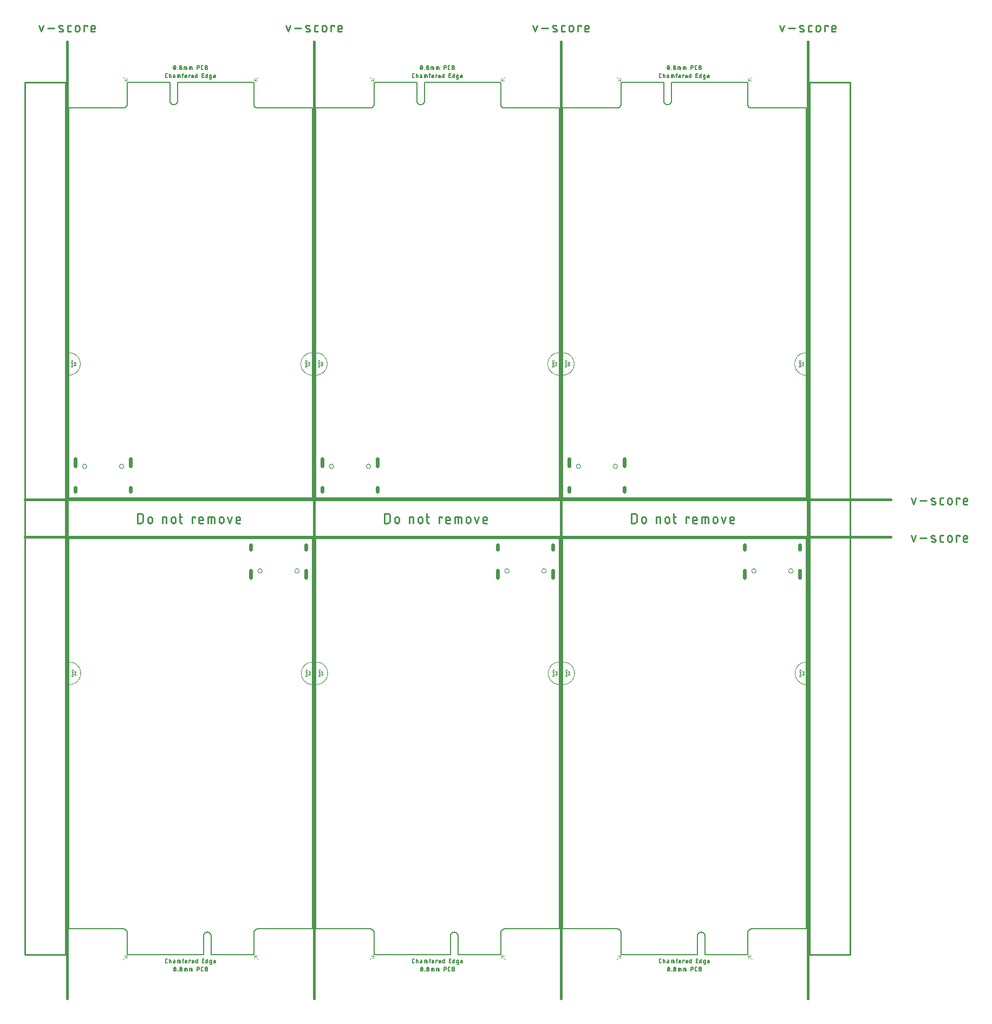
<source format=gko>
G04 EAGLE Gerber RS-274X export*
G75*
%MOMM*%
%FSLAX34Y34*%
%LPD*%
%IN*%
%IPPOS*%
%AMOC8*
5,1,8,0,0,1.08239X$1,22.5*%
G01*
%ADD10C,0.203200*%
%ADD11C,0.381000*%
%ADD12C,0.279400*%
%ADD13C,0.254000*%
%ADD14C,0.127000*%
%ADD15C,0.101600*%
%ADD16C,0.050800*%
%ADD17C,0.025400*%
%ADD18C,0.000000*%
%ADD19C,0.600000*%


D10*
X289750Y0D02*
X222750Y0D01*
X210750Y0D02*
X91250Y0D01*
X91250Y35000D01*
X289750Y35000D02*
X289750Y0D01*
X289750Y35000D02*
X289754Y35140D01*
X289763Y35280D01*
X289775Y35420D01*
X289791Y35559D01*
X289811Y35698D01*
X289834Y35836D01*
X289862Y35974D01*
X289893Y36110D01*
X289928Y36246D01*
X289967Y36381D01*
X290009Y36515D01*
X290055Y36647D01*
X290105Y36778D01*
X290158Y36908D01*
X290215Y37036D01*
X290275Y37163D01*
X290338Y37288D01*
X290406Y37411D01*
X290476Y37532D01*
X290550Y37651D01*
X290627Y37769D01*
X290707Y37884D01*
X290790Y37996D01*
X290877Y38107D01*
X290966Y38215D01*
X291058Y38320D01*
X291153Y38423D01*
X291251Y38524D01*
X291352Y38621D01*
X291455Y38716D01*
X291561Y38808D01*
X291670Y38897D01*
X291780Y38983D01*
X291893Y39066D01*
X292009Y39146D01*
X292126Y39222D01*
X292246Y39296D01*
X292367Y39366D01*
X292491Y39432D01*
X292616Y39495D01*
X292743Y39555D01*
X292871Y39611D01*
X293001Y39664D01*
X293132Y39713D01*
X293265Y39759D01*
X293399Y39801D01*
X293534Y39839D01*
X293670Y39873D01*
X293806Y39904D01*
X293944Y39931D01*
X294082Y39954D01*
X294221Y39973D01*
X294361Y39989D01*
X294500Y40001D01*
X91250Y35000D02*
X91244Y35142D01*
X91234Y35285D01*
X91220Y35426D01*
X91202Y35568D01*
X91181Y35709D01*
X91155Y35849D01*
X91126Y35988D01*
X91093Y36127D01*
X91056Y36264D01*
X91015Y36401D01*
X90970Y36536D01*
X90922Y36670D01*
X90870Y36803D01*
X90814Y36934D01*
X90755Y37064D01*
X90692Y37192D01*
X90626Y37318D01*
X90556Y37442D01*
X90483Y37564D01*
X90407Y37684D01*
X90327Y37802D01*
X90244Y37918D01*
X90158Y38032D01*
X90069Y38143D01*
X89976Y38251D01*
X89881Y38357D01*
X89783Y38461D01*
X89682Y38561D01*
X89578Y38659D01*
X89472Y38754D01*
X89363Y38846D01*
X89252Y38934D01*
X89138Y39020D01*
X89022Y39103D01*
X88903Y39182D01*
X88783Y39258D01*
X88660Y39331D01*
X88536Y39400D01*
X88409Y39466D01*
X88281Y39528D01*
X88151Y39587D01*
X88020Y39642D01*
X87887Y39693D01*
X87753Y39741D01*
X87617Y39785D01*
X87481Y39825D01*
X87343Y39862D01*
X87204Y39894D01*
X87065Y39923D01*
X86924Y39948D01*
X86784Y39969D01*
X86642Y39986D01*
X86500Y40000D01*
X222750Y29000D02*
X222750Y0D01*
X210750Y0D02*
X210750Y29000D01*
X210752Y29153D01*
X210758Y29306D01*
X210768Y29459D01*
X210781Y29612D01*
X210799Y29764D01*
X210820Y29916D01*
X210846Y30067D01*
X210875Y30217D01*
X210908Y30367D01*
X210945Y30516D01*
X210985Y30664D01*
X211030Y30810D01*
X211078Y30956D01*
X211130Y31100D01*
X211185Y31243D01*
X211244Y31384D01*
X211307Y31524D01*
X211373Y31662D01*
X211443Y31799D01*
X211516Y31933D01*
X211593Y32066D01*
X211673Y32197D01*
X211756Y32325D01*
X211842Y32452D01*
X211932Y32576D01*
X212025Y32698D01*
X212121Y32817D01*
X212220Y32934D01*
X212322Y33049D01*
X212427Y33161D01*
X212535Y33270D01*
X212645Y33376D01*
X212758Y33479D01*
X212874Y33580D01*
X212992Y33677D01*
X213113Y33772D01*
X213236Y33863D01*
X213361Y33951D01*
X213489Y34036D01*
X213618Y34118D01*
X213750Y34196D01*
X213884Y34271D01*
X214019Y34343D01*
X214157Y34411D01*
X214296Y34475D01*
X214436Y34536D01*
X214578Y34593D01*
X214722Y34647D01*
X214867Y34697D01*
X215013Y34743D01*
X215160Y34786D01*
X215308Y34824D01*
X215458Y34859D01*
X215608Y34890D01*
X215758Y34918D01*
X215910Y34941D01*
X216062Y34960D01*
X216214Y34976D01*
X216367Y34988D01*
X216520Y34996D01*
X216673Y35000D01*
X216827Y35000D01*
X216980Y34996D01*
X217133Y34988D01*
X217286Y34976D01*
X217438Y34960D01*
X217590Y34941D01*
X217742Y34918D01*
X217892Y34890D01*
X218042Y34859D01*
X218192Y34824D01*
X218340Y34786D01*
X218487Y34743D01*
X218633Y34697D01*
X218778Y34647D01*
X218922Y34593D01*
X219064Y34536D01*
X219204Y34475D01*
X219343Y34411D01*
X219481Y34343D01*
X219616Y34271D01*
X219750Y34196D01*
X219882Y34118D01*
X220011Y34036D01*
X220139Y33951D01*
X220264Y33863D01*
X220387Y33772D01*
X220508Y33677D01*
X220626Y33580D01*
X220742Y33479D01*
X220855Y33376D01*
X220965Y33270D01*
X221073Y33161D01*
X221178Y33049D01*
X221280Y32934D01*
X221379Y32817D01*
X221475Y32698D01*
X221568Y32576D01*
X221658Y32452D01*
X221744Y32325D01*
X221827Y32197D01*
X221907Y32066D01*
X221984Y31933D01*
X222057Y31799D01*
X222127Y31662D01*
X222193Y31524D01*
X222256Y31384D01*
X222315Y31243D01*
X222370Y31100D01*
X222422Y30956D01*
X222470Y30810D01*
X222515Y30664D01*
X222555Y30516D01*
X222592Y30367D01*
X222625Y30217D01*
X222654Y30067D01*
X222680Y29916D01*
X222701Y29764D01*
X222719Y29612D01*
X222732Y29459D01*
X222742Y29306D01*
X222748Y29153D01*
X222750Y29000D01*
X86500Y40000D02*
X0Y40000D01*
X0Y649854D01*
X294500Y40000D02*
X381000Y40000D01*
X380746Y649854D01*
X0Y649854D01*
X608830Y0D02*
X675830Y0D01*
X596830Y0D02*
X477330Y0D01*
X477330Y35000D01*
X675830Y35000D02*
X675830Y0D01*
X675830Y35000D02*
X675834Y35140D01*
X675843Y35280D01*
X675855Y35420D01*
X675871Y35559D01*
X675891Y35698D01*
X675914Y35836D01*
X675942Y35974D01*
X675973Y36110D01*
X676008Y36246D01*
X676047Y36381D01*
X676089Y36515D01*
X676135Y36647D01*
X676185Y36778D01*
X676238Y36908D01*
X676295Y37036D01*
X676355Y37163D01*
X676418Y37288D01*
X676486Y37411D01*
X676556Y37532D01*
X676630Y37651D01*
X676707Y37769D01*
X676787Y37884D01*
X676870Y37996D01*
X676957Y38107D01*
X677046Y38215D01*
X677138Y38320D01*
X677233Y38423D01*
X677331Y38524D01*
X677432Y38621D01*
X677535Y38716D01*
X677641Y38808D01*
X677750Y38897D01*
X677860Y38983D01*
X677973Y39066D01*
X678089Y39146D01*
X678206Y39222D01*
X678326Y39296D01*
X678447Y39366D01*
X678571Y39432D01*
X678696Y39495D01*
X678823Y39555D01*
X678951Y39611D01*
X679081Y39664D01*
X679212Y39713D01*
X679345Y39759D01*
X679479Y39801D01*
X679614Y39839D01*
X679750Y39873D01*
X679886Y39904D01*
X680024Y39931D01*
X680162Y39954D01*
X680301Y39973D01*
X680441Y39989D01*
X680580Y40001D01*
X477330Y35000D02*
X477324Y35142D01*
X477314Y35285D01*
X477300Y35426D01*
X477282Y35568D01*
X477261Y35709D01*
X477235Y35849D01*
X477206Y35988D01*
X477173Y36127D01*
X477136Y36264D01*
X477095Y36401D01*
X477050Y36536D01*
X477002Y36670D01*
X476950Y36803D01*
X476894Y36934D01*
X476835Y37064D01*
X476772Y37192D01*
X476706Y37318D01*
X476636Y37442D01*
X476563Y37564D01*
X476487Y37684D01*
X476407Y37802D01*
X476324Y37918D01*
X476238Y38032D01*
X476149Y38143D01*
X476056Y38251D01*
X475961Y38357D01*
X475863Y38461D01*
X475762Y38561D01*
X475658Y38659D01*
X475552Y38754D01*
X475443Y38846D01*
X475332Y38934D01*
X475218Y39020D01*
X475102Y39103D01*
X474983Y39182D01*
X474863Y39258D01*
X474740Y39331D01*
X474616Y39400D01*
X474489Y39466D01*
X474361Y39528D01*
X474231Y39587D01*
X474100Y39642D01*
X473967Y39693D01*
X473833Y39741D01*
X473697Y39785D01*
X473561Y39825D01*
X473423Y39862D01*
X473284Y39894D01*
X473145Y39923D01*
X473004Y39948D01*
X472864Y39969D01*
X472722Y39986D01*
X472580Y40000D01*
X608830Y29000D02*
X608830Y0D01*
X596830Y0D02*
X596830Y29000D01*
X596832Y29153D01*
X596838Y29306D01*
X596848Y29459D01*
X596861Y29612D01*
X596879Y29764D01*
X596900Y29916D01*
X596926Y30067D01*
X596955Y30217D01*
X596988Y30367D01*
X597025Y30516D01*
X597065Y30664D01*
X597110Y30810D01*
X597158Y30956D01*
X597210Y31100D01*
X597265Y31243D01*
X597324Y31384D01*
X597387Y31524D01*
X597453Y31662D01*
X597523Y31799D01*
X597596Y31933D01*
X597673Y32066D01*
X597753Y32197D01*
X597836Y32325D01*
X597922Y32452D01*
X598012Y32576D01*
X598105Y32698D01*
X598201Y32817D01*
X598300Y32934D01*
X598402Y33049D01*
X598507Y33161D01*
X598615Y33270D01*
X598725Y33376D01*
X598838Y33479D01*
X598954Y33580D01*
X599072Y33677D01*
X599193Y33772D01*
X599316Y33863D01*
X599441Y33951D01*
X599569Y34036D01*
X599698Y34118D01*
X599830Y34196D01*
X599964Y34271D01*
X600099Y34343D01*
X600237Y34411D01*
X600376Y34475D01*
X600516Y34536D01*
X600658Y34593D01*
X600802Y34647D01*
X600947Y34697D01*
X601093Y34743D01*
X601240Y34786D01*
X601388Y34824D01*
X601538Y34859D01*
X601688Y34890D01*
X601838Y34918D01*
X601990Y34941D01*
X602142Y34960D01*
X602294Y34976D01*
X602447Y34988D01*
X602600Y34996D01*
X602753Y35000D01*
X602907Y35000D01*
X603060Y34996D01*
X603213Y34988D01*
X603366Y34976D01*
X603518Y34960D01*
X603670Y34941D01*
X603822Y34918D01*
X603972Y34890D01*
X604122Y34859D01*
X604272Y34824D01*
X604420Y34786D01*
X604567Y34743D01*
X604713Y34697D01*
X604858Y34647D01*
X605002Y34593D01*
X605144Y34536D01*
X605284Y34475D01*
X605423Y34411D01*
X605561Y34343D01*
X605696Y34271D01*
X605830Y34196D01*
X605962Y34118D01*
X606091Y34036D01*
X606219Y33951D01*
X606344Y33863D01*
X606467Y33772D01*
X606588Y33677D01*
X606706Y33580D01*
X606822Y33479D01*
X606935Y33376D01*
X607045Y33270D01*
X607153Y33161D01*
X607258Y33049D01*
X607360Y32934D01*
X607459Y32817D01*
X607555Y32698D01*
X607648Y32576D01*
X607738Y32452D01*
X607824Y32325D01*
X607907Y32197D01*
X607987Y32066D01*
X608064Y31933D01*
X608137Y31799D01*
X608207Y31662D01*
X608273Y31524D01*
X608336Y31384D01*
X608395Y31243D01*
X608450Y31100D01*
X608502Y30956D01*
X608550Y30810D01*
X608595Y30664D01*
X608635Y30516D01*
X608672Y30367D01*
X608705Y30217D01*
X608734Y30067D01*
X608760Y29916D01*
X608781Y29764D01*
X608799Y29612D01*
X608812Y29459D01*
X608822Y29306D01*
X608828Y29153D01*
X608830Y29000D01*
X472580Y40000D02*
X386080Y40000D01*
X386080Y649854D01*
X680580Y40000D02*
X767080Y40000D01*
X766826Y649854D01*
X386080Y649854D01*
X994910Y0D02*
X1061910Y0D01*
X982910Y0D02*
X863410Y0D01*
X863410Y35000D01*
X1061910Y35000D02*
X1061910Y0D01*
X1061910Y35000D02*
X1061914Y35140D01*
X1061923Y35280D01*
X1061935Y35420D01*
X1061951Y35559D01*
X1061971Y35698D01*
X1061994Y35836D01*
X1062022Y35974D01*
X1062053Y36110D01*
X1062088Y36246D01*
X1062127Y36381D01*
X1062169Y36515D01*
X1062215Y36647D01*
X1062265Y36778D01*
X1062318Y36908D01*
X1062375Y37036D01*
X1062435Y37163D01*
X1062498Y37288D01*
X1062566Y37411D01*
X1062636Y37532D01*
X1062710Y37651D01*
X1062787Y37769D01*
X1062867Y37884D01*
X1062950Y37996D01*
X1063037Y38107D01*
X1063126Y38215D01*
X1063218Y38320D01*
X1063313Y38423D01*
X1063411Y38524D01*
X1063512Y38621D01*
X1063615Y38716D01*
X1063721Y38808D01*
X1063830Y38897D01*
X1063940Y38983D01*
X1064053Y39066D01*
X1064169Y39146D01*
X1064286Y39222D01*
X1064406Y39296D01*
X1064527Y39366D01*
X1064651Y39432D01*
X1064776Y39495D01*
X1064903Y39555D01*
X1065031Y39611D01*
X1065161Y39664D01*
X1065292Y39713D01*
X1065425Y39759D01*
X1065559Y39801D01*
X1065694Y39839D01*
X1065830Y39873D01*
X1065966Y39904D01*
X1066104Y39931D01*
X1066242Y39954D01*
X1066381Y39973D01*
X1066521Y39989D01*
X1066660Y40001D01*
X863410Y35000D02*
X863404Y35142D01*
X863394Y35285D01*
X863380Y35426D01*
X863362Y35568D01*
X863341Y35709D01*
X863315Y35849D01*
X863286Y35988D01*
X863253Y36127D01*
X863216Y36264D01*
X863175Y36401D01*
X863130Y36536D01*
X863082Y36670D01*
X863030Y36803D01*
X862974Y36934D01*
X862915Y37064D01*
X862852Y37192D01*
X862786Y37318D01*
X862716Y37442D01*
X862643Y37564D01*
X862567Y37684D01*
X862487Y37802D01*
X862404Y37918D01*
X862318Y38032D01*
X862229Y38143D01*
X862136Y38251D01*
X862041Y38357D01*
X861943Y38461D01*
X861842Y38561D01*
X861738Y38659D01*
X861632Y38754D01*
X861523Y38846D01*
X861412Y38934D01*
X861298Y39020D01*
X861182Y39103D01*
X861063Y39182D01*
X860943Y39258D01*
X860820Y39331D01*
X860696Y39400D01*
X860569Y39466D01*
X860441Y39528D01*
X860311Y39587D01*
X860180Y39642D01*
X860047Y39693D01*
X859913Y39741D01*
X859777Y39785D01*
X859641Y39825D01*
X859503Y39862D01*
X859364Y39894D01*
X859225Y39923D01*
X859084Y39948D01*
X858944Y39969D01*
X858802Y39986D01*
X858660Y40000D01*
X994910Y29000D02*
X994910Y0D01*
X982910Y0D02*
X982910Y29000D01*
X982912Y29153D01*
X982918Y29306D01*
X982928Y29459D01*
X982941Y29612D01*
X982959Y29764D01*
X982980Y29916D01*
X983006Y30067D01*
X983035Y30217D01*
X983068Y30367D01*
X983105Y30516D01*
X983145Y30664D01*
X983190Y30810D01*
X983238Y30956D01*
X983290Y31100D01*
X983345Y31243D01*
X983404Y31384D01*
X983467Y31524D01*
X983533Y31662D01*
X983603Y31799D01*
X983676Y31933D01*
X983753Y32066D01*
X983833Y32197D01*
X983916Y32325D01*
X984002Y32452D01*
X984092Y32576D01*
X984185Y32698D01*
X984281Y32817D01*
X984380Y32934D01*
X984482Y33049D01*
X984587Y33161D01*
X984695Y33270D01*
X984805Y33376D01*
X984918Y33479D01*
X985034Y33580D01*
X985152Y33677D01*
X985273Y33772D01*
X985396Y33863D01*
X985521Y33951D01*
X985649Y34036D01*
X985778Y34118D01*
X985910Y34196D01*
X986044Y34271D01*
X986179Y34343D01*
X986317Y34411D01*
X986456Y34475D01*
X986596Y34536D01*
X986738Y34593D01*
X986882Y34647D01*
X987027Y34697D01*
X987173Y34743D01*
X987320Y34786D01*
X987468Y34824D01*
X987618Y34859D01*
X987768Y34890D01*
X987918Y34918D01*
X988070Y34941D01*
X988222Y34960D01*
X988374Y34976D01*
X988527Y34988D01*
X988680Y34996D01*
X988833Y35000D01*
X988987Y35000D01*
X989140Y34996D01*
X989293Y34988D01*
X989446Y34976D01*
X989598Y34960D01*
X989750Y34941D01*
X989902Y34918D01*
X990052Y34890D01*
X990202Y34859D01*
X990352Y34824D01*
X990500Y34786D01*
X990647Y34743D01*
X990793Y34697D01*
X990938Y34647D01*
X991082Y34593D01*
X991224Y34536D01*
X991364Y34475D01*
X991503Y34411D01*
X991641Y34343D01*
X991776Y34271D01*
X991910Y34196D01*
X992042Y34118D01*
X992171Y34036D01*
X992299Y33951D01*
X992424Y33863D01*
X992547Y33772D01*
X992668Y33677D01*
X992786Y33580D01*
X992902Y33479D01*
X993015Y33376D01*
X993125Y33270D01*
X993233Y33161D01*
X993338Y33049D01*
X993440Y32934D01*
X993539Y32817D01*
X993635Y32698D01*
X993728Y32576D01*
X993818Y32452D01*
X993904Y32325D01*
X993987Y32197D01*
X994067Y32066D01*
X994144Y31933D01*
X994217Y31799D01*
X994287Y31662D01*
X994353Y31524D01*
X994416Y31384D01*
X994475Y31243D01*
X994530Y31100D01*
X994582Y30956D01*
X994630Y30810D01*
X994675Y30664D01*
X994715Y30516D01*
X994752Y30367D01*
X994785Y30217D01*
X994814Y30067D01*
X994840Y29916D01*
X994861Y29764D01*
X994879Y29612D01*
X994892Y29459D01*
X994902Y29306D01*
X994908Y29153D01*
X994910Y29000D01*
X858660Y40000D02*
X772160Y40000D01*
X772160Y649854D01*
X1066660Y40000D02*
X1153160Y40000D01*
X1152906Y649854D01*
X772160Y649854D01*
X158250Y1363218D02*
X91250Y1363218D01*
X170250Y1363218D02*
X289750Y1363218D01*
X289750Y1328218D01*
X91250Y1328218D02*
X91250Y1363218D01*
X91250Y1328218D02*
X91246Y1328078D01*
X91237Y1327938D01*
X91225Y1327798D01*
X91209Y1327659D01*
X91189Y1327520D01*
X91166Y1327382D01*
X91138Y1327244D01*
X91107Y1327108D01*
X91072Y1326972D01*
X91033Y1326837D01*
X90991Y1326703D01*
X90945Y1326571D01*
X90895Y1326440D01*
X90842Y1326310D01*
X90785Y1326182D01*
X90725Y1326055D01*
X90662Y1325930D01*
X90594Y1325807D01*
X90524Y1325686D01*
X90450Y1325567D01*
X90373Y1325449D01*
X90293Y1325334D01*
X90210Y1325222D01*
X90123Y1325111D01*
X90034Y1325003D01*
X89942Y1324898D01*
X89847Y1324795D01*
X89749Y1324694D01*
X89648Y1324597D01*
X89545Y1324502D01*
X89439Y1324410D01*
X89330Y1324321D01*
X89220Y1324235D01*
X89107Y1324152D01*
X88991Y1324072D01*
X88874Y1323996D01*
X88754Y1323922D01*
X88633Y1323852D01*
X88509Y1323786D01*
X88384Y1323723D01*
X88257Y1323663D01*
X88129Y1323607D01*
X87999Y1323554D01*
X87868Y1323505D01*
X87735Y1323459D01*
X87601Y1323417D01*
X87466Y1323379D01*
X87330Y1323345D01*
X87194Y1323314D01*
X87056Y1323287D01*
X86918Y1323264D01*
X86779Y1323245D01*
X86639Y1323229D01*
X86500Y1323217D01*
X289750Y1328218D02*
X289756Y1328076D01*
X289766Y1327933D01*
X289780Y1327792D01*
X289798Y1327650D01*
X289819Y1327509D01*
X289845Y1327369D01*
X289874Y1327230D01*
X289907Y1327091D01*
X289944Y1326954D01*
X289985Y1326817D01*
X290030Y1326682D01*
X290078Y1326548D01*
X290130Y1326415D01*
X290186Y1326284D01*
X290245Y1326154D01*
X290308Y1326026D01*
X290374Y1325900D01*
X290444Y1325776D01*
X290517Y1325654D01*
X290593Y1325534D01*
X290673Y1325416D01*
X290756Y1325300D01*
X290842Y1325186D01*
X290931Y1325075D01*
X291024Y1324967D01*
X291119Y1324861D01*
X291217Y1324757D01*
X291318Y1324657D01*
X291422Y1324559D01*
X291528Y1324464D01*
X291637Y1324372D01*
X291748Y1324284D01*
X291862Y1324198D01*
X291978Y1324115D01*
X292097Y1324036D01*
X292217Y1323960D01*
X292340Y1323887D01*
X292464Y1323818D01*
X292591Y1323752D01*
X292719Y1323690D01*
X292849Y1323631D01*
X292980Y1323576D01*
X293113Y1323525D01*
X293247Y1323477D01*
X293383Y1323433D01*
X293519Y1323393D01*
X293657Y1323356D01*
X293796Y1323324D01*
X293935Y1323295D01*
X294076Y1323270D01*
X294216Y1323249D01*
X294358Y1323232D01*
X294500Y1323218D01*
X158250Y1334218D02*
X158250Y1363218D01*
X170250Y1363218D02*
X170250Y1334218D01*
X170248Y1334065D01*
X170242Y1333912D01*
X170232Y1333759D01*
X170219Y1333606D01*
X170201Y1333454D01*
X170180Y1333302D01*
X170154Y1333151D01*
X170125Y1333001D01*
X170092Y1332851D01*
X170055Y1332702D01*
X170015Y1332554D01*
X169970Y1332408D01*
X169922Y1332262D01*
X169870Y1332118D01*
X169815Y1331975D01*
X169756Y1331834D01*
X169693Y1331694D01*
X169627Y1331556D01*
X169557Y1331419D01*
X169484Y1331285D01*
X169407Y1331152D01*
X169327Y1331021D01*
X169244Y1330893D01*
X169158Y1330766D01*
X169068Y1330642D01*
X168975Y1330520D01*
X168879Y1330401D01*
X168780Y1330284D01*
X168678Y1330169D01*
X168573Y1330057D01*
X168465Y1329948D01*
X168355Y1329842D01*
X168242Y1329739D01*
X168126Y1329638D01*
X168008Y1329541D01*
X167887Y1329446D01*
X167764Y1329355D01*
X167639Y1329267D01*
X167511Y1329182D01*
X167382Y1329100D01*
X167250Y1329022D01*
X167116Y1328947D01*
X166981Y1328875D01*
X166843Y1328807D01*
X166704Y1328743D01*
X166564Y1328682D01*
X166422Y1328625D01*
X166278Y1328571D01*
X166133Y1328521D01*
X165987Y1328475D01*
X165840Y1328432D01*
X165692Y1328394D01*
X165542Y1328359D01*
X165392Y1328328D01*
X165242Y1328300D01*
X165090Y1328277D01*
X164938Y1328258D01*
X164786Y1328242D01*
X164633Y1328230D01*
X164480Y1328222D01*
X164327Y1328218D01*
X164173Y1328218D01*
X164020Y1328222D01*
X163867Y1328230D01*
X163714Y1328242D01*
X163562Y1328258D01*
X163410Y1328277D01*
X163258Y1328300D01*
X163108Y1328328D01*
X162958Y1328359D01*
X162808Y1328394D01*
X162660Y1328432D01*
X162513Y1328475D01*
X162367Y1328521D01*
X162222Y1328571D01*
X162078Y1328625D01*
X161936Y1328682D01*
X161796Y1328743D01*
X161657Y1328807D01*
X161519Y1328875D01*
X161384Y1328947D01*
X161250Y1329022D01*
X161118Y1329100D01*
X160989Y1329182D01*
X160861Y1329267D01*
X160736Y1329355D01*
X160613Y1329446D01*
X160492Y1329541D01*
X160374Y1329638D01*
X160258Y1329739D01*
X160145Y1329842D01*
X160035Y1329948D01*
X159927Y1330057D01*
X159822Y1330169D01*
X159720Y1330284D01*
X159621Y1330401D01*
X159525Y1330520D01*
X159432Y1330642D01*
X159342Y1330766D01*
X159256Y1330893D01*
X159173Y1331021D01*
X159093Y1331152D01*
X159016Y1331285D01*
X158943Y1331419D01*
X158873Y1331556D01*
X158807Y1331694D01*
X158744Y1331834D01*
X158685Y1331975D01*
X158630Y1332118D01*
X158578Y1332262D01*
X158530Y1332408D01*
X158485Y1332554D01*
X158445Y1332702D01*
X158408Y1332851D01*
X158375Y1333001D01*
X158346Y1333151D01*
X158320Y1333302D01*
X158299Y1333454D01*
X158281Y1333606D01*
X158268Y1333759D01*
X158258Y1333912D01*
X158252Y1334065D01*
X158250Y1334218D01*
X294500Y1323218D02*
X381000Y1323218D01*
X381000Y713364D01*
X86500Y1323218D02*
X0Y1323218D01*
X254Y713364D01*
X381000Y713364D01*
X477330Y1363218D02*
X544330Y1363218D01*
X556330Y1363218D02*
X675830Y1363218D01*
X675830Y1328218D01*
X477330Y1328218D02*
X477330Y1363218D01*
X477330Y1328218D02*
X477326Y1328078D01*
X477317Y1327938D01*
X477305Y1327798D01*
X477289Y1327659D01*
X477269Y1327520D01*
X477246Y1327382D01*
X477218Y1327244D01*
X477187Y1327108D01*
X477152Y1326972D01*
X477113Y1326837D01*
X477071Y1326703D01*
X477025Y1326571D01*
X476975Y1326440D01*
X476922Y1326310D01*
X476865Y1326182D01*
X476805Y1326055D01*
X476742Y1325930D01*
X476674Y1325807D01*
X476604Y1325686D01*
X476530Y1325567D01*
X476453Y1325449D01*
X476373Y1325334D01*
X476290Y1325222D01*
X476203Y1325111D01*
X476114Y1325003D01*
X476022Y1324898D01*
X475927Y1324795D01*
X475829Y1324694D01*
X475728Y1324597D01*
X475625Y1324502D01*
X475519Y1324410D01*
X475410Y1324321D01*
X475300Y1324235D01*
X475187Y1324152D01*
X475071Y1324072D01*
X474954Y1323996D01*
X474834Y1323922D01*
X474713Y1323852D01*
X474589Y1323786D01*
X474464Y1323723D01*
X474337Y1323663D01*
X474209Y1323607D01*
X474079Y1323554D01*
X473948Y1323505D01*
X473815Y1323459D01*
X473681Y1323417D01*
X473546Y1323379D01*
X473410Y1323345D01*
X473274Y1323314D01*
X473136Y1323287D01*
X472998Y1323264D01*
X472859Y1323245D01*
X472719Y1323229D01*
X472580Y1323217D01*
X675830Y1328218D02*
X675836Y1328076D01*
X675846Y1327933D01*
X675860Y1327792D01*
X675878Y1327650D01*
X675899Y1327509D01*
X675925Y1327369D01*
X675954Y1327230D01*
X675987Y1327091D01*
X676024Y1326954D01*
X676065Y1326817D01*
X676110Y1326682D01*
X676158Y1326548D01*
X676210Y1326415D01*
X676266Y1326284D01*
X676325Y1326154D01*
X676388Y1326026D01*
X676454Y1325900D01*
X676524Y1325776D01*
X676597Y1325654D01*
X676673Y1325534D01*
X676753Y1325416D01*
X676836Y1325300D01*
X676922Y1325186D01*
X677011Y1325075D01*
X677104Y1324967D01*
X677199Y1324861D01*
X677297Y1324757D01*
X677398Y1324657D01*
X677502Y1324559D01*
X677608Y1324464D01*
X677717Y1324372D01*
X677828Y1324284D01*
X677942Y1324198D01*
X678058Y1324115D01*
X678177Y1324036D01*
X678297Y1323960D01*
X678420Y1323887D01*
X678544Y1323818D01*
X678671Y1323752D01*
X678799Y1323690D01*
X678929Y1323631D01*
X679060Y1323576D01*
X679193Y1323525D01*
X679327Y1323477D01*
X679463Y1323433D01*
X679599Y1323393D01*
X679737Y1323356D01*
X679876Y1323324D01*
X680015Y1323295D01*
X680156Y1323270D01*
X680296Y1323249D01*
X680438Y1323232D01*
X680580Y1323218D01*
X544330Y1334218D02*
X544330Y1363218D01*
X556330Y1363218D02*
X556330Y1334218D01*
X556328Y1334065D01*
X556322Y1333912D01*
X556312Y1333759D01*
X556299Y1333606D01*
X556281Y1333454D01*
X556260Y1333302D01*
X556234Y1333151D01*
X556205Y1333001D01*
X556172Y1332851D01*
X556135Y1332702D01*
X556095Y1332554D01*
X556050Y1332408D01*
X556002Y1332262D01*
X555950Y1332118D01*
X555895Y1331975D01*
X555836Y1331834D01*
X555773Y1331694D01*
X555707Y1331556D01*
X555637Y1331419D01*
X555564Y1331285D01*
X555487Y1331152D01*
X555407Y1331021D01*
X555324Y1330893D01*
X555238Y1330766D01*
X555148Y1330642D01*
X555055Y1330520D01*
X554959Y1330401D01*
X554860Y1330284D01*
X554758Y1330169D01*
X554653Y1330057D01*
X554545Y1329948D01*
X554435Y1329842D01*
X554322Y1329739D01*
X554206Y1329638D01*
X554088Y1329541D01*
X553967Y1329446D01*
X553844Y1329355D01*
X553719Y1329267D01*
X553591Y1329182D01*
X553462Y1329100D01*
X553330Y1329022D01*
X553196Y1328947D01*
X553061Y1328875D01*
X552923Y1328807D01*
X552784Y1328743D01*
X552644Y1328682D01*
X552502Y1328625D01*
X552358Y1328571D01*
X552213Y1328521D01*
X552067Y1328475D01*
X551920Y1328432D01*
X551772Y1328394D01*
X551622Y1328359D01*
X551472Y1328328D01*
X551322Y1328300D01*
X551170Y1328277D01*
X551018Y1328258D01*
X550866Y1328242D01*
X550713Y1328230D01*
X550560Y1328222D01*
X550407Y1328218D01*
X550253Y1328218D01*
X550100Y1328222D01*
X549947Y1328230D01*
X549794Y1328242D01*
X549642Y1328258D01*
X549490Y1328277D01*
X549338Y1328300D01*
X549188Y1328328D01*
X549038Y1328359D01*
X548888Y1328394D01*
X548740Y1328432D01*
X548593Y1328475D01*
X548447Y1328521D01*
X548302Y1328571D01*
X548158Y1328625D01*
X548016Y1328682D01*
X547876Y1328743D01*
X547737Y1328807D01*
X547599Y1328875D01*
X547464Y1328947D01*
X547330Y1329022D01*
X547198Y1329100D01*
X547069Y1329182D01*
X546941Y1329267D01*
X546816Y1329355D01*
X546693Y1329446D01*
X546572Y1329541D01*
X546454Y1329638D01*
X546338Y1329739D01*
X546225Y1329842D01*
X546115Y1329948D01*
X546007Y1330057D01*
X545902Y1330169D01*
X545800Y1330284D01*
X545701Y1330401D01*
X545605Y1330520D01*
X545512Y1330642D01*
X545422Y1330766D01*
X545336Y1330893D01*
X545253Y1331021D01*
X545173Y1331152D01*
X545096Y1331285D01*
X545023Y1331419D01*
X544953Y1331556D01*
X544887Y1331694D01*
X544824Y1331834D01*
X544765Y1331975D01*
X544710Y1332118D01*
X544658Y1332262D01*
X544610Y1332408D01*
X544565Y1332554D01*
X544525Y1332702D01*
X544488Y1332851D01*
X544455Y1333001D01*
X544426Y1333151D01*
X544400Y1333302D01*
X544379Y1333454D01*
X544361Y1333606D01*
X544348Y1333759D01*
X544338Y1333912D01*
X544332Y1334065D01*
X544330Y1334218D01*
X680580Y1323218D02*
X767080Y1323218D01*
X767080Y713364D01*
X472580Y1323218D02*
X386080Y1323218D01*
X386334Y713364D01*
X767080Y713364D01*
X863410Y1363218D02*
X930410Y1363218D01*
X942410Y1363218D02*
X1061910Y1363218D01*
X1061910Y1328218D01*
X863410Y1328218D02*
X863410Y1363218D01*
X863410Y1328218D02*
X863406Y1328078D01*
X863397Y1327938D01*
X863385Y1327798D01*
X863369Y1327659D01*
X863349Y1327520D01*
X863326Y1327382D01*
X863298Y1327244D01*
X863267Y1327108D01*
X863232Y1326972D01*
X863193Y1326837D01*
X863151Y1326703D01*
X863105Y1326571D01*
X863055Y1326440D01*
X863002Y1326310D01*
X862945Y1326182D01*
X862885Y1326055D01*
X862822Y1325930D01*
X862754Y1325807D01*
X862684Y1325686D01*
X862610Y1325567D01*
X862533Y1325449D01*
X862453Y1325334D01*
X862370Y1325222D01*
X862283Y1325111D01*
X862194Y1325003D01*
X862102Y1324898D01*
X862007Y1324795D01*
X861909Y1324694D01*
X861808Y1324597D01*
X861705Y1324502D01*
X861599Y1324410D01*
X861490Y1324321D01*
X861380Y1324235D01*
X861267Y1324152D01*
X861151Y1324072D01*
X861034Y1323996D01*
X860914Y1323922D01*
X860793Y1323852D01*
X860669Y1323786D01*
X860544Y1323723D01*
X860417Y1323663D01*
X860289Y1323607D01*
X860159Y1323554D01*
X860028Y1323505D01*
X859895Y1323459D01*
X859761Y1323417D01*
X859626Y1323379D01*
X859490Y1323345D01*
X859354Y1323314D01*
X859216Y1323287D01*
X859078Y1323264D01*
X858939Y1323245D01*
X858799Y1323229D01*
X858660Y1323217D01*
X1061910Y1328218D02*
X1061916Y1328076D01*
X1061926Y1327933D01*
X1061940Y1327792D01*
X1061958Y1327650D01*
X1061979Y1327509D01*
X1062005Y1327369D01*
X1062034Y1327230D01*
X1062067Y1327091D01*
X1062104Y1326954D01*
X1062145Y1326817D01*
X1062190Y1326682D01*
X1062238Y1326548D01*
X1062290Y1326415D01*
X1062346Y1326284D01*
X1062405Y1326154D01*
X1062468Y1326026D01*
X1062534Y1325900D01*
X1062604Y1325776D01*
X1062677Y1325654D01*
X1062753Y1325534D01*
X1062833Y1325416D01*
X1062916Y1325300D01*
X1063002Y1325186D01*
X1063091Y1325075D01*
X1063184Y1324967D01*
X1063279Y1324861D01*
X1063377Y1324757D01*
X1063478Y1324657D01*
X1063582Y1324559D01*
X1063688Y1324464D01*
X1063797Y1324372D01*
X1063908Y1324284D01*
X1064022Y1324198D01*
X1064138Y1324115D01*
X1064257Y1324036D01*
X1064377Y1323960D01*
X1064500Y1323887D01*
X1064624Y1323818D01*
X1064751Y1323752D01*
X1064879Y1323690D01*
X1065009Y1323631D01*
X1065140Y1323576D01*
X1065273Y1323525D01*
X1065407Y1323477D01*
X1065543Y1323433D01*
X1065679Y1323393D01*
X1065817Y1323356D01*
X1065956Y1323324D01*
X1066095Y1323295D01*
X1066236Y1323270D01*
X1066376Y1323249D01*
X1066518Y1323232D01*
X1066660Y1323218D01*
X930410Y1334218D02*
X930410Y1363218D01*
X942410Y1363218D02*
X942410Y1334218D01*
X942408Y1334065D01*
X942402Y1333912D01*
X942392Y1333759D01*
X942379Y1333606D01*
X942361Y1333454D01*
X942340Y1333302D01*
X942314Y1333151D01*
X942285Y1333001D01*
X942252Y1332851D01*
X942215Y1332702D01*
X942175Y1332554D01*
X942130Y1332408D01*
X942082Y1332262D01*
X942030Y1332118D01*
X941975Y1331975D01*
X941916Y1331834D01*
X941853Y1331694D01*
X941787Y1331556D01*
X941717Y1331419D01*
X941644Y1331285D01*
X941567Y1331152D01*
X941487Y1331021D01*
X941404Y1330893D01*
X941318Y1330766D01*
X941228Y1330642D01*
X941135Y1330520D01*
X941039Y1330401D01*
X940940Y1330284D01*
X940838Y1330169D01*
X940733Y1330057D01*
X940625Y1329948D01*
X940515Y1329842D01*
X940402Y1329739D01*
X940286Y1329638D01*
X940168Y1329541D01*
X940047Y1329446D01*
X939924Y1329355D01*
X939799Y1329267D01*
X939671Y1329182D01*
X939542Y1329100D01*
X939410Y1329022D01*
X939276Y1328947D01*
X939141Y1328875D01*
X939003Y1328807D01*
X938864Y1328743D01*
X938724Y1328682D01*
X938582Y1328625D01*
X938438Y1328571D01*
X938293Y1328521D01*
X938147Y1328475D01*
X938000Y1328432D01*
X937852Y1328394D01*
X937702Y1328359D01*
X937552Y1328328D01*
X937402Y1328300D01*
X937250Y1328277D01*
X937098Y1328258D01*
X936946Y1328242D01*
X936793Y1328230D01*
X936640Y1328222D01*
X936487Y1328218D01*
X936333Y1328218D01*
X936180Y1328222D01*
X936027Y1328230D01*
X935874Y1328242D01*
X935722Y1328258D01*
X935570Y1328277D01*
X935418Y1328300D01*
X935268Y1328328D01*
X935118Y1328359D01*
X934968Y1328394D01*
X934820Y1328432D01*
X934673Y1328475D01*
X934527Y1328521D01*
X934382Y1328571D01*
X934238Y1328625D01*
X934096Y1328682D01*
X933956Y1328743D01*
X933817Y1328807D01*
X933679Y1328875D01*
X933544Y1328947D01*
X933410Y1329022D01*
X933278Y1329100D01*
X933149Y1329182D01*
X933021Y1329267D01*
X932896Y1329355D01*
X932773Y1329446D01*
X932652Y1329541D01*
X932534Y1329638D01*
X932418Y1329739D01*
X932305Y1329842D01*
X932195Y1329948D01*
X932087Y1330057D01*
X931982Y1330169D01*
X931880Y1330284D01*
X931781Y1330401D01*
X931685Y1330520D01*
X931592Y1330642D01*
X931502Y1330766D01*
X931416Y1330893D01*
X931333Y1331021D01*
X931253Y1331152D01*
X931176Y1331285D01*
X931103Y1331419D01*
X931033Y1331556D01*
X930967Y1331694D01*
X930904Y1331834D01*
X930845Y1331975D01*
X930790Y1332118D01*
X930738Y1332262D01*
X930690Y1332408D01*
X930645Y1332554D01*
X930605Y1332702D01*
X930568Y1332851D01*
X930535Y1333001D01*
X930506Y1333151D01*
X930480Y1333302D01*
X930459Y1333454D01*
X930441Y1333606D01*
X930428Y1333759D01*
X930418Y1333912D01*
X930412Y1334065D01*
X930410Y1334218D01*
X1066660Y1323218D02*
X1153160Y1323218D01*
X1153160Y713364D01*
X858660Y1323218D02*
X772160Y1323218D01*
X772414Y713364D01*
X1153160Y713364D01*
D11*
X-2540Y1426718D02*
X-2540Y-68580D01*
D12*
X-42921Y1442085D02*
X-46251Y1452076D01*
X-39590Y1452076D02*
X-42921Y1442085D01*
X-32806Y1447913D02*
X-22815Y1447913D01*
X-14261Y1447913D02*
X-10098Y1446248D01*
X-14261Y1447912D02*
X-14346Y1447948D01*
X-14429Y1447988D01*
X-14510Y1448031D01*
X-14590Y1448078D01*
X-14667Y1448128D01*
X-14743Y1448181D01*
X-14816Y1448237D01*
X-14886Y1448297D01*
X-14954Y1448359D01*
X-15019Y1448424D01*
X-15081Y1448492D01*
X-15141Y1448563D01*
X-15197Y1448636D01*
X-15250Y1448711D01*
X-15300Y1448789D01*
X-15346Y1448868D01*
X-15389Y1448950D01*
X-15429Y1449033D01*
X-15465Y1449118D01*
X-15497Y1449204D01*
X-15526Y1449292D01*
X-15550Y1449381D01*
X-15571Y1449471D01*
X-15588Y1449561D01*
X-15602Y1449652D01*
X-15611Y1449744D01*
X-15616Y1449836D01*
X-15618Y1449928D01*
X-15616Y1450020D01*
X-15609Y1450112D01*
X-15599Y1450204D01*
X-15585Y1450295D01*
X-15567Y1450386D01*
X-15545Y1450475D01*
X-15519Y1450564D01*
X-15489Y1450651D01*
X-15456Y1450737D01*
X-15419Y1450821D01*
X-15379Y1450904D01*
X-15335Y1450985D01*
X-15288Y1451064D01*
X-15237Y1451141D01*
X-15183Y1451216D01*
X-15126Y1451289D01*
X-15066Y1451359D01*
X-15003Y1451426D01*
X-14937Y1451490D01*
X-14869Y1451552D01*
X-14798Y1451611D01*
X-14724Y1451666D01*
X-14648Y1451719D01*
X-14570Y1451768D01*
X-14490Y1451814D01*
X-14409Y1451856D01*
X-14325Y1451895D01*
X-14240Y1451930D01*
X-14153Y1451961D01*
X-14065Y1451989D01*
X-13976Y1452013D01*
X-13886Y1452033D01*
X-13796Y1452050D01*
X-13704Y1452062D01*
X-13612Y1452071D01*
X-13520Y1452075D01*
X-13428Y1452076D01*
X-13201Y1452070D01*
X-12974Y1452059D01*
X-12747Y1452042D01*
X-12521Y1452019D01*
X-12295Y1451992D01*
X-12070Y1451958D01*
X-11846Y1451920D01*
X-11623Y1451876D01*
X-11401Y1451827D01*
X-11180Y1451772D01*
X-10961Y1451712D01*
X-10743Y1451647D01*
X-10527Y1451576D01*
X-10313Y1451501D01*
X-10100Y1451420D01*
X-9890Y1451334D01*
X-9681Y1451243D01*
X-10098Y1446248D02*
X-10013Y1446212D01*
X-9930Y1446172D01*
X-9849Y1446129D01*
X-9769Y1446082D01*
X-9692Y1446032D01*
X-9616Y1445979D01*
X-9543Y1445923D01*
X-9473Y1445863D01*
X-9405Y1445801D01*
X-9340Y1445736D01*
X-9278Y1445668D01*
X-9218Y1445597D01*
X-9162Y1445524D01*
X-9109Y1445449D01*
X-9059Y1445371D01*
X-9013Y1445292D01*
X-8970Y1445210D01*
X-8930Y1445127D01*
X-8894Y1445042D01*
X-8862Y1444956D01*
X-8833Y1444868D01*
X-8809Y1444779D01*
X-8788Y1444689D01*
X-8771Y1444599D01*
X-8757Y1444508D01*
X-8748Y1444416D01*
X-8743Y1444324D01*
X-8741Y1444232D01*
X-8743Y1444140D01*
X-8750Y1444048D01*
X-8760Y1443956D01*
X-8774Y1443865D01*
X-8792Y1443774D01*
X-8814Y1443685D01*
X-8840Y1443596D01*
X-8870Y1443509D01*
X-8903Y1443423D01*
X-8940Y1443339D01*
X-8980Y1443256D01*
X-9024Y1443175D01*
X-9071Y1443096D01*
X-9122Y1443019D01*
X-9176Y1442944D01*
X-9233Y1442871D01*
X-9293Y1442801D01*
X-9356Y1442734D01*
X-9422Y1442670D01*
X-9490Y1442608D01*
X-9561Y1442549D01*
X-9635Y1442494D01*
X-9711Y1442441D01*
X-9789Y1442392D01*
X-9869Y1442346D01*
X-9950Y1442304D01*
X-10034Y1442265D01*
X-10119Y1442230D01*
X-10206Y1442199D01*
X-10294Y1442171D01*
X-10383Y1442147D01*
X-10473Y1442127D01*
X-10563Y1442110D01*
X-10655Y1442098D01*
X-10747Y1442089D01*
X-10839Y1442085D01*
X-10931Y1442084D01*
X-10931Y1442085D02*
X-11265Y1442094D01*
X-11598Y1442111D01*
X-11931Y1442135D01*
X-12264Y1442168D01*
X-12595Y1442208D01*
X-12926Y1442256D01*
X-13255Y1442312D01*
X-13583Y1442375D01*
X-13909Y1442447D01*
X-14233Y1442526D01*
X-14556Y1442612D01*
X-14876Y1442707D01*
X-15194Y1442809D01*
X-15510Y1442918D01*
X562Y1442085D02*
X3892Y1442085D01*
X562Y1442085D02*
X464Y1442087D01*
X366Y1442093D01*
X268Y1442102D01*
X171Y1442116D01*
X75Y1442133D01*
X-21Y1442154D01*
X-116Y1442179D01*
X-210Y1442207D01*
X-303Y1442239D01*
X-394Y1442275D01*
X-484Y1442314D01*
X-572Y1442357D01*
X-659Y1442404D01*
X-743Y1442453D01*
X-826Y1442506D01*
X-906Y1442562D01*
X-985Y1442621D01*
X-1060Y1442684D01*
X-1134Y1442749D01*
X-1204Y1442817D01*
X-1272Y1442887D01*
X-1338Y1442961D01*
X-1400Y1443037D01*
X-1459Y1443115D01*
X-1515Y1443195D01*
X-1568Y1443278D01*
X-1618Y1443362D01*
X-1664Y1443449D01*
X-1707Y1443537D01*
X-1746Y1443627D01*
X-1782Y1443718D01*
X-1814Y1443811D01*
X-1842Y1443905D01*
X-1867Y1444000D01*
X-1888Y1444096D01*
X-1905Y1444192D01*
X-1919Y1444289D01*
X-1928Y1444387D01*
X-1934Y1444485D01*
X-1936Y1444583D01*
X-1936Y1449578D01*
X-1934Y1449676D01*
X-1928Y1449774D01*
X-1919Y1449872D01*
X-1905Y1449969D01*
X-1888Y1450065D01*
X-1867Y1450161D01*
X-1842Y1450256D01*
X-1814Y1450350D01*
X-1782Y1450443D01*
X-1746Y1450534D01*
X-1707Y1450624D01*
X-1664Y1450712D01*
X-1617Y1450799D01*
X-1568Y1450883D01*
X-1515Y1450966D01*
X-1459Y1451046D01*
X-1400Y1451124D01*
X-1337Y1451200D01*
X-1272Y1451274D01*
X-1204Y1451344D01*
X-1134Y1451412D01*
X-1060Y1451477D01*
X-984Y1451540D01*
X-906Y1451599D01*
X-826Y1451655D01*
X-743Y1451708D01*
X-659Y1451757D01*
X-572Y1451804D01*
X-484Y1451847D01*
X-394Y1451886D01*
X-303Y1451922D01*
X-210Y1451954D01*
X-116Y1451982D01*
X-21Y1452007D01*
X75Y1452028D01*
X171Y1452045D01*
X268Y1452059D01*
X366Y1452068D01*
X464Y1452074D01*
X562Y1452076D01*
X3892Y1452076D01*
X10022Y1448745D02*
X10022Y1445415D01*
X10022Y1448745D02*
X10024Y1448859D01*
X10030Y1448972D01*
X10039Y1449086D01*
X10053Y1449198D01*
X10070Y1449311D01*
X10092Y1449423D01*
X10117Y1449533D01*
X10145Y1449643D01*
X10178Y1449752D01*
X10214Y1449860D01*
X10254Y1449967D01*
X10298Y1450072D01*
X10345Y1450175D01*
X10395Y1450277D01*
X10449Y1450377D01*
X10507Y1450475D01*
X10568Y1450571D01*
X10631Y1450665D01*
X10699Y1450757D01*
X10769Y1450847D01*
X10842Y1450933D01*
X10918Y1451018D01*
X10997Y1451100D01*
X11079Y1451179D01*
X11164Y1451255D01*
X11250Y1451328D01*
X11340Y1451398D01*
X11432Y1451466D01*
X11526Y1451529D01*
X11622Y1451590D01*
X11720Y1451648D01*
X11820Y1451702D01*
X11922Y1451752D01*
X12025Y1451799D01*
X12130Y1451843D01*
X12237Y1451883D01*
X12345Y1451919D01*
X12454Y1451952D01*
X12564Y1451980D01*
X12674Y1452005D01*
X12786Y1452027D01*
X12899Y1452044D01*
X13011Y1452058D01*
X13125Y1452067D01*
X13238Y1452073D01*
X13352Y1452075D01*
X13466Y1452073D01*
X13579Y1452067D01*
X13693Y1452058D01*
X13805Y1452044D01*
X13918Y1452027D01*
X14030Y1452005D01*
X14140Y1451980D01*
X14250Y1451952D01*
X14359Y1451919D01*
X14467Y1451883D01*
X14574Y1451843D01*
X14679Y1451799D01*
X14782Y1451752D01*
X14884Y1451702D01*
X14984Y1451648D01*
X15082Y1451590D01*
X15178Y1451529D01*
X15272Y1451466D01*
X15364Y1451398D01*
X15454Y1451328D01*
X15540Y1451255D01*
X15625Y1451179D01*
X15707Y1451100D01*
X15786Y1451018D01*
X15862Y1450933D01*
X15935Y1450847D01*
X16005Y1450757D01*
X16073Y1450665D01*
X16136Y1450571D01*
X16197Y1450475D01*
X16255Y1450377D01*
X16309Y1450277D01*
X16359Y1450175D01*
X16406Y1450072D01*
X16450Y1449967D01*
X16490Y1449860D01*
X16526Y1449752D01*
X16559Y1449643D01*
X16587Y1449533D01*
X16612Y1449423D01*
X16634Y1449311D01*
X16651Y1449198D01*
X16665Y1449086D01*
X16674Y1448972D01*
X16680Y1448859D01*
X16682Y1448745D01*
X16682Y1445415D01*
X16680Y1445301D01*
X16674Y1445188D01*
X16665Y1445074D01*
X16651Y1444962D01*
X16634Y1444849D01*
X16612Y1444737D01*
X16587Y1444627D01*
X16559Y1444517D01*
X16526Y1444408D01*
X16490Y1444300D01*
X16450Y1444193D01*
X16406Y1444088D01*
X16359Y1443985D01*
X16309Y1443883D01*
X16255Y1443783D01*
X16197Y1443685D01*
X16136Y1443589D01*
X16073Y1443495D01*
X16005Y1443403D01*
X15935Y1443313D01*
X15862Y1443227D01*
X15786Y1443142D01*
X15707Y1443060D01*
X15625Y1442981D01*
X15540Y1442905D01*
X15454Y1442832D01*
X15364Y1442762D01*
X15272Y1442694D01*
X15178Y1442631D01*
X15082Y1442570D01*
X14984Y1442512D01*
X14884Y1442458D01*
X14782Y1442408D01*
X14679Y1442361D01*
X14574Y1442317D01*
X14467Y1442277D01*
X14359Y1442241D01*
X14250Y1442208D01*
X14140Y1442180D01*
X14030Y1442155D01*
X13918Y1442133D01*
X13805Y1442116D01*
X13693Y1442102D01*
X13579Y1442093D01*
X13466Y1442087D01*
X13352Y1442085D01*
X13238Y1442087D01*
X13125Y1442093D01*
X13011Y1442102D01*
X12899Y1442116D01*
X12786Y1442133D01*
X12674Y1442155D01*
X12564Y1442180D01*
X12454Y1442208D01*
X12345Y1442241D01*
X12237Y1442277D01*
X12130Y1442317D01*
X12025Y1442361D01*
X11922Y1442408D01*
X11820Y1442458D01*
X11720Y1442512D01*
X11622Y1442570D01*
X11526Y1442631D01*
X11432Y1442694D01*
X11340Y1442762D01*
X11250Y1442832D01*
X11164Y1442905D01*
X11079Y1442981D01*
X10997Y1443060D01*
X10918Y1443142D01*
X10842Y1443227D01*
X10769Y1443313D01*
X10699Y1443403D01*
X10631Y1443495D01*
X10568Y1443589D01*
X10507Y1443685D01*
X10449Y1443783D01*
X10395Y1443883D01*
X10345Y1443985D01*
X10298Y1444088D01*
X10254Y1444193D01*
X10214Y1444300D01*
X10178Y1444408D01*
X10145Y1444517D01*
X10117Y1444627D01*
X10092Y1444737D01*
X10070Y1444849D01*
X10053Y1444962D01*
X10039Y1445074D01*
X10030Y1445188D01*
X10024Y1445301D01*
X10022Y1445415D01*
X24218Y1442085D02*
X24218Y1452076D01*
X29213Y1452076D01*
X29213Y1450411D01*
X37008Y1442085D02*
X41171Y1442085D01*
X37008Y1442085D02*
X36910Y1442087D01*
X36812Y1442093D01*
X36714Y1442102D01*
X36617Y1442116D01*
X36521Y1442133D01*
X36425Y1442154D01*
X36330Y1442179D01*
X36236Y1442207D01*
X36143Y1442239D01*
X36052Y1442275D01*
X35962Y1442314D01*
X35874Y1442357D01*
X35787Y1442404D01*
X35703Y1442453D01*
X35620Y1442506D01*
X35540Y1442562D01*
X35462Y1442621D01*
X35386Y1442684D01*
X35312Y1442749D01*
X35242Y1442817D01*
X35174Y1442887D01*
X35109Y1442961D01*
X35046Y1443037D01*
X34987Y1443115D01*
X34931Y1443195D01*
X34878Y1443278D01*
X34829Y1443362D01*
X34782Y1443449D01*
X34739Y1443537D01*
X34700Y1443627D01*
X34664Y1443718D01*
X34632Y1443811D01*
X34604Y1443905D01*
X34579Y1444000D01*
X34558Y1444096D01*
X34541Y1444192D01*
X34527Y1444289D01*
X34518Y1444387D01*
X34512Y1444485D01*
X34510Y1444583D01*
X34510Y1448745D01*
X34511Y1448745D02*
X34513Y1448859D01*
X34519Y1448972D01*
X34528Y1449086D01*
X34542Y1449198D01*
X34559Y1449311D01*
X34581Y1449423D01*
X34606Y1449533D01*
X34634Y1449643D01*
X34667Y1449752D01*
X34703Y1449860D01*
X34743Y1449967D01*
X34787Y1450072D01*
X34834Y1450175D01*
X34884Y1450277D01*
X34938Y1450377D01*
X34996Y1450475D01*
X35057Y1450571D01*
X35120Y1450665D01*
X35188Y1450757D01*
X35258Y1450847D01*
X35331Y1450933D01*
X35407Y1451018D01*
X35486Y1451100D01*
X35568Y1451179D01*
X35653Y1451255D01*
X35739Y1451328D01*
X35829Y1451398D01*
X35921Y1451466D01*
X36015Y1451529D01*
X36111Y1451590D01*
X36209Y1451648D01*
X36309Y1451702D01*
X36411Y1451752D01*
X36514Y1451799D01*
X36619Y1451843D01*
X36726Y1451883D01*
X36834Y1451919D01*
X36943Y1451952D01*
X37053Y1451980D01*
X37163Y1452005D01*
X37275Y1452027D01*
X37388Y1452044D01*
X37500Y1452058D01*
X37614Y1452067D01*
X37727Y1452073D01*
X37841Y1452075D01*
X37955Y1452073D01*
X38068Y1452067D01*
X38182Y1452058D01*
X38294Y1452044D01*
X38407Y1452027D01*
X38519Y1452005D01*
X38629Y1451980D01*
X38739Y1451952D01*
X38848Y1451919D01*
X38956Y1451883D01*
X39063Y1451843D01*
X39168Y1451799D01*
X39271Y1451752D01*
X39373Y1451702D01*
X39473Y1451648D01*
X39571Y1451590D01*
X39667Y1451529D01*
X39761Y1451466D01*
X39853Y1451398D01*
X39943Y1451328D01*
X40029Y1451255D01*
X40114Y1451179D01*
X40196Y1451100D01*
X40275Y1451018D01*
X40351Y1450933D01*
X40424Y1450847D01*
X40494Y1450757D01*
X40562Y1450665D01*
X40625Y1450571D01*
X40686Y1450475D01*
X40744Y1450377D01*
X40798Y1450277D01*
X40848Y1450175D01*
X40895Y1450072D01*
X40939Y1449967D01*
X40979Y1449860D01*
X41015Y1449752D01*
X41048Y1449643D01*
X41076Y1449533D01*
X41101Y1449423D01*
X41123Y1449311D01*
X41140Y1449198D01*
X41154Y1449086D01*
X41163Y1448972D01*
X41169Y1448859D01*
X41171Y1448745D01*
X41171Y1447080D01*
X34510Y1447080D01*
X107881Y689102D02*
X107881Y674116D01*
X107881Y689102D02*
X112044Y689102D01*
X112172Y689100D01*
X112300Y689094D01*
X112428Y689084D01*
X112556Y689070D01*
X112683Y689053D01*
X112809Y689031D01*
X112935Y689006D01*
X113059Y688976D01*
X113183Y688943D01*
X113306Y688906D01*
X113428Y688865D01*
X113548Y688821D01*
X113667Y688773D01*
X113784Y688721D01*
X113900Y688666D01*
X114013Y688607D01*
X114126Y688544D01*
X114236Y688478D01*
X114343Y688409D01*
X114449Y688337D01*
X114553Y688261D01*
X114654Y688182D01*
X114753Y688100D01*
X114849Y688015D01*
X114942Y687928D01*
X115033Y687837D01*
X115120Y687744D01*
X115205Y687648D01*
X115287Y687549D01*
X115366Y687448D01*
X115442Y687344D01*
X115514Y687238D01*
X115583Y687131D01*
X115649Y687021D01*
X115712Y686908D01*
X115771Y686795D01*
X115826Y686679D01*
X115878Y686562D01*
X115926Y686443D01*
X115970Y686323D01*
X116011Y686201D01*
X116048Y686078D01*
X116081Y685954D01*
X116111Y685830D01*
X116136Y685704D01*
X116158Y685578D01*
X116175Y685451D01*
X116189Y685323D01*
X116199Y685195D01*
X116205Y685067D01*
X116207Y684939D01*
X116207Y678279D01*
X116205Y678151D01*
X116199Y678023D01*
X116189Y677895D01*
X116175Y677767D01*
X116158Y677640D01*
X116136Y677514D01*
X116111Y677388D01*
X116081Y677264D01*
X116048Y677140D01*
X116011Y677017D01*
X115970Y676895D01*
X115926Y676775D01*
X115878Y676656D01*
X115826Y676539D01*
X115771Y676423D01*
X115712Y676310D01*
X115649Y676198D01*
X115583Y676087D01*
X115514Y675980D01*
X115442Y675874D01*
X115366Y675770D01*
X115287Y675669D01*
X115205Y675570D01*
X115120Y675474D01*
X115033Y675381D01*
X114942Y675290D01*
X114849Y675203D01*
X114753Y675118D01*
X114654Y675036D01*
X114553Y674957D01*
X114449Y674881D01*
X114343Y674809D01*
X114236Y674740D01*
X114126Y674674D01*
X114013Y674611D01*
X113900Y674552D01*
X113784Y674497D01*
X113667Y674445D01*
X113548Y674397D01*
X113428Y674353D01*
X113306Y674312D01*
X113183Y674275D01*
X113059Y674242D01*
X112935Y674212D01*
X112809Y674187D01*
X112683Y674165D01*
X112556Y674148D01*
X112428Y674134D01*
X112300Y674124D01*
X112172Y674118D01*
X112044Y674116D01*
X107881Y674116D01*
X123824Y677446D02*
X123824Y680776D01*
X123826Y680890D01*
X123832Y681003D01*
X123841Y681117D01*
X123855Y681229D01*
X123872Y681342D01*
X123894Y681454D01*
X123919Y681564D01*
X123947Y681674D01*
X123980Y681783D01*
X124016Y681891D01*
X124056Y681998D01*
X124100Y682103D01*
X124147Y682206D01*
X124197Y682308D01*
X124251Y682408D01*
X124309Y682506D01*
X124370Y682602D01*
X124433Y682696D01*
X124501Y682788D01*
X124571Y682878D01*
X124644Y682964D01*
X124720Y683049D01*
X124799Y683131D01*
X124881Y683210D01*
X124966Y683286D01*
X125052Y683359D01*
X125142Y683429D01*
X125234Y683497D01*
X125328Y683560D01*
X125424Y683621D01*
X125522Y683679D01*
X125622Y683733D01*
X125724Y683783D01*
X125827Y683830D01*
X125932Y683874D01*
X126039Y683914D01*
X126147Y683950D01*
X126256Y683983D01*
X126366Y684011D01*
X126476Y684036D01*
X126588Y684058D01*
X126701Y684075D01*
X126813Y684089D01*
X126927Y684098D01*
X127040Y684104D01*
X127154Y684106D01*
X127268Y684104D01*
X127381Y684098D01*
X127495Y684089D01*
X127607Y684075D01*
X127720Y684058D01*
X127832Y684036D01*
X127942Y684011D01*
X128052Y683983D01*
X128161Y683950D01*
X128269Y683914D01*
X128376Y683874D01*
X128481Y683830D01*
X128584Y683783D01*
X128686Y683733D01*
X128786Y683679D01*
X128884Y683621D01*
X128980Y683560D01*
X129074Y683497D01*
X129166Y683429D01*
X129256Y683359D01*
X129342Y683286D01*
X129427Y683210D01*
X129509Y683131D01*
X129588Y683049D01*
X129664Y682964D01*
X129737Y682878D01*
X129807Y682788D01*
X129875Y682696D01*
X129938Y682602D01*
X129999Y682506D01*
X130057Y682408D01*
X130111Y682308D01*
X130161Y682206D01*
X130208Y682103D01*
X130252Y681998D01*
X130292Y681891D01*
X130328Y681783D01*
X130361Y681674D01*
X130389Y681564D01*
X130414Y681454D01*
X130436Y681342D01*
X130453Y681229D01*
X130467Y681117D01*
X130476Y681003D01*
X130482Y680890D01*
X130484Y680776D01*
X130484Y677446D01*
X130482Y677332D01*
X130476Y677219D01*
X130467Y677105D01*
X130453Y676993D01*
X130436Y676880D01*
X130414Y676768D01*
X130389Y676658D01*
X130361Y676548D01*
X130328Y676439D01*
X130292Y676331D01*
X130252Y676224D01*
X130208Y676119D01*
X130161Y676016D01*
X130111Y675914D01*
X130057Y675814D01*
X129999Y675716D01*
X129938Y675620D01*
X129875Y675526D01*
X129807Y675434D01*
X129737Y675344D01*
X129664Y675258D01*
X129588Y675173D01*
X129509Y675091D01*
X129427Y675012D01*
X129342Y674936D01*
X129256Y674863D01*
X129166Y674793D01*
X129074Y674725D01*
X128980Y674662D01*
X128884Y674601D01*
X128786Y674543D01*
X128686Y674489D01*
X128584Y674439D01*
X128481Y674392D01*
X128376Y674348D01*
X128269Y674308D01*
X128161Y674272D01*
X128052Y674239D01*
X127942Y674211D01*
X127832Y674186D01*
X127720Y674164D01*
X127607Y674147D01*
X127495Y674133D01*
X127381Y674124D01*
X127268Y674118D01*
X127154Y674116D01*
X127040Y674118D01*
X126927Y674124D01*
X126813Y674133D01*
X126701Y674147D01*
X126588Y674164D01*
X126476Y674186D01*
X126366Y674211D01*
X126256Y674239D01*
X126147Y674272D01*
X126039Y674308D01*
X125932Y674348D01*
X125827Y674392D01*
X125724Y674439D01*
X125622Y674489D01*
X125522Y674543D01*
X125424Y674601D01*
X125328Y674662D01*
X125234Y674725D01*
X125142Y674793D01*
X125052Y674863D01*
X124966Y674936D01*
X124881Y675012D01*
X124799Y675091D01*
X124720Y675173D01*
X124644Y675258D01*
X124571Y675344D01*
X124501Y675434D01*
X124433Y675526D01*
X124370Y675620D01*
X124309Y675716D01*
X124251Y675814D01*
X124197Y675914D01*
X124147Y676016D01*
X124100Y676119D01*
X124056Y676224D01*
X124016Y676331D01*
X123980Y676439D01*
X123947Y676548D01*
X123919Y676658D01*
X123894Y676768D01*
X123872Y676880D01*
X123855Y676993D01*
X123841Y677105D01*
X123832Y677219D01*
X123826Y677332D01*
X123824Y677446D01*
X146229Y674116D02*
X146229Y684107D01*
X150391Y684107D01*
X150489Y684105D01*
X150587Y684099D01*
X150685Y684090D01*
X150782Y684076D01*
X150878Y684059D01*
X150974Y684038D01*
X151069Y684013D01*
X151163Y683985D01*
X151256Y683953D01*
X151347Y683917D01*
X151437Y683878D01*
X151525Y683835D01*
X151612Y683789D01*
X151696Y683739D01*
X151779Y683686D01*
X151859Y683630D01*
X151937Y683571D01*
X152013Y683509D01*
X152087Y683443D01*
X152157Y683375D01*
X152225Y683305D01*
X152290Y683231D01*
X152353Y683156D01*
X152412Y683077D01*
X152468Y682997D01*
X152521Y682914D01*
X152570Y682830D01*
X152617Y682743D01*
X152660Y682655D01*
X152699Y682565D01*
X152735Y682474D01*
X152767Y682381D01*
X152795Y682287D01*
X152820Y682192D01*
X152841Y682096D01*
X152858Y682000D01*
X152872Y681903D01*
X152881Y681805D01*
X152887Y681707D01*
X152889Y681609D01*
X152889Y674116D01*
X160297Y677446D02*
X160297Y680776D01*
X160299Y680890D01*
X160305Y681003D01*
X160314Y681117D01*
X160328Y681229D01*
X160345Y681342D01*
X160367Y681454D01*
X160392Y681564D01*
X160420Y681674D01*
X160453Y681783D01*
X160489Y681891D01*
X160529Y681998D01*
X160573Y682103D01*
X160620Y682206D01*
X160670Y682308D01*
X160724Y682408D01*
X160782Y682506D01*
X160843Y682602D01*
X160906Y682696D01*
X160974Y682788D01*
X161044Y682878D01*
X161117Y682964D01*
X161193Y683049D01*
X161272Y683131D01*
X161354Y683210D01*
X161439Y683286D01*
X161525Y683359D01*
X161615Y683429D01*
X161707Y683497D01*
X161801Y683560D01*
X161897Y683621D01*
X161995Y683679D01*
X162095Y683733D01*
X162197Y683783D01*
X162300Y683830D01*
X162405Y683874D01*
X162512Y683914D01*
X162620Y683950D01*
X162729Y683983D01*
X162839Y684011D01*
X162949Y684036D01*
X163061Y684058D01*
X163174Y684075D01*
X163286Y684089D01*
X163400Y684098D01*
X163513Y684104D01*
X163627Y684106D01*
X163741Y684104D01*
X163854Y684098D01*
X163968Y684089D01*
X164080Y684075D01*
X164193Y684058D01*
X164305Y684036D01*
X164415Y684011D01*
X164525Y683983D01*
X164634Y683950D01*
X164742Y683914D01*
X164849Y683874D01*
X164954Y683830D01*
X165057Y683783D01*
X165159Y683733D01*
X165259Y683679D01*
X165357Y683621D01*
X165453Y683560D01*
X165547Y683497D01*
X165639Y683429D01*
X165729Y683359D01*
X165815Y683286D01*
X165900Y683210D01*
X165982Y683131D01*
X166061Y683049D01*
X166137Y682964D01*
X166210Y682878D01*
X166280Y682788D01*
X166348Y682696D01*
X166411Y682602D01*
X166472Y682506D01*
X166530Y682408D01*
X166584Y682308D01*
X166634Y682206D01*
X166681Y682103D01*
X166725Y681998D01*
X166765Y681891D01*
X166801Y681783D01*
X166834Y681674D01*
X166862Y681564D01*
X166887Y681454D01*
X166909Y681342D01*
X166926Y681229D01*
X166940Y681117D01*
X166949Y681003D01*
X166955Y680890D01*
X166957Y680776D01*
X166957Y677446D01*
X166955Y677332D01*
X166949Y677219D01*
X166940Y677105D01*
X166926Y676993D01*
X166909Y676880D01*
X166887Y676768D01*
X166862Y676658D01*
X166834Y676548D01*
X166801Y676439D01*
X166765Y676331D01*
X166725Y676224D01*
X166681Y676119D01*
X166634Y676016D01*
X166584Y675914D01*
X166530Y675814D01*
X166472Y675716D01*
X166411Y675620D01*
X166348Y675526D01*
X166280Y675434D01*
X166210Y675344D01*
X166137Y675258D01*
X166061Y675173D01*
X165982Y675091D01*
X165900Y675012D01*
X165815Y674936D01*
X165729Y674863D01*
X165639Y674793D01*
X165547Y674725D01*
X165453Y674662D01*
X165357Y674601D01*
X165259Y674543D01*
X165159Y674489D01*
X165057Y674439D01*
X164954Y674392D01*
X164849Y674348D01*
X164742Y674308D01*
X164634Y674272D01*
X164525Y674239D01*
X164415Y674211D01*
X164305Y674186D01*
X164193Y674164D01*
X164080Y674147D01*
X163968Y674133D01*
X163854Y674124D01*
X163741Y674118D01*
X163627Y674116D01*
X163513Y674118D01*
X163400Y674124D01*
X163286Y674133D01*
X163174Y674147D01*
X163061Y674164D01*
X162949Y674186D01*
X162839Y674211D01*
X162729Y674239D01*
X162620Y674272D01*
X162512Y674308D01*
X162405Y674348D01*
X162300Y674392D01*
X162197Y674439D01*
X162095Y674489D01*
X161995Y674543D01*
X161897Y674601D01*
X161801Y674662D01*
X161707Y674725D01*
X161615Y674793D01*
X161525Y674863D01*
X161439Y674936D01*
X161354Y675012D01*
X161272Y675091D01*
X161193Y675173D01*
X161117Y675258D01*
X161044Y675344D01*
X160974Y675434D01*
X160906Y675526D01*
X160843Y675620D01*
X160782Y675716D01*
X160724Y675814D01*
X160670Y675914D01*
X160620Y676016D01*
X160573Y676119D01*
X160529Y676224D01*
X160489Y676331D01*
X160453Y676439D01*
X160420Y676548D01*
X160392Y676658D01*
X160367Y676768D01*
X160345Y676880D01*
X160328Y676993D01*
X160314Y677105D01*
X160305Y677219D01*
X160299Y677332D01*
X160297Y677446D01*
X172417Y684107D02*
X177412Y684107D01*
X174082Y689102D02*
X174082Y676614D01*
X174084Y676516D01*
X174090Y676418D01*
X174099Y676320D01*
X174113Y676223D01*
X174130Y676127D01*
X174151Y676031D01*
X174176Y675936D01*
X174204Y675842D01*
X174236Y675749D01*
X174272Y675658D01*
X174311Y675568D01*
X174354Y675480D01*
X174401Y675393D01*
X174450Y675309D01*
X174503Y675226D01*
X174559Y675146D01*
X174618Y675068D01*
X174681Y674992D01*
X174746Y674918D01*
X174814Y674848D01*
X174884Y674780D01*
X174958Y674715D01*
X175034Y674652D01*
X175112Y674593D01*
X175192Y674537D01*
X175275Y674484D01*
X175359Y674435D01*
X175446Y674388D01*
X175534Y674345D01*
X175624Y674306D01*
X175715Y674270D01*
X175808Y674238D01*
X175902Y674210D01*
X175997Y674185D01*
X176093Y674164D01*
X176189Y674147D01*
X176286Y674133D01*
X176384Y674124D01*
X176482Y674118D01*
X176580Y674116D01*
X177412Y674116D01*
X192729Y674116D02*
X192729Y684107D01*
X197724Y684107D01*
X197724Y682442D01*
X205520Y674116D02*
X209682Y674116D01*
X205520Y674116D02*
X205422Y674118D01*
X205324Y674124D01*
X205226Y674133D01*
X205129Y674147D01*
X205033Y674164D01*
X204937Y674185D01*
X204842Y674210D01*
X204748Y674238D01*
X204655Y674270D01*
X204564Y674306D01*
X204474Y674345D01*
X204386Y674388D01*
X204299Y674435D01*
X204215Y674484D01*
X204132Y674537D01*
X204052Y674593D01*
X203974Y674652D01*
X203898Y674715D01*
X203824Y674780D01*
X203754Y674848D01*
X203686Y674918D01*
X203621Y674992D01*
X203558Y675068D01*
X203499Y675146D01*
X203443Y675226D01*
X203390Y675309D01*
X203341Y675393D01*
X203294Y675480D01*
X203251Y675568D01*
X203212Y675658D01*
X203176Y675749D01*
X203144Y675842D01*
X203116Y675936D01*
X203091Y676031D01*
X203070Y676127D01*
X203053Y676223D01*
X203039Y676320D01*
X203030Y676418D01*
X203024Y676516D01*
X203022Y676614D01*
X203022Y680776D01*
X203024Y680890D01*
X203030Y681003D01*
X203039Y681117D01*
X203053Y681229D01*
X203070Y681342D01*
X203092Y681454D01*
X203117Y681564D01*
X203145Y681674D01*
X203178Y681783D01*
X203214Y681891D01*
X203254Y681998D01*
X203298Y682103D01*
X203345Y682206D01*
X203395Y682308D01*
X203449Y682408D01*
X203507Y682506D01*
X203568Y682602D01*
X203631Y682696D01*
X203699Y682788D01*
X203769Y682878D01*
X203842Y682964D01*
X203918Y683049D01*
X203997Y683131D01*
X204079Y683210D01*
X204164Y683286D01*
X204250Y683359D01*
X204340Y683429D01*
X204432Y683497D01*
X204526Y683560D01*
X204622Y683621D01*
X204720Y683679D01*
X204820Y683733D01*
X204922Y683783D01*
X205025Y683830D01*
X205130Y683874D01*
X205237Y683914D01*
X205345Y683950D01*
X205454Y683983D01*
X205564Y684011D01*
X205674Y684036D01*
X205786Y684058D01*
X205899Y684075D01*
X206011Y684089D01*
X206125Y684098D01*
X206238Y684104D01*
X206352Y684106D01*
X206466Y684104D01*
X206579Y684098D01*
X206693Y684089D01*
X206805Y684075D01*
X206918Y684058D01*
X207030Y684036D01*
X207140Y684011D01*
X207250Y683983D01*
X207359Y683950D01*
X207467Y683914D01*
X207574Y683874D01*
X207679Y683830D01*
X207782Y683783D01*
X207884Y683733D01*
X207984Y683679D01*
X208082Y683621D01*
X208178Y683560D01*
X208272Y683497D01*
X208364Y683429D01*
X208454Y683359D01*
X208540Y683286D01*
X208625Y683210D01*
X208707Y683131D01*
X208786Y683049D01*
X208862Y682964D01*
X208935Y682878D01*
X209005Y682788D01*
X209073Y682696D01*
X209136Y682602D01*
X209197Y682506D01*
X209255Y682408D01*
X209309Y682308D01*
X209359Y682206D01*
X209406Y682103D01*
X209450Y681998D01*
X209490Y681891D01*
X209526Y681783D01*
X209559Y681674D01*
X209587Y681564D01*
X209612Y681454D01*
X209634Y681342D01*
X209651Y681229D01*
X209665Y681117D01*
X209674Y681003D01*
X209680Y680890D01*
X209682Y680776D01*
X209682Y679111D01*
X203022Y679111D01*
X217509Y674116D02*
X217509Y684107D01*
X225002Y684107D01*
X225100Y684105D01*
X225198Y684099D01*
X225296Y684090D01*
X225393Y684076D01*
X225489Y684059D01*
X225585Y684038D01*
X225680Y684013D01*
X225774Y683985D01*
X225867Y683953D01*
X225958Y683917D01*
X226048Y683878D01*
X226136Y683835D01*
X226223Y683788D01*
X226307Y683739D01*
X226390Y683686D01*
X226470Y683630D01*
X226548Y683571D01*
X226624Y683508D01*
X226698Y683443D01*
X226768Y683375D01*
X226836Y683305D01*
X226901Y683231D01*
X226964Y683155D01*
X227023Y683077D01*
X227079Y682997D01*
X227132Y682914D01*
X227181Y682830D01*
X227228Y682743D01*
X227271Y682655D01*
X227310Y682565D01*
X227346Y682474D01*
X227378Y682381D01*
X227406Y682287D01*
X227431Y682192D01*
X227452Y682096D01*
X227469Y682000D01*
X227483Y681903D01*
X227492Y681805D01*
X227498Y681707D01*
X227500Y681609D01*
X227500Y674116D01*
X222504Y674116D02*
X222504Y684107D01*
X235327Y680776D02*
X235327Y677446D01*
X235327Y680776D02*
X235329Y680890D01*
X235335Y681003D01*
X235344Y681117D01*
X235358Y681229D01*
X235375Y681342D01*
X235397Y681454D01*
X235422Y681564D01*
X235450Y681674D01*
X235483Y681783D01*
X235519Y681891D01*
X235559Y681998D01*
X235603Y682103D01*
X235650Y682206D01*
X235700Y682308D01*
X235754Y682408D01*
X235812Y682506D01*
X235873Y682602D01*
X235936Y682696D01*
X236004Y682788D01*
X236074Y682878D01*
X236147Y682964D01*
X236223Y683049D01*
X236302Y683131D01*
X236384Y683210D01*
X236469Y683286D01*
X236555Y683359D01*
X236645Y683429D01*
X236737Y683497D01*
X236831Y683560D01*
X236927Y683621D01*
X237025Y683679D01*
X237125Y683733D01*
X237227Y683783D01*
X237330Y683830D01*
X237435Y683874D01*
X237542Y683914D01*
X237650Y683950D01*
X237759Y683983D01*
X237869Y684011D01*
X237979Y684036D01*
X238091Y684058D01*
X238204Y684075D01*
X238316Y684089D01*
X238430Y684098D01*
X238543Y684104D01*
X238657Y684106D01*
X238771Y684104D01*
X238884Y684098D01*
X238998Y684089D01*
X239110Y684075D01*
X239223Y684058D01*
X239335Y684036D01*
X239445Y684011D01*
X239555Y683983D01*
X239664Y683950D01*
X239772Y683914D01*
X239879Y683874D01*
X239984Y683830D01*
X240087Y683783D01*
X240189Y683733D01*
X240289Y683679D01*
X240387Y683621D01*
X240483Y683560D01*
X240577Y683497D01*
X240669Y683429D01*
X240759Y683359D01*
X240845Y683286D01*
X240930Y683210D01*
X241012Y683131D01*
X241091Y683049D01*
X241167Y682964D01*
X241240Y682878D01*
X241310Y682788D01*
X241378Y682696D01*
X241441Y682602D01*
X241502Y682506D01*
X241560Y682408D01*
X241614Y682308D01*
X241664Y682206D01*
X241711Y682103D01*
X241755Y681998D01*
X241795Y681891D01*
X241831Y681783D01*
X241864Y681674D01*
X241892Y681564D01*
X241917Y681454D01*
X241939Y681342D01*
X241956Y681229D01*
X241970Y681117D01*
X241979Y681003D01*
X241985Y680890D01*
X241987Y680776D01*
X241987Y677446D01*
X241985Y677332D01*
X241979Y677219D01*
X241970Y677105D01*
X241956Y676993D01*
X241939Y676880D01*
X241917Y676768D01*
X241892Y676658D01*
X241864Y676548D01*
X241831Y676439D01*
X241795Y676331D01*
X241755Y676224D01*
X241711Y676119D01*
X241664Y676016D01*
X241614Y675914D01*
X241560Y675814D01*
X241502Y675716D01*
X241441Y675620D01*
X241378Y675526D01*
X241310Y675434D01*
X241240Y675344D01*
X241167Y675258D01*
X241091Y675173D01*
X241012Y675091D01*
X240930Y675012D01*
X240845Y674936D01*
X240759Y674863D01*
X240669Y674793D01*
X240577Y674725D01*
X240483Y674662D01*
X240387Y674601D01*
X240289Y674543D01*
X240189Y674489D01*
X240087Y674439D01*
X239984Y674392D01*
X239879Y674348D01*
X239772Y674308D01*
X239664Y674272D01*
X239555Y674239D01*
X239445Y674211D01*
X239335Y674186D01*
X239223Y674164D01*
X239110Y674147D01*
X238998Y674133D01*
X238884Y674124D01*
X238771Y674118D01*
X238657Y674116D01*
X238543Y674118D01*
X238430Y674124D01*
X238316Y674133D01*
X238204Y674147D01*
X238091Y674164D01*
X237979Y674186D01*
X237869Y674211D01*
X237759Y674239D01*
X237650Y674272D01*
X237542Y674308D01*
X237435Y674348D01*
X237330Y674392D01*
X237227Y674439D01*
X237125Y674489D01*
X237025Y674543D01*
X236927Y674601D01*
X236831Y674662D01*
X236737Y674725D01*
X236645Y674793D01*
X236555Y674863D01*
X236469Y674936D01*
X236384Y675012D01*
X236302Y675091D01*
X236223Y675173D01*
X236147Y675258D01*
X236074Y675344D01*
X236004Y675434D01*
X235936Y675526D01*
X235873Y675620D01*
X235812Y675716D01*
X235754Y675814D01*
X235700Y675914D01*
X235650Y676016D01*
X235603Y676119D01*
X235559Y676224D01*
X235519Y676331D01*
X235483Y676439D01*
X235450Y676548D01*
X235422Y676658D01*
X235397Y676768D01*
X235375Y676880D01*
X235358Y676993D01*
X235344Y677105D01*
X235335Y677219D01*
X235329Y677332D01*
X235327Y677446D01*
X248353Y684107D02*
X251683Y674116D01*
X255013Y684107D01*
X263876Y674116D02*
X268039Y674116D01*
X263876Y674116D02*
X263778Y674118D01*
X263680Y674124D01*
X263582Y674133D01*
X263485Y674147D01*
X263389Y674164D01*
X263293Y674185D01*
X263198Y674210D01*
X263104Y674238D01*
X263011Y674270D01*
X262920Y674306D01*
X262830Y674345D01*
X262742Y674388D01*
X262655Y674435D01*
X262571Y674484D01*
X262488Y674537D01*
X262408Y674593D01*
X262330Y674652D01*
X262254Y674715D01*
X262180Y674780D01*
X262110Y674848D01*
X262042Y674918D01*
X261977Y674992D01*
X261914Y675068D01*
X261855Y675146D01*
X261799Y675226D01*
X261746Y675309D01*
X261697Y675393D01*
X261650Y675480D01*
X261607Y675568D01*
X261568Y675658D01*
X261532Y675749D01*
X261500Y675842D01*
X261472Y675936D01*
X261447Y676031D01*
X261426Y676127D01*
X261409Y676223D01*
X261395Y676320D01*
X261386Y676418D01*
X261380Y676516D01*
X261378Y676614D01*
X261379Y676614D02*
X261379Y680776D01*
X261381Y680890D01*
X261387Y681003D01*
X261396Y681117D01*
X261410Y681229D01*
X261427Y681342D01*
X261449Y681454D01*
X261474Y681564D01*
X261502Y681674D01*
X261535Y681783D01*
X261571Y681891D01*
X261611Y681998D01*
X261655Y682103D01*
X261702Y682206D01*
X261752Y682308D01*
X261806Y682408D01*
X261864Y682506D01*
X261925Y682602D01*
X261988Y682696D01*
X262056Y682788D01*
X262126Y682878D01*
X262199Y682964D01*
X262275Y683049D01*
X262354Y683131D01*
X262436Y683210D01*
X262521Y683286D01*
X262607Y683359D01*
X262697Y683429D01*
X262789Y683497D01*
X262883Y683560D01*
X262979Y683621D01*
X263077Y683679D01*
X263177Y683733D01*
X263279Y683783D01*
X263382Y683830D01*
X263487Y683874D01*
X263594Y683914D01*
X263702Y683950D01*
X263811Y683983D01*
X263921Y684011D01*
X264031Y684036D01*
X264143Y684058D01*
X264256Y684075D01*
X264368Y684089D01*
X264482Y684098D01*
X264595Y684104D01*
X264709Y684106D01*
X264823Y684104D01*
X264936Y684098D01*
X265050Y684089D01*
X265162Y684075D01*
X265275Y684058D01*
X265387Y684036D01*
X265497Y684011D01*
X265607Y683983D01*
X265716Y683950D01*
X265824Y683914D01*
X265931Y683874D01*
X266036Y683830D01*
X266139Y683783D01*
X266241Y683733D01*
X266341Y683679D01*
X266439Y683621D01*
X266535Y683560D01*
X266629Y683497D01*
X266721Y683429D01*
X266811Y683359D01*
X266897Y683286D01*
X266982Y683210D01*
X267064Y683131D01*
X267143Y683049D01*
X267219Y682964D01*
X267292Y682878D01*
X267362Y682788D01*
X267430Y682696D01*
X267493Y682602D01*
X267554Y682506D01*
X267612Y682408D01*
X267666Y682308D01*
X267716Y682206D01*
X267763Y682103D01*
X267807Y681998D01*
X267847Y681891D01*
X267883Y681783D01*
X267916Y681674D01*
X267944Y681564D01*
X267969Y681454D01*
X267991Y681342D01*
X268008Y681229D01*
X268022Y681117D01*
X268031Y681003D01*
X268037Y680890D01*
X268039Y680776D01*
X268039Y679111D01*
X261379Y679111D01*
D11*
X383540Y1426718D02*
X383540Y-68580D01*
D12*
X343159Y1442085D02*
X339829Y1452076D01*
X346490Y1452076D02*
X343159Y1442085D01*
X353274Y1447913D02*
X363265Y1447913D01*
X371819Y1447913D02*
X375982Y1446248D01*
X371819Y1447912D02*
X371734Y1447948D01*
X371651Y1447988D01*
X371570Y1448031D01*
X371490Y1448078D01*
X371413Y1448128D01*
X371337Y1448181D01*
X371264Y1448237D01*
X371194Y1448297D01*
X371126Y1448359D01*
X371061Y1448424D01*
X370999Y1448492D01*
X370939Y1448563D01*
X370883Y1448636D01*
X370830Y1448711D01*
X370780Y1448789D01*
X370734Y1448868D01*
X370691Y1448950D01*
X370651Y1449033D01*
X370615Y1449118D01*
X370583Y1449204D01*
X370554Y1449292D01*
X370530Y1449381D01*
X370509Y1449471D01*
X370492Y1449561D01*
X370478Y1449652D01*
X370469Y1449744D01*
X370464Y1449836D01*
X370462Y1449928D01*
X370464Y1450020D01*
X370471Y1450112D01*
X370481Y1450204D01*
X370495Y1450295D01*
X370513Y1450386D01*
X370535Y1450475D01*
X370561Y1450564D01*
X370591Y1450651D01*
X370624Y1450737D01*
X370661Y1450821D01*
X370701Y1450904D01*
X370745Y1450985D01*
X370792Y1451064D01*
X370843Y1451141D01*
X370897Y1451216D01*
X370954Y1451289D01*
X371014Y1451359D01*
X371077Y1451426D01*
X371143Y1451490D01*
X371211Y1451552D01*
X371282Y1451611D01*
X371356Y1451666D01*
X371432Y1451719D01*
X371510Y1451768D01*
X371590Y1451814D01*
X371671Y1451856D01*
X371755Y1451895D01*
X371840Y1451930D01*
X371927Y1451961D01*
X372015Y1451989D01*
X372104Y1452013D01*
X372194Y1452033D01*
X372284Y1452050D01*
X372376Y1452062D01*
X372468Y1452071D01*
X372560Y1452075D01*
X372652Y1452076D01*
X372879Y1452070D01*
X373106Y1452059D01*
X373333Y1452042D01*
X373559Y1452019D01*
X373785Y1451992D01*
X374010Y1451958D01*
X374234Y1451920D01*
X374457Y1451876D01*
X374679Y1451827D01*
X374900Y1451772D01*
X375119Y1451712D01*
X375337Y1451647D01*
X375553Y1451576D01*
X375767Y1451501D01*
X375980Y1451420D01*
X376190Y1451334D01*
X376399Y1451243D01*
X375982Y1446248D02*
X376067Y1446212D01*
X376150Y1446172D01*
X376231Y1446129D01*
X376311Y1446082D01*
X376388Y1446032D01*
X376464Y1445979D01*
X376537Y1445923D01*
X376607Y1445863D01*
X376675Y1445801D01*
X376740Y1445736D01*
X376802Y1445668D01*
X376862Y1445597D01*
X376918Y1445524D01*
X376971Y1445449D01*
X377021Y1445371D01*
X377067Y1445292D01*
X377110Y1445210D01*
X377150Y1445127D01*
X377186Y1445042D01*
X377218Y1444956D01*
X377247Y1444868D01*
X377271Y1444779D01*
X377292Y1444689D01*
X377309Y1444599D01*
X377323Y1444508D01*
X377332Y1444416D01*
X377337Y1444324D01*
X377339Y1444232D01*
X377337Y1444140D01*
X377330Y1444048D01*
X377320Y1443956D01*
X377306Y1443865D01*
X377288Y1443774D01*
X377266Y1443685D01*
X377240Y1443596D01*
X377210Y1443509D01*
X377177Y1443423D01*
X377140Y1443339D01*
X377100Y1443256D01*
X377056Y1443175D01*
X377009Y1443096D01*
X376958Y1443019D01*
X376904Y1442944D01*
X376847Y1442871D01*
X376787Y1442801D01*
X376724Y1442734D01*
X376658Y1442670D01*
X376590Y1442608D01*
X376519Y1442549D01*
X376445Y1442494D01*
X376369Y1442441D01*
X376291Y1442392D01*
X376211Y1442346D01*
X376130Y1442304D01*
X376046Y1442265D01*
X375961Y1442230D01*
X375874Y1442199D01*
X375786Y1442171D01*
X375697Y1442147D01*
X375607Y1442127D01*
X375517Y1442110D01*
X375425Y1442098D01*
X375333Y1442089D01*
X375241Y1442085D01*
X375149Y1442084D01*
X375149Y1442085D02*
X374815Y1442094D01*
X374482Y1442111D01*
X374149Y1442135D01*
X373816Y1442168D01*
X373485Y1442208D01*
X373154Y1442256D01*
X372825Y1442312D01*
X372497Y1442375D01*
X372171Y1442447D01*
X371847Y1442526D01*
X371524Y1442612D01*
X371204Y1442707D01*
X370886Y1442809D01*
X370570Y1442918D01*
X386642Y1442085D02*
X389972Y1442085D01*
X386642Y1442085D02*
X386544Y1442087D01*
X386446Y1442093D01*
X386348Y1442102D01*
X386251Y1442116D01*
X386155Y1442133D01*
X386059Y1442154D01*
X385964Y1442179D01*
X385870Y1442207D01*
X385777Y1442239D01*
X385686Y1442275D01*
X385596Y1442314D01*
X385508Y1442357D01*
X385421Y1442404D01*
X385337Y1442453D01*
X385254Y1442506D01*
X385174Y1442562D01*
X385096Y1442621D01*
X385020Y1442684D01*
X384946Y1442749D01*
X384876Y1442817D01*
X384808Y1442887D01*
X384743Y1442961D01*
X384680Y1443037D01*
X384621Y1443115D01*
X384565Y1443195D01*
X384512Y1443278D01*
X384463Y1443362D01*
X384416Y1443449D01*
X384373Y1443537D01*
X384334Y1443627D01*
X384298Y1443718D01*
X384266Y1443811D01*
X384238Y1443905D01*
X384213Y1444000D01*
X384192Y1444096D01*
X384175Y1444192D01*
X384161Y1444289D01*
X384152Y1444387D01*
X384146Y1444485D01*
X384144Y1444583D01*
X384144Y1449578D01*
X384146Y1449676D01*
X384152Y1449774D01*
X384161Y1449872D01*
X384175Y1449969D01*
X384192Y1450065D01*
X384213Y1450161D01*
X384238Y1450256D01*
X384266Y1450350D01*
X384298Y1450443D01*
X384334Y1450534D01*
X384373Y1450624D01*
X384416Y1450712D01*
X384463Y1450799D01*
X384512Y1450883D01*
X384565Y1450966D01*
X384621Y1451046D01*
X384680Y1451125D01*
X384743Y1451200D01*
X384808Y1451274D01*
X384876Y1451344D01*
X384946Y1451412D01*
X385020Y1451478D01*
X385096Y1451540D01*
X385174Y1451599D01*
X385254Y1451655D01*
X385337Y1451708D01*
X385421Y1451758D01*
X385508Y1451804D01*
X385596Y1451847D01*
X385686Y1451886D01*
X385777Y1451922D01*
X385870Y1451954D01*
X385964Y1451982D01*
X386059Y1452007D01*
X386155Y1452028D01*
X386251Y1452045D01*
X386348Y1452059D01*
X386446Y1452068D01*
X386544Y1452074D01*
X386642Y1452076D01*
X389972Y1452076D01*
X396102Y1448745D02*
X396102Y1445415D01*
X396102Y1448745D02*
X396104Y1448859D01*
X396110Y1448972D01*
X396119Y1449086D01*
X396133Y1449198D01*
X396150Y1449311D01*
X396172Y1449423D01*
X396197Y1449533D01*
X396225Y1449643D01*
X396258Y1449752D01*
X396294Y1449860D01*
X396334Y1449967D01*
X396378Y1450072D01*
X396425Y1450175D01*
X396475Y1450277D01*
X396529Y1450377D01*
X396587Y1450475D01*
X396648Y1450571D01*
X396711Y1450665D01*
X396779Y1450757D01*
X396849Y1450847D01*
X396922Y1450933D01*
X396998Y1451018D01*
X397077Y1451100D01*
X397159Y1451179D01*
X397244Y1451255D01*
X397330Y1451328D01*
X397420Y1451398D01*
X397512Y1451466D01*
X397606Y1451529D01*
X397702Y1451590D01*
X397800Y1451648D01*
X397900Y1451702D01*
X398002Y1451752D01*
X398105Y1451799D01*
X398210Y1451843D01*
X398317Y1451883D01*
X398425Y1451919D01*
X398534Y1451952D01*
X398644Y1451980D01*
X398754Y1452005D01*
X398866Y1452027D01*
X398979Y1452044D01*
X399091Y1452058D01*
X399205Y1452067D01*
X399318Y1452073D01*
X399432Y1452075D01*
X399546Y1452073D01*
X399659Y1452067D01*
X399773Y1452058D01*
X399885Y1452044D01*
X399998Y1452027D01*
X400110Y1452005D01*
X400220Y1451980D01*
X400330Y1451952D01*
X400439Y1451919D01*
X400547Y1451883D01*
X400654Y1451843D01*
X400759Y1451799D01*
X400862Y1451752D01*
X400964Y1451702D01*
X401064Y1451648D01*
X401162Y1451590D01*
X401258Y1451529D01*
X401352Y1451466D01*
X401444Y1451398D01*
X401534Y1451328D01*
X401620Y1451255D01*
X401705Y1451179D01*
X401787Y1451100D01*
X401866Y1451018D01*
X401942Y1450933D01*
X402015Y1450847D01*
X402085Y1450757D01*
X402153Y1450665D01*
X402216Y1450571D01*
X402277Y1450475D01*
X402335Y1450377D01*
X402389Y1450277D01*
X402439Y1450175D01*
X402486Y1450072D01*
X402530Y1449967D01*
X402570Y1449860D01*
X402606Y1449752D01*
X402639Y1449643D01*
X402667Y1449533D01*
X402692Y1449423D01*
X402714Y1449311D01*
X402731Y1449198D01*
X402745Y1449086D01*
X402754Y1448972D01*
X402760Y1448859D01*
X402762Y1448745D01*
X402762Y1445415D01*
X402760Y1445301D01*
X402754Y1445188D01*
X402745Y1445074D01*
X402731Y1444962D01*
X402714Y1444849D01*
X402692Y1444737D01*
X402667Y1444627D01*
X402639Y1444517D01*
X402606Y1444408D01*
X402570Y1444300D01*
X402530Y1444193D01*
X402486Y1444088D01*
X402439Y1443985D01*
X402389Y1443883D01*
X402335Y1443783D01*
X402277Y1443685D01*
X402216Y1443589D01*
X402153Y1443495D01*
X402085Y1443403D01*
X402015Y1443313D01*
X401942Y1443227D01*
X401866Y1443142D01*
X401787Y1443060D01*
X401705Y1442981D01*
X401620Y1442905D01*
X401534Y1442832D01*
X401444Y1442762D01*
X401352Y1442694D01*
X401258Y1442631D01*
X401162Y1442570D01*
X401064Y1442512D01*
X400964Y1442458D01*
X400862Y1442408D01*
X400759Y1442361D01*
X400654Y1442317D01*
X400547Y1442277D01*
X400439Y1442241D01*
X400330Y1442208D01*
X400220Y1442180D01*
X400110Y1442155D01*
X399998Y1442133D01*
X399885Y1442116D01*
X399773Y1442102D01*
X399659Y1442093D01*
X399546Y1442087D01*
X399432Y1442085D01*
X399318Y1442087D01*
X399205Y1442093D01*
X399091Y1442102D01*
X398979Y1442116D01*
X398866Y1442133D01*
X398754Y1442155D01*
X398644Y1442180D01*
X398534Y1442208D01*
X398425Y1442241D01*
X398317Y1442277D01*
X398210Y1442317D01*
X398105Y1442361D01*
X398002Y1442408D01*
X397900Y1442458D01*
X397800Y1442512D01*
X397702Y1442570D01*
X397606Y1442631D01*
X397512Y1442694D01*
X397420Y1442762D01*
X397330Y1442832D01*
X397244Y1442905D01*
X397159Y1442981D01*
X397077Y1443060D01*
X396998Y1443142D01*
X396922Y1443227D01*
X396849Y1443313D01*
X396779Y1443403D01*
X396711Y1443495D01*
X396648Y1443589D01*
X396587Y1443685D01*
X396529Y1443783D01*
X396475Y1443883D01*
X396425Y1443985D01*
X396378Y1444088D01*
X396334Y1444193D01*
X396294Y1444300D01*
X396258Y1444408D01*
X396225Y1444517D01*
X396197Y1444627D01*
X396172Y1444737D01*
X396150Y1444849D01*
X396133Y1444962D01*
X396119Y1445074D01*
X396110Y1445188D01*
X396104Y1445301D01*
X396102Y1445415D01*
X410298Y1442085D02*
X410298Y1452076D01*
X415293Y1452076D01*
X415293Y1450411D01*
X423088Y1442085D02*
X427251Y1442085D01*
X423088Y1442085D02*
X422990Y1442087D01*
X422892Y1442093D01*
X422794Y1442102D01*
X422697Y1442116D01*
X422601Y1442133D01*
X422505Y1442154D01*
X422410Y1442179D01*
X422316Y1442207D01*
X422223Y1442239D01*
X422132Y1442275D01*
X422042Y1442314D01*
X421954Y1442357D01*
X421867Y1442404D01*
X421783Y1442453D01*
X421700Y1442506D01*
X421620Y1442562D01*
X421542Y1442621D01*
X421466Y1442684D01*
X421392Y1442749D01*
X421322Y1442817D01*
X421254Y1442887D01*
X421189Y1442961D01*
X421126Y1443037D01*
X421067Y1443115D01*
X421011Y1443195D01*
X420958Y1443278D01*
X420909Y1443362D01*
X420862Y1443449D01*
X420819Y1443537D01*
X420780Y1443627D01*
X420744Y1443718D01*
X420712Y1443811D01*
X420684Y1443905D01*
X420659Y1444000D01*
X420638Y1444096D01*
X420621Y1444192D01*
X420607Y1444289D01*
X420598Y1444387D01*
X420592Y1444485D01*
X420590Y1444583D01*
X420590Y1448745D01*
X420591Y1448745D02*
X420593Y1448859D01*
X420599Y1448972D01*
X420608Y1449086D01*
X420622Y1449198D01*
X420639Y1449311D01*
X420661Y1449423D01*
X420686Y1449533D01*
X420714Y1449643D01*
X420747Y1449752D01*
X420783Y1449860D01*
X420823Y1449967D01*
X420867Y1450072D01*
X420914Y1450175D01*
X420964Y1450277D01*
X421018Y1450377D01*
X421076Y1450475D01*
X421137Y1450571D01*
X421200Y1450665D01*
X421268Y1450757D01*
X421338Y1450847D01*
X421411Y1450933D01*
X421487Y1451018D01*
X421566Y1451100D01*
X421648Y1451179D01*
X421733Y1451255D01*
X421819Y1451328D01*
X421909Y1451398D01*
X422001Y1451466D01*
X422095Y1451529D01*
X422191Y1451590D01*
X422289Y1451648D01*
X422389Y1451702D01*
X422491Y1451752D01*
X422594Y1451799D01*
X422699Y1451843D01*
X422806Y1451883D01*
X422914Y1451919D01*
X423023Y1451952D01*
X423133Y1451980D01*
X423243Y1452005D01*
X423355Y1452027D01*
X423468Y1452044D01*
X423580Y1452058D01*
X423694Y1452067D01*
X423807Y1452073D01*
X423921Y1452075D01*
X424035Y1452073D01*
X424148Y1452067D01*
X424262Y1452058D01*
X424374Y1452044D01*
X424487Y1452027D01*
X424599Y1452005D01*
X424709Y1451980D01*
X424819Y1451952D01*
X424928Y1451919D01*
X425036Y1451883D01*
X425143Y1451843D01*
X425248Y1451799D01*
X425351Y1451752D01*
X425453Y1451702D01*
X425553Y1451648D01*
X425651Y1451590D01*
X425747Y1451529D01*
X425841Y1451466D01*
X425933Y1451398D01*
X426023Y1451328D01*
X426109Y1451255D01*
X426194Y1451179D01*
X426276Y1451100D01*
X426355Y1451018D01*
X426431Y1450933D01*
X426504Y1450847D01*
X426574Y1450757D01*
X426642Y1450665D01*
X426705Y1450571D01*
X426766Y1450475D01*
X426824Y1450377D01*
X426878Y1450277D01*
X426928Y1450175D01*
X426975Y1450072D01*
X427019Y1449967D01*
X427059Y1449860D01*
X427095Y1449752D01*
X427128Y1449643D01*
X427156Y1449533D01*
X427181Y1449423D01*
X427203Y1449311D01*
X427220Y1449198D01*
X427234Y1449086D01*
X427243Y1448972D01*
X427249Y1448859D01*
X427251Y1448745D01*
X427251Y1447080D01*
X420590Y1447080D01*
X493961Y689102D02*
X493961Y674116D01*
X493961Y689102D02*
X498124Y689102D01*
X498252Y689100D01*
X498380Y689094D01*
X498508Y689084D01*
X498636Y689070D01*
X498763Y689053D01*
X498889Y689031D01*
X499015Y689006D01*
X499139Y688976D01*
X499263Y688943D01*
X499386Y688906D01*
X499508Y688865D01*
X499628Y688821D01*
X499747Y688773D01*
X499864Y688721D01*
X499980Y688666D01*
X500093Y688607D01*
X500206Y688544D01*
X500316Y688478D01*
X500423Y688409D01*
X500529Y688337D01*
X500633Y688261D01*
X500734Y688182D01*
X500833Y688100D01*
X500929Y688015D01*
X501022Y687928D01*
X501113Y687837D01*
X501200Y687744D01*
X501285Y687648D01*
X501367Y687549D01*
X501446Y687448D01*
X501522Y687344D01*
X501594Y687238D01*
X501663Y687131D01*
X501729Y687021D01*
X501792Y686908D01*
X501851Y686795D01*
X501906Y686679D01*
X501958Y686562D01*
X502006Y686443D01*
X502050Y686323D01*
X502091Y686201D01*
X502128Y686078D01*
X502161Y685954D01*
X502191Y685830D01*
X502216Y685704D01*
X502238Y685578D01*
X502255Y685451D01*
X502269Y685323D01*
X502279Y685195D01*
X502285Y685067D01*
X502287Y684939D01*
X502287Y678279D01*
X502285Y678151D01*
X502279Y678023D01*
X502269Y677895D01*
X502255Y677767D01*
X502238Y677640D01*
X502216Y677514D01*
X502191Y677388D01*
X502161Y677264D01*
X502128Y677140D01*
X502091Y677017D01*
X502050Y676895D01*
X502006Y676775D01*
X501958Y676656D01*
X501906Y676539D01*
X501851Y676423D01*
X501792Y676310D01*
X501729Y676198D01*
X501663Y676087D01*
X501594Y675980D01*
X501522Y675874D01*
X501446Y675770D01*
X501367Y675669D01*
X501285Y675570D01*
X501200Y675474D01*
X501113Y675381D01*
X501022Y675290D01*
X500929Y675203D01*
X500833Y675118D01*
X500734Y675036D01*
X500633Y674957D01*
X500529Y674881D01*
X500423Y674809D01*
X500316Y674740D01*
X500206Y674674D01*
X500093Y674611D01*
X499980Y674552D01*
X499864Y674497D01*
X499747Y674445D01*
X499628Y674397D01*
X499508Y674353D01*
X499386Y674312D01*
X499263Y674275D01*
X499139Y674242D01*
X499015Y674212D01*
X498889Y674187D01*
X498763Y674165D01*
X498636Y674148D01*
X498508Y674134D01*
X498380Y674124D01*
X498252Y674118D01*
X498124Y674116D01*
X493961Y674116D01*
X509904Y677446D02*
X509904Y680776D01*
X509906Y680890D01*
X509912Y681003D01*
X509921Y681117D01*
X509935Y681229D01*
X509952Y681342D01*
X509974Y681454D01*
X509999Y681564D01*
X510027Y681674D01*
X510060Y681783D01*
X510096Y681891D01*
X510136Y681998D01*
X510180Y682103D01*
X510227Y682206D01*
X510277Y682308D01*
X510331Y682408D01*
X510389Y682506D01*
X510450Y682602D01*
X510513Y682696D01*
X510581Y682788D01*
X510651Y682878D01*
X510724Y682964D01*
X510800Y683049D01*
X510879Y683131D01*
X510961Y683210D01*
X511046Y683286D01*
X511132Y683359D01*
X511222Y683429D01*
X511314Y683497D01*
X511408Y683560D01*
X511504Y683621D01*
X511602Y683679D01*
X511702Y683733D01*
X511804Y683783D01*
X511907Y683830D01*
X512012Y683874D01*
X512119Y683914D01*
X512227Y683950D01*
X512336Y683983D01*
X512446Y684011D01*
X512556Y684036D01*
X512668Y684058D01*
X512781Y684075D01*
X512893Y684089D01*
X513007Y684098D01*
X513120Y684104D01*
X513234Y684106D01*
X513348Y684104D01*
X513461Y684098D01*
X513575Y684089D01*
X513687Y684075D01*
X513800Y684058D01*
X513912Y684036D01*
X514022Y684011D01*
X514132Y683983D01*
X514241Y683950D01*
X514349Y683914D01*
X514456Y683874D01*
X514561Y683830D01*
X514664Y683783D01*
X514766Y683733D01*
X514866Y683679D01*
X514964Y683621D01*
X515060Y683560D01*
X515154Y683497D01*
X515246Y683429D01*
X515336Y683359D01*
X515422Y683286D01*
X515507Y683210D01*
X515589Y683131D01*
X515668Y683049D01*
X515744Y682964D01*
X515817Y682878D01*
X515887Y682788D01*
X515955Y682696D01*
X516018Y682602D01*
X516079Y682506D01*
X516137Y682408D01*
X516191Y682308D01*
X516241Y682206D01*
X516288Y682103D01*
X516332Y681998D01*
X516372Y681891D01*
X516408Y681783D01*
X516441Y681674D01*
X516469Y681564D01*
X516494Y681454D01*
X516516Y681342D01*
X516533Y681229D01*
X516547Y681117D01*
X516556Y681003D01*
X516562Y680890D01*
X516564Y680776D01*
X516564Y677446D01*
X516562Y677332D01*
X516556Y677219D01*
X516547Y677105D01*
X516533Y676993D01*
X516516Y676880D01*
X516494Y676768D01*
X516469Y676658D01*
X516441Y676548D01*
X516408Y676439D01*
X516372Y676331D01*
X516332Y676224D01*
X516288Y676119D01*
X516241Y676016D01*
X516191Y675914D01*
X516137Y675814D01*
X516079Y675716D01*
X516018Y675620D01*
X515955Y675526D01*
X515887Y675434D01*
X515817Y675344D01*
X515744Y675258D01*
X515668Y675173D01*
X515589Y675091D01*
X515507Y675012D01*
X515422Y674936D01*
X515336Y674863D01*
X515246Y674793D01*
X515154Y674725D01*
X515060Y674662D01*
X514964Y674601D01*
X514866Y674543D01*
X514766Y674489D01*
X514664Y674439D01*
X514561Y674392D01*
X514456Y674348D01*
X514349Y674308D01*
X514241Y674272D01*
X514132Y674239D01*
X514022Y674211D01*
X513912Y674186D01*
X513800Y674164D01*
X513687Y674147D01*
X513575Y674133D01*
X513461Y674124D01*
X513348Y674118D01*
X513234Y674116D01*
X513120Y674118D01*
X513007Y674124D01*
X512893Y674133D01*
X512781Y674147D01*
X512668Y674164D01*
X512556Y674186D01*
X512446Y674211D01*
X512336Y674239D01*
X512227Y674272D01*
X512119Y674308D01*
X512012Y674348D01*
X511907Y674392D01*
X511804Y674439D01*
X511702Y674489D01*
X511602Y674543D01*
X511504Y674601D01*
X511408Y674662D01*
X511314Y674725D01*
X511222Y674793D01*
X511132Y674863D01*
X511046Y674936D01*
X510961Y675012D01*
X510879Y675091D01*
X510800Y675173D01*
X510724Y675258D01*
X510651Y675344D01*
X510581Y675434D01*
X510513Y675526D01*
X510450Y675620D01*
X510389Y675716D01*
X510331Y675814D01*
X510277Y675914D01*
X510227Y676016D01*
X510180Y676119D01*
X510136Y676224D01*
X510096Y676331D01*
X510060Y676439D01*
X510027Y676548D01*
X509999Y676658D01*
X509974Y676768D01*
X509952Y676880D01*
X509935Y676993D01*
X509921Y677105D01*
X509912Y677219D01*
X509906Y677332D01*
X509904Y677446D01*
X532309Y674116D02*
X532309Y684107D01*
X536471Y684107D01*
X536569Y684105D01*
X536667Y684099D01*
X536765Y684090D01*
X536862Y684076D01*
X536958Y684059D01*
X537054Y684038D01*
X537149Y684013D01*
X537243Y683985D01*
X537336Y683953D01*
X537427Y683917D01*
X537517Y683878D01*
X537605Y683835D01*
X537692Y683789D01*
X537776Y683739D01*
X537859Y683686D01*
X537939Y683630D01*
X538017Y683571D01*
X538093Y683509D01*
X538167Y683443D01*
X538237Y683375D01*
X538305Y683305D01*
X538370Y683231D01*
X538433Y683156D01*
X538492Y683077D01*
X538548Y682997D01*
X538601Y682914D01*
X538650Y682830D01*
X538697Y682743D01*
X538740Y682655D01*
X538779Y682565D01*
X538815Y682474D01*
X538847Y682381D01*
X538875Y682287D01*
X538900Y682192D01*
X538921Y682096D01*
X538938Y682000D01*
X538952Y681903D01*
X538961Y681805D01*
X538967Y681707D01*
X538969Y681609D01*
X538969Y674116D01*
X546377Y677446D02*
X546377Y680776D01*
X546379Y680890D01*
X546385Y681003D01*
X546394Y681117D01*
X546408Y681229D01*
X546425Y681342D01*
X546447Y681454D01*
X546472Y681564D01*
X546500Y681674D01*
X546533Y681783D01*
X546569Y681891D01*
X546609Y681998D01*
X546653Y682103D01*
X546700Y682206D01*
X546750Y682308D01*
X546804Y682408D01*
X546862Y682506D01*
X546923Y682602D01*
X546986Y682696D01*
X547054Y682788D01*
X547124Y682878D01*
X547197Y682964D01*
X547273Y683049D01*
X547352Y683131D01*
X547434Y683210D01*
X547519Y683286D01*
X547605Y683359D01*
X547695Y683429D01*
X547787Y683497D01*
X547881Y683560D01*
X547977Y683621D01*
X548075Y683679D01*
X548175Y683733D01*
X548277Y683783D01*
X548380Y683830D01*
X548485Y683874D01*
X548592Y683914D01*
X548700Y683950D01*
X548809Y683983D01*
X548919Y684011D01*
X549029Y684036D01*
X549141Y684058D01*
X549254Y684075D01*
X549366Y684089D01*
X549480Y684098D01*
X549593Y684104D01*
X549707Y684106D01*
X549821Y684104D01*
X549934Y684098D01*
X550048Y684089D01*
X550160Y684075D01*
X550273Y684058D01*
X550385Y684036D01*
X550495Y684011D01*
X550605Y683983D01*
X550714Y683950D01*
X550822Y683914D01*
X550929Y683874D01*
X551034Y683830D01*
X551137Y683783D01*
X551239Y683733D01*
X551339Y683679D01*
X551437Y683621D01*
X551533Y683560D01*
X551627Y683497D01*
X551719Y683429D01*
X551809Y683359D01*
X551895Y683286D01*
X551980Y683210D01*
X552062Y683131D01*
X552141Y683049D01*
X552217Y682964D01*
X552290Y682878D01*
X552360Y682788D01*
X552428Y682696D01*
X552491Y682602D01*
X552552Y682506D01*
X552610Y682408D01*
X552664Y682308D01*
X552714Y682206D01*
X552761Y682103D01*
X552805Y681998D01*
X552845Y681891D01*
X552881Y681783D01*
X552914Y681674D01*
X552942Y681564D01*
X552967Y681454D01*
X552989Y681342D01*
X553006Y681229D01*
X553020Y681117D01*
X553029Y681003D01*
X553035Y680890D01*
X553037Y680776D01*
X553037Y677446D01*
X553035Y677332D01*
X553029Y677219D01*
X553020Y677105D01*
X553006Y676993D01*
X552989Y676880D01*
X552967Y676768D01*
X552942Y676658D01*
X552914Y676548D01*
X552881Y676439D01*
X552845Y676331D01*
X552805Y676224D01*
X552761Y676119D01*
X552714Y676016D01*
X552664Y675914D01*
X552610Y675814D01*
X552552Y675716D01*
X552491Y675620D01*
X552428Y675526D01*
X552360Y675434D01*
X552290Y675344D01*
X552217Y675258D01*
X552141Y675173D01*
X552062Y675091D01*
X551980Y675012D01*
X551895Y674936D01*
X551809Y674863D01*
X551719Y674793D01*
X551627Y674725D01*
X551533Y674662D01*
X551437Y674601D01*
X551339Y674543D01*
X551239Y674489D01*
X551137Y674439D01*
X551034Y674392D01*
X550929Y674348D01*
X550822Y674308D01*
X550714Y674272D01*
X550605Y674239D01*
X550495Y674211D01*
X550385Y674186D01*
X550273Y674164D01*
X550160Y674147D01*
X550048Y674133D01*
X549934Y674124D01*
X549821Y674118D01*
X549707Y674116D01*
X549593Y674118D01*
X549480Y674124D01*
X549366Y674133D01*
X549254Y674147D01*
X549141Y674164D01*
X549029Y674186D01*
X548919Y674211D01*
X548809Y674239D01*
X548700Y674272D01*
X548592Y674308D01*
X548485Y674348D01*
X548380Y674392D01*
X548277Y674439D01*
X548175Y674489D01*
X548075Y674543D01*
X547977Y674601D01*
X547881Y674662D01*
X547787Y674725D01*
X547695Y674793D01*
X547605Y674863D01*
X547519Y674936D01*
X547434Y675012D01*
X547352Y675091D01*
X547273Y675173D01*
X547197Y675258D01*
X547124Y675344D01*
X547054Y675434D01*
X546986Y675526D01*
X546923Y675620D01*
X546862Y675716D01*
X546804Y675814D01*
X546750Y675914D01*
X546700Y676016D01*
X546653Y676119D01*
X546609Y676224D01*
X546569Y676331D01*
X546533Y676439D01*
X546500Y676548D01*
X546472Y676658D01*
X546447Y676768D01*
X546425Y676880D01*
X546408Y676993D01*
X546394Y677105D01*
X546385Y677219D01*
X546379Y677332D01*
X546377Y677446D01*
X558497Y684107D02*
X563492Y684107D01*
X560162Y689102D02*
X560162Y676614D01*
X560164Y676516D01*
X560170Y676418D01*
X560179Y676320D01*
X560193Y676223D01*
X560210Y676127D01*
X560231Y676031D01*
X560256Y675936D01*
X560284Y675842D01*
X560316Y675749D01*
X560352Y675658D01*
X560391Y675568D01*
X560434Y675480D01*
X560481Y675393D01*
X560530Y675309D01*
X560583Y675226D01*
X560639Y675146D01*
X560698Y675068D01*
X560761Y674992D01*
X560826Y674918D01*
X560894Y674848D01*
X560964Y674780D01*
X561038Y674715D01*
X561114Y674652D01*
X561192Y674593D01*
X561272Y674537D01*
X561355Y674484D01*
X561439Y674435D01*
X561526Y674388D01*
X561614Y674345D01*
X561704Y674306D01*
X561795Y674270D01*
X561888Y674238D01*
X561982Y674210D01*
X562077Y674185D01*
X562173Y674164D01*
X562269Y674147D01*
X562366Y674133D01*
X562464Y674124D01*
X562562Y674118D01*
X562660Y674116D01*
X563492Y674116D01*
X578809Y674116D02*
X578809Y684107D01*
X583804Y684107D01*
X583804Y682442D01*
X591600Y674116D02*
X595762Y674116D01*
X591600Y674116D02*
X591502Y674118D01*
X591404Y674124D01*
X591306Y674133D01*
X591209Y674147D01*
X591113Y674164D01*
X591017Y674185D01*
X590922Y674210D01*
X590828Y674238D01*
X590735Y674270D01*
X590644Y674306D01*
X590554Y674345D01*
X590466Y674388D01*
X590379Y674435D01*
X590295Y674484D01*
X590212Y674537D01*
X590132Y674593D01*
X590054Y674652D01*
X589978Y674715D01*
X589904Y674780D01*
X589834Y674848D01*
X589766Y674918D01*
X589701Y674992D01*
X589638Y675068D01*
X589579Y675146D01*
X589523Y675226D01*
X589470Y675309D01*
X589421Y675393D01*
X589374Y675480D01*
X589331Y675568D01*
X589292Y675658D01*
X589256Y675749D01*
X589224Y675842D01*
X589196Y675936D01*
X589171Y676031D01*
X589150Y676127D01*
X589133Y676223D01*
X589119Y676320D01*
X589110Y676418D01*
X589104Y676516D01*
X589102Y676614D01*
X589102Y680776D01*
X589104Y680890D01*
X589110Y681003D01*
X589119Y681117D01*
X589133Y681229D01*
X589150Y681342D01*
X589172Y681454D01*
X589197Y681564D01*
X589225Y681674D01*
X589258Y681783D01*
X589294Y681891D01*
X589334Y681998D01*
X589378Y682103D01*
X589425Y682206D01*
X589475Y682308D01*
X589529Y682408D01*
X589587Y682506D01*
X589648Y682602D01*
X589711Y682696D01*
X589779Y682788D01*
X589849Y682878D01*
X589922Y682964D01*
X589998Y683049D01*
X590077Y683131D01*
X590159Y683210D01*
X590244Y683286D01*
X590330Y683359D01*
X590420Y683429D01*
X590512Y683497D01*
X590606Y683560D01*
X590702Y683621D01*
X590800Y683679D01*
X590900Y683733D01*
X591002Y683783D01*
X591105Y683830D01*
X591210Y683874D01*
X591317Y683914D01*
X591425Y683950D01*
X591534Y683983D01*
X591644Y684011D01*
X591754Y684036D01*
X591866Y684058D01*
X591979Y684075D01*
X592091Y684089D01*
X592205Y684098D01*
X592318Y684104D01*
X592432Y684106D01*
X592546Y684104D01*
X592659Y684098D01*
X592773Y684089D01*
X592885Y684075D01*
X592998Y684058D01*
X593110Y684036D01*
X593220Y684011D01*
X593330Y683983D01*
X593439Y683950D01*
X593547Y683914D01*
X593654Y683874D01*
X593759Y683830D01*
X593862Y683783D01*
X593964Y683733D01*
X594064Y683679D01*
X594162Y683621D01*
X594258Y683560D01*
X594352Y683497D01*
X594444Y683429D01*
X594534Y683359D01*
X594620Y683286D01*
X594705Y683210D01*
X594787Y683131D01*
X594866Y683049D01*
X594942Y682964D01*
X595015Y682878D01*
X595085Y682788D01*
X595153Y682696D01*
X595216Y682602D01*
X595277Y682506D01*
X595335Y682408D01*
X595389Y682308D01*
X595439Y682206D01*
X595486Y682103D01*
X595530Y681998D01*
X595570Y681891D01*
X595606Y681783D01*
X595639Y681674D01*
X595667Y681564D01*
X595692Y681454D01*
X595714Y681342D01*
X595731Y681229D01*
X595745Y681117D01*
X595754Y681003D01*
X595760Y680890D01*
X595762Y680776D01*
X595762Y679111D01*
X589102Y679111D01*
X603589Y674116D02*
X603589Y684107D01*
X611082Y684107D01*
X611180Y684105D01*
X611278Y684099D01*
X611376Y684090D01*
X611473Y684076D01*
X611569Y684059D01*
X611665Y684038D01*
X611760Y684013D01*
X611854Y683985D01*
X611947Y683953D01*
X612038Y683917D01*
X612128Y683878D01*
X612216Y683835D01*
X612303Y683788D01*
X612387Y683739D01*
X612470Y683686D01*
X612550Y683630D01*
X612628Y683571D01*
X612704Y683508D01*
X612778Y683443D01*
X612848Y683375D01*
X612916Y683305D01*
X612981Y683231D01*
X613044Y683155D01*
X613103Y683077D01*
X613159Y682997D01*
X613212Y682914D01*
X613261Y682830D01*
X613308Y682743D01*
X613351Y682655D01*
X613390Y682565D01*
X613426Y682474D01*
X613458Y682381D01*
X613486Y682287D01*
X613511Y682192D01*
X613532Y682096D01*
X613549Y682000D01*
X613563Y681903D01*
X613572Y681805D01*
X613578Y681707D01*
X613580Y681609D01*
X613580Y674116D01*
X608584Y674116D02*
X608584Y684107D01*
X621407Y680776D02*
X621407Y677446D01*
X621407Y680776D02*
X621409Y680890D01*
X621415Y681003D01*
X621424Y681117D01*
X621438Y681229D01*
X621455Y681342D01*
X621477Y681454D01*
X621502Y681564D01*
X621530Y681674D01*
X621563Y681783D01*
X621599Y681891D01*
X621639Y681998D01*
X621683Y682103D01*
X621730Y682206D01*
X621780Y682308D01*
X621834Y682408D01*
X621892Y682506D01*
X621953Y682602D01*
X622016Y682696D01*
X622084Y682788D01*
X622154Y682878D01*
X622227Y682964D01*
X622303Y683049D01*
X622382Y683131D01*
X622464Y683210D01*
X622549Y683286D01*
X622635Y683359D01*
X622725Y683429D01*
X622817Y683497D01*
X622911Y683560D01*
X623007Y683621D01*
X623105Y683679D01*
X623205Y683733D01*
X623307Y683783D01*
X623410Y683830D01*
X623515Y683874D01*
X623622Y683914D01*
X623730Y683950D01*
X623839Y683983D01*
X623949Y684011D01*
X624059Y684036D01*
X624171Y684058D01*
X624284Y684075D01*
X624396Y684089D01*
X624510Y684098D01*
X624623Y684104D01*
X624737Y684106D01*
X624851Y684104D01*
X624964Y684098D01*
X625078Y684089D01*
X625190Y684075D01*
X625303Y684058D01*
X625415Y684036D01*
X625525Y684011D01*
X625635Y683983D01*
X625744Y683950D01*
X625852Y683914D01*
X625959Y683874D01*
X626064Y683830D01*
X626167Y683783D01*
X626269Y683733D01*
X626369Y683679D01*
X626467Y683621D01*
X626563Y683560D01*
X626657Y683497D01*
X626749Y683429D01*
X626839Y683359D01*
X626925Y683286D01*
X627010Y683210D01*
X627092Y683131D01*
X627171Y683049D01*
X627247Y682964D01*
X627320Y682878D01*
X627390Y682788D01*
X627458Y682696D01*
X627521Y682602D01*
X627582Y682506D01*
X627640Y682408D01*
X627694Y682308D01*
X627744Y682206D01*
X627791Y682103D01*
X627835Y681998D01*
X627875Y681891D01*
X627911Y681783D01*
X627944Y681674D01*
X627972Y681564D01*
X627997Y681454D01*
X628019Y681342D01*
X628036Y681229D01*
X628050Y681117D01*
X628059Y681003D01*
X628065Y680890D01*
X628067Y680776D01*
X628067Y677446D01*
X628065Y677332D01*
X628059Y677219D01*
X628050Y677105D01*
X628036Y676993D01*
X628019Y676880D01*
X627997Y676768D01*
X627972Y676658D01*
X627944Y676548D01*
X627911Y676439D01*
X627875Y676331D01*
X627835Y676224D01*
X627791Y676119D01*
X627744Y676016D01*
X627694Y675914D01*
X627640Y675814D01*
X627582Y675716D01*
X627521Y675620D01*
X627458Y675526D01*
X627390Y675434D01*
X627320Y675344D01*
X627247Y675258D01*
X627171Y675173D01*
X627092Y675091D01*
X627010Y675012D01*
X626925Y674936D01*
X626839Y674863D01*
X626749Y674793D01*
X626657Y674725D01*
X626563Y674662D01*
X626467Y674601D01*
X626369Y674543D01*
X626269Y674489D01*
X626167Y674439D01*
X626064Y674392D01*
X625959Y674348D01*
X625852Y674308D01*
X625744Y674272D01*
X625635Y674239D01*
X625525Y674211D01*
X625415Y674186D01*
X625303Y674164D01*
X625190Y674147D01*
X625078Y674133D01*
X624964Y674124D01*
X624851Y674118D01*
X624737Y674116D01*
X624623Y674118D01*
X624510Y674124D01*
X624396Y674133D01*
X624284Y674147D01*
X624171Y674164D01*
X624059Y674186D01*
X623949Y674211D01*
X623839Y674239D01*
X623730Y674272D01*
X623622Y674308D01*
X623515Y674348D01*
X623410Y674392D01*
X623307Y674439D01*
X623205Y674489D01*
X623105Y674543D01*
X623007Y674601D01*
X622911Y674662D01*
X622817Y674725D01*
X622725Y674793D01*
X622635Y674863D01*
X622549Y674936D01*
X622464Y675012D01*
X622382Y675091D01*
X622303Y675173D01*
X622227Y675258D01*
X622154Y675344D01*
X622084Y675434D01*
X622016Y675526D01*
X621953Y675620D01*
X621892Y675716D01*
X621834Y675814D01*
X621780Y675914D01*
X621730Y676016D01*
X621683Y676119D01*
X621639Y676224D01*
X621599Y676331D01*
X621563Y676439D01*
X621530Y676548D01*
X621502Y676658D01*
X621477Y676768D01*
X621455Y676880D01*
X621438Y676993D01*
X621424Y677105D01*
X621415Y677219D01*
X621409Y677332D01*
X621407Y677446D01*
X634433Y684107D02*
X637763Y674116D01*
X641093Y684107D01*
X649956Y674116D02*
X654119Y674116D01*
X649956Y674116D02*
X649858Y674118D01*
X649760Y674124D01*
X649662Y674133D01*
X649565Y674147D01*
X649469Y674164D01*
X649373Y674185D01*
X649278Y674210D01*
X649184Y674238D01*
X649091Y674270D01*
X649000Y674306D01*
X648910Y674345D01*
X648822Y674388D01*
X648735Y674435D01*
X648651Y674484D01*
X648568Y674537D01*
X648488Y674593D01*
X648410Y674652D01*
X648334Y674715D01*
X648260Y674780D01*
X648190Y674848D01*
X648122Y674918D01*
X648057Y674992D01*
X647994Y675068D01*
X647935Y675146D01*
X647879Y675226D01*
X647826Y675309D01*
X647777Y675393D01*
X647730Y675480D01*
X647687Y675568D01*
X647648Y675658D01*
X647612Y675749D01*
X647580Y675842D01*
X647552Y675936D01*
X647527Y676031D01*
X647506Y676127D01*
X647489Y676223D01*
X647475Y676320D01*
X647466Y676418D01*
X647460Y676516D01*
X647458Y676614D01*
X647459Y676614D02*
X647459Y680776D01*
X647461Y680890D01*
X647467Y681003D01*
X647476Y681117D01*
X647490Y681229D01*
X647507Y681342D01*
X647529Y681454D01*
X647554Y681564D01*
X647582Y681674D01*
X647615Y681783D01*
X647651Y681891D01*
X647691Y681998D01*
X647735Y682103D01*
X647782Y682206D01*
X647832Y682308D01*
X647886Y682408D01*
X647944Y682506D01*
X648005Y682602D01*
X648068Y682696D01*
X648136Y682788D01*
X648206Y682878D01*
X648279Y682964D01*
X648355Y683049D01*
X648434Y683131D01*
X648516Y683210D01*
X648601Y683286D01*
X648687Y683359D01*
X648777Y683429D01*
X648869Y683497D01*
X648963Y683560D01*
X649059Y683621D01*
X649157Y683679D01*
X649257Y683733D01*
X649359Y683783D01*
X649462Y683830D01*
X649567Y683874D01*
X649674Y683914D01*
X649782Y683950D01*
X649891Y683983D01*
X650001Y684011D01*
X650111Y684036D01*
X650223Y684058D01*
X650336Y684075D01*
X650448Y684089D01*
X650562Y684098D01*
X650675Y684104D01*
X650789Y684106D01*
X650903Y684104D01*
X651016Y684098D01*
X651130Y684089D01*
X651242Y684075D01*
X651355Y684058D01*
X651467Y684036D01*
X651577Y684011D01*
X651687Y683983D01*
X651796Y683950D01*
X651904Y683914D01*
X652011Y683874D01*
X652116Y683830D01*
X652219Y683783D01*
X652321Y683733D01*
X652421Y683679D01*
X652519Y683621D01*
X652615Y683560D01*
X652709Y683497D01*
X652801Y683429D01*
X652891Y683359D01*
X652977Y683286D01*
X653062Y683210D01*
X653144Y683131D01*
X653223Y683049D01*
X653299Y682964D01*
X653372Y682878D01*
X653442Y682788D01*
X653510Y682696D01*
X653573Y682602D01*
X653634Y682506D01*
X653692Y682408D01*
X653746Y682308D01*
X653796Y682206D01*
X653843Y682103D01*
X653887Y681998D01*
X653927Y681891D01*
X653963Y681783D01*
X653996Y681674D01*
X654024Y681564D01*
X654049Y681454D01*
X654071Y681342D01*
X654088Y681229D01*
X654102Y681117D01*
X654111Y681003D01*
X654117Y680890D01*
X654119Y680776D01*
X654119Y679111D01*
X647459Y679111D01*
D11*
X769620Y1426718D02*
X769620Y-68580D01*
D12*
X729239Y1442085D02*
X725909Y1452076D01*
X732570Y1452076D02*
X729239Y1442085D01*
X739354Y1447913D02*
X749345Y1447913D01*
X757899Y1447913D02*
X762062Y1446248D01*
X757899Y1447912D02*
X757814Y1447948D01*
X757731Y1447988D01*
X757650Y1448031D01*
X757570Y1448078D01*
X757493Y1448128D01*
X757417Y1448181D01*
X757344Y1448237D01*
X757274Y1448297D01*
X757206Y1448359D01*
X757141Y1448424D01*
X757079Y1448492D01*
X757019Y1448563D01*
X756963Y1448636D01*
X756910Y1448711D01*
X756860Y1448789D01*
X756814Y1448868D01*
X756771Y1448950D01*
X756731Y1449033D01*
X756695Y1449118D01*
X756663Y1449204D01*
X756634Y1449292D01*
X756610Y1449381D01*
X756589Y1449471D01*
X756572Y1449561D01*
X756558Y1449652D01*
X756549Y1449744D01*
X756544Y1449836D01*
X756542Y1449928D01*
X756544Y1450020D01*
X756551Y1450112D01*
X756561Y1450204D01*
X756575Y1450295D01*
X756593Y1450386D01*
X756615Y1450475D01*
X756641Y1450564D01*
X756671Y1450651D01*
X756704Y1450737D01*
X756741Y1450821D01*
X756781Y1450904D01*
X756825Y1450985D01*
X756872Y1451064D01*
X756923Y1451141D01*
X756977Y1451216D01*
X757034Y1451289D01*
X757094Y1451359D01*
X757157Y1451426D01*
X757223Y1451490D01*
X757291Y1451552D01*
X757362Y1451611D01*
X757436Y1451666D01*
X757512Y1451719D01*
X757590Y1451768D01*
X757670Y1451814D01*
X757751Y1451856D01*
X757835Y1451895D01*
X757920Y1451930D01*
X758007Y1451961D01*
X758095Y1451989D01*
X758184Y1452013D01*
X758274Y1452033D01*
X758364Y1452050D01*
X758456Y1452062D01*
X758548Y1452071D01*
X758640Y1452075D01*
X758732Y1452076D01*
X758959Y1452070D01*
X759186Y1452059D01*
X759413Y1452042D01*
X759639Y1452019D01*
X759865Y1451992D01*
X760090Y1451958D01*
X760314Y1451920D01*
X760537Y1451876D01*
X760759Y1451827D01*
X760980Y1451772D01*
X761199Y1451712D01*
X761417Y1451647D01*
X761633Y1451576D01*
X761847Y1451501D01*
X762060Y1451420D01*
X762270Y1451334D01*
X762479Y1451243D01*
X762062Y1446248D02*
X762147Y1446212D01*
X762230Y1446172D01*
X762311Y1446129D01*
X762391Y1446082D01*
X762468Y1446032D01*
X762544Y1445979D01*
X762617Y1445923D01*
X762687Y1445863D01*
X762755Y1445801D01*
X762820Y1445736D01*
X762882Y1445668D01*
X762942Y1445597D01*
X762998Y1445524D01*
X763051Y1445449D01*
X763101Y1445371D01*
X763147Y1445292D01*
X763190Y1445210D01*
X763230Y1445127D01*
X763266Y1445042D01*
X763298Y1444956D01*
X763327Y1444868D01*
X763351Y1444779D01*
X763372Y1444689D01*
X763389Y1444599D01*
X763403Y1444508D01*
X763412Y1444416D01*
X763417Y1444324D01*
X763419Y1444232D01*
X763417Y1444140D01*
X763410Y1444048D01*
X763400Y1443956D01*
X763386Y1443865D01*
X763368Y1443774D01*
X763346Y1443685D01*
X763320Y1443596D01*
X763290Y1443509D01*
X763257Y1443423D01*
X763220Y1443339D01*
X763180Y1443256D01*
X763136Y1443175D01*
X763089Y1443096D01*
X763038Y1443019D01*
X762984Y1442944D01*
X762927Y1442871D01*
X762867Y1442801D01*
X762804Y1442734D01*
X762738Y1442670D01*
X762670Y1442608D01*
X762599Y1442549D01*
X762525Y1442494D01*
X762449Y1442441D01*
X762371Y1442392D01*
X762291Y1442346D01*
X762210Y1442304D01*
X762126Y1442265D01*
X762041Y1442230D01*
X761954Y1442199D01*
X761866Y1442171D01*
X761777Y1442147D01*
X761687Y1442127D01*
X761597Y1442110D01*
X761505Y1442098D01*
X761413Y1442089D01*
X761321Y1442085D01*
X761229Y1442084D01*
X761229Y1442085D02*
X760895Y1442094D01*
X760562Y1442111D01*
X760229Y1442135D01*
X759896Y1442168D01*
X759565Y1442208D01*
X759234Y1442256D01*
X758905Y1442312D01*
X758577Y1442375D01*
X758251Y1442447D01*
X757927Y1442526D01*
X757604Y1442612D01*
X757284Y1442707D01*
X756966Y1442809D01*
X756650Y1442918D01*
X772722Y1442085D02*
X776052Y1442085D01*
X772722Y1442085D02*
X772624Y1442087D01*
X772526Y1442093D01*
X772428Y1442102D01*
X772331Y1442116D01*
X772235Y1442133D01*
X772139Y1442154D01*
X772044Y1442179D01*
X771950Y1442207D01*
X771857Y1442239D01*
X771766Y1442275D01*
X771676Y1442314D01*
X771588Y1442357D01*
X771501Y1442404D01*
X771417Y1442453D01*
X771334Y1442506D01*
X771254Y1442562D01*
X771176Y1442621D01*
X771100Y1442684D01*
X771026Y1442749D01*
X770956Y1442817D01*
X770888Y1442887D01*
X770823Y1442961D01*
X770760Y1443037D01*
X770701Y1443115D01*
X770645Y1443195D01*
X770592Y1443278D01*
X770543Y1443362D01*
X770496Y1443449D01*
X770453Y1443537D01*
X770414Y1443627D01*
X770378Y1443718D01*
X770346Y1443811D01*
X770318Y1443905D01*
X770293Y1444000D01*
X770272Y1444096D01*
X770255Y1444192D01*
X770241Y1444289D01*
X770232Y1444387D01*
X770226Y1444485D01*
X770224Y1444583D01*
X770224Y1449578D01*
X770226Y1449676D01*
X770232Y1449774D01*
X770241Y1449872D01*
X770255Y1449969D01*
X770272Y1450065D01*
X770293Y1450161D01*
X770318Y1450256D01*
X770346Y1450350D01*
X770378Y1450443D01*
X770414Y1450534D01*
X770453Y1450624D01*
X770496Y1450712D01*
X770543Y1450799D01*
X770592Y1450883D01*
X770645Y1450966D01*
X770701Y1451046D01*
X770760Y1451125D01*
X770823Y1451200D01*
X770888Y1451274D01*
X770956Y1451344D01*
X771026Y1451412D01*
X771100Y1451478D01*
X771176Y1451540D01*
X771254Y1451599D01*
X771334Y1451655D01*
X771417Y1451708D01*
X771501Y1451758D01*
X771588Y1451804D01*
X771676Y1451847D01*
X771766Y1451886D01*
X771857Y1451922D01*
X771950Y1451954D01*
X772044Y1451982D01*
X772139Y1452007D01*
X772235Y1452028D01*
X772331Y1452045D01*
X772428Y1452059D01*
X772526Y1452068D01*
X772624Y1452074D01*
X772722Y1452076D01*
X776052Y1452076D01*
X782182Y1448745D02*
X782182Y1445415D01*
X782182Y1448745D02*
X782184Y1448859D01*
X782190Y1448972D01*
X782199Y1449086D01*
X782213Y1449198D01*
X782230Y1449311D01*
X782252Y1449423D01*
X782277Y1449533D01*
X782305Y1449643D01*
X782338Y1449752D01*
X782374Y1449860D01*
X782414Y1449967D01*
X782458Y1450072D01*
X782505Y1450175D01*
X782555Y1450277D01*
X782609Y1450377D01*
X782667Y1450475D01*
X782728Y1450571D01*
X782791Y1450665D01*
X782859Y1450757D01*
X782929Y1450847D01*
X783002Y1450933D01*
X783078Y1451018D01*
X783157Y1451100D01*
X783239Y1451179D01*
X783324Y1451255D01*
X783410Y1451328D01*
X783500Y1451398D01*
X783592Y1451466D01*
X783686Y1451529D01*
X783782Y1451590D01*
X783880Y1451648D01*
X783980Y1451702D01*
X784082Y1451752D01*
X784185Y1451799D01*
X784290Y1451843D01*
X784397Y1451883D01*
X784505Y1451919D01*
X784614Y1451952D01*
X784724Y1451980D01*
X784834Y1452005D01*
X784946Y1452027D01*
X785059Y1452044D01*
X785171Y1452058D01*
X785285Y1452067D01*
X785398Y1452073D01*
X785512Y1452075D01*
X785626Y1452073D01*
X785739Y1452067D01*
X785853Y1452058D01*
X785965Y1452044D01*
X786078Y1452027D01*
X786190Y1452005D01*
X786300Y1451980D01*
X786410Y1451952D01*
X786519Y1451919D01*
X786627Y1451883D01*
X786734Y1451843D01*
X786839Y1451799D01*
X786942Y1451752D01*
X787044Y1451702D01*
X787144Y1451648D01*
X787242Y1451590D01*
X787338Y1451529D01*
X787432Y1451466D01*
X787524Y1451398D01*
X787614Y1451328D01*
X787700Y1451255D01*
X787785Y1451179D01*
X787867Y1451100D01*
X787946Y1451018D01*
X788022Y1450933D01*
X788095Y1450847D01*
X788165Y1450757D01*
X788233Y1450665D01*
X788296Y1450571D01*
X788357Y1450475D01*
X788415Y1450377D01*
X788469Y1450277D01*
X788519Y1450175D01*
X788566Y1450072D01*
X788610Y1449967D01*
X788650Y1449860D01*
X788686Y1449752D01*
X788719Y1449643D01*
X788747Y1449533D01*
X788772Y1449423D01*
X788794Y1449311D01*
X788811Y1449198D01*
X788825Y1449086D01*
X788834Y1448972D01*
X788840Y1448859D01*
X788842Y1448745D01*
X788842Y1445415D01*
X788840Y1445301D01*
X788834Y1445188D01*
X788825Y1445074D01*
X788811Y1444962D01*
X788794Y1444849D01*
X788772Y1444737D01*
X788747Y1444627D01*
X788719Y1444517D01*
X788686Y1444408D01*
X788650Y1444300D01*
X788610Y1444193D01*
X788566Y1444088D01*
X788519Y1443985D01*
X788469Y1443883D01*
X788415Y1443783D01*
X788357Y1443685D01*
X788296Y1443589D01*
X788233Y1443495D01*
X788165Y1443403D01*
X788095Y1443313D01*
X788022Y1443227D01*
X787946Y1443142D01*
X787867Y1443060D01*
X787785Y1442981D01*
X787700Y1442905D01*
X787614Y1442832D01*
X787524Y1442762D01*
X787432Y1442694D01*
X787338Y1442631D01*
X787242Y1442570D01*
X787144Y1442512D01*
X787044Y1442458D01*
X786942Y1442408D01*
X786839Y1442361D01*
X786734Y1442317D01*
X786627Y1442277D01*
X786519Y1442241D01*
X786410Y1442208D01*
X786300Y1442180D01*
X786190Y1442155D01*
X786078Y1442133D01*
X785965Y1442116D01*
X785853Y1442102D01*
X785739Y1442093D01*
X785626Y1442087D01*
X785512Y1442085D01*
X785398Y1442087D01*
X785285Y1442093D01*
X785171Y1442102D01*
X785059Y1442116D01*
X784946Y1442133D01*
X784834Y1442155D01*
X784724Y1442180D01*
X784614Y1442208D01*
X784505Y1442241D01*
X784397Y1442277D01*
X784290Y1442317D01*
X784185Y1442361D01*
X784082Y1442408D01*
X783980Y1442458D01*
X783880Y1442512D01*
X783782Y1442570D01*
X783686Y1442631D01*
X783592Y1442694D01*
X783500Y1442762D01*
X783410Y1442832D01*
X783324Y1442905D01*
X783239Y1442981D01*
X783157Y1443060D01*
X783078Y1443142D01*
X783002Y1443227D01*
X782929Y1443313D01*
X782859Y1443403D01*
X782791Y1443495D01*
X782728Y1443589D01*
X782667Y1443685D01*
X782609Y1443783D01*
X782555Y1443883D01*
X782505Y1443985D01*
X782458Y1444088D01*
X782414Y1444193D01*
X782374Y1444300D01*
X782338Y1444408D01*
X782305Y1444517D01*
X782277Y1444627D01*
X782252Y1444737D01*
X782230Y1444849D01*
X782213Y1444962D01*
X782199Y1445074D01*
X782190Y1445188D01*
X782184Y1445301D01*
X782182Y1445415D01*
X796378Y1442085D02*
X796378Y1452076D01*
X801373Y1452076D01*
X801373Y1450411D01*
X809168Y1442085D02*
X813331Y1442085D01*
X809168Y1442085D02*
X809070Y1442087D01*
X808972Y1442093D01*
X808874Y1442102D01*
X808777Y1442116D01*
X808681Y1442133D01*
X808585Y1442154D01*
X808490Y1442179D01*
X808396Y1442207D01*
X808303Y1442239D01*
X808212Y1442275D01*
X808122Y1442314D01*
X808034Y1442357D01*
X807947Y1442404D01*
X807863Y1442453D01*
X807780Y1442506D01*
X807700Y1442562D01*
X807622Y1442621D01*
X807546Y1442684D01*
X807472Y1442749D01*
X807402Y1442817D01*
X807334Y1442887D01*
X807269Y1442961D01*
X807206Y1443037D01*
X807147Y1443115D01*
X807091Y1443195D01*
X807038Y1443278D01*
X806989Y1443362D01*
X806942Y1443449D01*
X806899Y1443537D01*
X806860Y1443627D01*
X806824Y1443718D01*
X806792Y1443811D01*
X806764Y1443905D01*
X806739Y1444000D01*
X806718Y1444096D01*
X806701Y1444192D01*
X806687Y1444289D01*
X806678Y1444387D01*
X806672Y1444485D01*
X806670Y1444583D01*
X806670Y1448745D01*
X806671Y1448745D02*
X806673Y1448859D01*
X806679Y1448972D01*
X806688Y1449086D01*
X806702Y1449198D01*
X806719Y1449311D01*
X806741Y1449423D01*
X806766Y1449533D01*
X806794Y1449643D01*
X806827Y1449752D01*
X806863Y1449860D01*
X806903Y1449967D01*
X806947Y1450072D01*
X806994Y1450175D01*
X807044Y1450277D01*
X807098Y1450377D01*
X807156Y1450475D01*
X807217Y1450571D01*
X807280Y1450665D01*
X807348Y1450757D01*
X807418Y1450847D01*
X807491Y1450933D01*
X807567Y1451018D01*
X807646Y1451100D01*
X807728Y1451179D01*
X807813Y1451255D01*
X807899Y1451328D01*
X807989Y1451398D01*
X808081Y1451466D01*
X808175Y1451529D01*
X808271Y1451590D01*
X808369Y1451648D01*
X808469Y1451702D01*
X808571Y1451752D01*
X808674Y1451799D01*
X808779Y1451843D01*
X808886Y1451883D01*
X808994Y1451919D01*
X809103Y1451952D01*
X809213Y1451980D01*
X809323Y1452005D01*
X809435Y1452027D01*
X809548Y1452044D01*
X809660Y1452058D01*
X809774Y1452067D01*
X809887Y1452073D01*
X810001Y1452075D01*
X810115Y1452073D01*
X810228Y1452067D01*
X810342Y1452058D01*
X810454Y1452044D01*
X810567Y1452027D01*
X810679Y1452005D01*
X810789Y1451980D01*
X810899Y1451952D01*
X811008Y1451919D01*
X811116Y1451883D01*
X811223Y1451843D01*
X811328Y1451799D01*
X811431Y1451752D01*
X811533Y1451702D01*
X811633Y1451648D01*
X811731Y1451590D01*
X811827Y1451529D01*
X811921Y1451466D01*
X812013Y1451398D01*
X812103Y1451328D01*
X812189Y1451255D01*
X812274Y1451179D01*
X812356Y1451100D01*
X812435Y1451018D01*
X812511Y1450933D01*
X812584Y1450847D01*
X812654Y1450757D01*
X812722Y1450665D01*
X812785Y1450571D01*
X812846Y1450475D01*
X812904Y1450377D01*
X812958Y1450277D01*
X813008Y1450175D01*
X813055Y1450072D01*
X813099Y1449967D01*
X813139Y1449860D01*
X813175Y1449752D01*
X813208Y1449643D01*
X813236Y1449533D01*
X813261Y1449423D01*
X813283Y1449311D01*
X813300Y1449198D01*
X813314Y1449086D01*
X813323Y1448972D01*
X813329Y1448859D01*
X813331Y1448745D01*
X813331Y1447080D01*
X806670Y1447080D01*
X880041Y689102D02*
X880041Y674116D01*
X880041Y689102D02*
X884204Y689102D01*
X884332Y689100D01*
X884460Y689094D01*
X884588Y689084D01*
X884716Y689070D01*
X884843Y689053D01*
X884969Y689031D01*
X885095Y689006D01*
X885219Y688976D01*
X885343Y688943D01*
X885466Y688906D01*
X885588Y688865D01*
X885708Y688821D01*
X885827Y688773D01*
X885944Y688721D01*
X886060Y688666D01*
X886173Y688607D01*
X886286Y688544D01*
X886396Y688478D01*
X886503Y688409D01*
X886609Y688337D01*
X886713Y688261D01*
X886814Y688182D01*
X886913Y688100D01*
X887009Y688015D01*
X887102Y687928D01*
X887193Y687837D01*
X887280Y687744D01*
X887365Y687648D01*
X887447Y687549D01*
X887526Y687448D01*
X887602Y687344D01*
X887674Y687238D01*
X887743Y687131D01*
X887809Y687021D01*
X887872Y686908D01*
X887931Y686795D01*
X887986Y686679D01*
X888038Y686562D01*
X888086Y686443D01*
X888130Y686323D01*
X888171Y686201D01*
X888208Y686078D01*
X888241Y685954D01*
X888271Y685830D01*
X888296Y685704D01*
X888318Y685578D01*
X888335Y685451D01*
X888349Y685323D01*
X888359Y685195D01*
X888365Y685067D01*
X888367Y684939D01*
X888367Y678279D01*
X888365Y678151D01*
X888359Y678023D01*
X888349Y677895D01*
X888335Y677767D01*
X888318Y677640D01*
X888296Y677514D01*
X888271Y677388D01*
X888241Y677264D01*
X888208Y677140D01*
X888171Y677017D01*
X888130Y676895D01*
X888086Y676775D01*
X888038Y676656D01*
X887986Y676539D01*
X887931Y676423D01*
X887872Y676310D01*
X887809Y676198D01*
X887743Y676087D01*
X887674Y675980D01*
X887602Y675874D01*
X887526Y675770D01*
X887447Y675669D01*
X887365Y675570D01*
X887280Y675474D01*
X887193Y675381D01*
X887102Y675290D01*
X887009Y675203D01*
X886913Y675118D01*
X886814Y675036D01*
X886713Y674957D01*
X886609Y674881D01*
X886503Y674809D01*
X886396Y674740D01*
X886286Y674674D01*
X886173Y674611D01*
X886060Y674552D01*
X885944Y674497D01*
X885827Y674445D01*
X885708Y674397D01*
X885588Y674353D01*
X885466Y674312D01*
X885343Y674275D01*
X885219Y674242D01*
X885095Y674212D01*
X884969Y674187D01*
X884843Y674165D01*
X884716Y674148D01*
X884588Y674134D01*
X884460Y674124D01*
X884332Y674118D01*
X884204Y674116D01*
X880041Y674116D01*
X895984Y677446D02*
X895984Y680776D01*
X895986Y680890D01*
X895992Y681003D01*
X896001Y681117D01*
X896015Y681229D01*
X896032Y681342D01*
X896054Y681454D01*
X896079Y681564D01*
X896107Y681674D01*
X896140Y681783D01*
X896176Y681891D01*
X896216Y681998D01*
X896260Y682103D01*
X896307Y682206D01*
X896357Y682308D01*
X896411Y682408D01*
X896469Y682506D01*
X896530Y682602D01*
X896593Y682696D01*
X896661Y682788D01*
X896731Y682878D01*
X896804Y682964D01*
X896880Y683049D01*
X896959Y683131D01*
X897041Y683210D01*
X897126Y683286D01*
X897212Y683359D01*
X897302Y683429D01*
X897394Y683497D01*
X897488Y683560D01*
X897584Y683621D01*
X897682Y683679D01*
X897782Y683733D01*
X897884Y683783D01*
X897987Y683830D01*
X898092Y683874D01*
X898199Y683914D01*
X898307Y683950D01*
X898416Y683983D01*
X898526Y684011D01*
X898636Y684036D01*
X898748Y684058D01*
X898861Y684075D01*
X898973Y684089D01*
X899087Y684098D01*
X899200Y684104D01*
X899314Y684106D01*
X899428Y684104D01*
X899541Y684098D01*
X899655Y684089D01*
X899767Y684075D01*
X899880Y684058D01*
X899992Y684036D01*
X900102Y684011D01*
X900212Y683983D01*
X900321Y683950D01*
X900429Y683914D01*
X900536Y683874D01*
X900641Y683830D01*
X900744Y683783D01*
X900846Y683733D01*
X900946Y683679D01*
X901044Y683621D01*
X901140Y683560D01*
X901234Y683497D01*
X901326Y683429D01*
X901416Y683359D01*
X901502Y683286D01*
X901587Y683210D01*
X901669Y683131D01*
X901748Y683049D01*
X901824Y682964D01*
X901897Y682878D01*
X901967Y682788D01*
X902035Y682696D01*
X902098Y682602D01*
X902159Y682506D01*
X902217Y682408D01*
X902271Y682308D01*
X902321Y682206D01*
X902368Y682103D01*
X902412Y681998D01*
X902452Y681891D01*
X902488Y681783D01*
X902521Y681674D01*
X902549Y681564D01*
X902574Y681454D01*
X902596Y681342D01*
X902613Y681229D01*
X902627Y681117D01*
X902636Y681003D01*
X902642Y680890D01*
X902644Y680776D01*
X902644Y677446D01*
X902642Y677332D01*
X902636Y677219D01*
X902627Y677105D01*
X902613Y676993D01*
X902596Y676880D01*
X902574Y676768D01*
X902549Y676658D01*
X902521Y676548D01*
X902488Y676439D01*
X902452Y676331D01*
X902412Y676224D01*
X902368Y676119D01*
X902321Y676016D01*
X902271Y675914D01*
X902217Y675814D01*
X902159Y675716D01*
X902098Y675620D01*
X902035Y675526D01*
X901967Y675434D01*
X901897Y675344D01*
X901824Y675258D01*
X901748Y675173D01*
X901669Y675091D01*
X901587Y675012D01*
X901502Y674936D01*
X901416Y674863D01*
X901326Y674793D01*
X901234Y674725D01*
X901140Y674662D01*
X901044Y674601D01*
X900946Y674543D01*
X900846Y674489D01*
X900744Y674439D01*
X900641Y674392D01*
X900536Y674348D01*
X900429Y674308D01*
X900321Y674272D01*
X900212Y674239D01*
X900102Y674211D01*
X899992Y674186D01*
X899880Y674164D01*
X899767Y674147D01*
X899655Y674133D01*
X899541Y674124D01*
X899428Y674118D01*
X899314Y674116D01*
X899200Y674118D01*
X899087Y674124D01*
X898973Y674133D01*
X898861Y674147D01*
X898748Y674164D01*
X898636Y674186D01*
X898526Y674211D01*
X898416Y674239D01*
X898307Y674272D01*
X898199Y674308D01*
X898092Y674348D01*
X897987Y674392D01*
X897884Y674439D01*
X897782Y674489D01*
X897682Y674543D01*
X897584Y674601D01*
X897488Y674662D01*
X897394Y674725D01*
X897302Y674793D01*
X897212Y674863D01*
X897126Y674936D01*
X897041Y675012D01*
X896959Y675091D01*
X896880Y675173D01*
X896804Y675258D01*
X896731Y675344D01*
X896661Y675434D01*
X896593Y675526D01*
X896530Y675620D01*
X896469Y675716D01*
X896411Y675814D01*
X896357Y675914D01*
X896307Y676016D01*
X896260Y676119D01*
X896216Y676224D01*
X896176Y676331D01*
X896140Y676439D01*
X896107Y676548D01*
X896079Y676658D01*
X896054Y676768D01*
X896032Y676880D01*
X896015Y676993D01*
X896001Y677105D01*
X895992Y677219D01*
X895986Y677332D01*
X895984Y677446D01*
X918389Y674116D02*
X918389Y684107D01*
X922551Y684107D01*
X922649Y684105D01*
X922747Y684099D01*
X922845Y684090D01*
X922942Y684076D01*
X923038Y684059D01*
X923134Y684038D01*
X923229Y684013D01*
X923323Y683985D01*
X923416Y683953D01*
X923507Y683917D01*
X923597Y683878D01*
X923685Y683835D01*
X923772Y683789D01*
X923856Y683739D01*
X923939Y683686D01*
X924019Y683630D01*
X924097Y683571D01*
X924173Y683509D01*
X924247Y683443D01*
X924317Y683375D01*
X924385Y683305D01*
X924450Y683231D01*
X924513Y683156D01*
X924572Y683077D01*
X924628Y682997D01*
X924681Y682914D01*
X924730Y682830D01*
X924777Y682743D01*
X924820Y682655D01*
X924859Y682565D01*
X924895Y682474D01*
X924927Y682381D01*
X924955Y682287D01*
X924980Y682192D01*
X925001Y682096D01*
X925018Y682000D01*
X925032Y681903D01*
X925041Y681805D01*
X925047Y681707D01*
X925049Y681609D01*
X925049Y674116D01*
X932457Y677446D02*
X932457Y680776D01*
X932459Y680890D01*
X932465Y681003D01*
X932474Y681117D01*
X932488Y681229D01*
X932505Y681342D01*
X932527Y681454D01*
X932552Y681564D01*
X932580Y681674D01*
X932613Y681783D01*
X932649Y681891D01*
X932689Y681998D01*
X932733Y682103D01*
X932780Y682206D01*
X932830Y682308D01*
X932884Y682408D01*
X932942Y682506D01*
X933003Y682602D01*
X933066Y682696D01*
X933134Y682788D01*
X933204Y682878D01*
X933277Y682964D01*
X933353Y683049D01*
X933432Y683131D01*
X933514Y683210D01*
X933599Y683286D01*
X933685Y683359D01*
X933775Y683429D01*
X933867Y683497D01*
X933961Y683560D01*
X934057Y683621D01*
X934155Y683679D01*
X934255Y683733D01*
X934357Y683783D01*
X934460Y683830D01*
X934565Y683874D01*
X934672Y683914D01*
X934780Y683950D01*
X934889Y683983D01*
X934999Y684011D01*
X935109Y684036D01*
X935221Y684058D01*
X935334Y684075D01*
X935446Y684089D01*
X935560Y684098D01*
X935673Y684104D01*
X935787Y684106D01*
X935901Y684104D01*
X936014Y684098D01*
X936128Y684089D01*
X936240Y684075D01*
X936353Y684058D01*
X936465Y684036D01*
X936575Y684011D01*
X936685Y683983D01*
X936794Y683950D01*
X936902Y683914D01*
X937009Y683874D01*
X937114Y683830D01*
X937217Y683783D01*
X937319Y683733D01*
X937419Y683679D01*
X937517Y683621D01*
X937613Y683560D01*
X937707Y683497D01*
X937799Y683429D01*
X937889Y683359D01*
X937975Y683286D01*
X938060Y683210D01*
X938142Y683131D01*
X938221Y683049D01*
X938297Y682964D01*
X938370Y682878D01*
X938440Y682788D01*
X938508Y682696D01*
X938571Y682602D01*
X938632Y682506D01*
X938690Y682408D01*
X938744Y682308D01*
X938794Y682206D01*
X938841Y682103D01*
X938885Y681998D01*
X938925Y681891D01*
X938961Y681783D01*
X938994Y681674D01*
X939022Y681564D01*
X939047Y681454D01*
X939069Y681342D01*
X939086Y681229D01*
X939100Y681117D01*
X939109Y681003D01*
X939115Y680890D01*
X939117Y680776D01*
X939117Y677446D01*
X939115Y677332D01*
X939109Y677219D01*
X939100Y677105D01*
X939086Y676993D01*
X939069Y676880D01*
X939047Y676768D01*
X939022Y676658D01*
X938994Y676548D01*
X938961Y676439D01*
X938925Y676331D01*
X938885Y676224D01*
X938841Y676119D01*
X938794Y676016D01*
X938744Y675914D01*
X938690Y675814D01*
X938632Y675716D01*
X938571Y675620D01*
X938508Y675526D01*
X938440Y675434D01*
X938370Y675344D01*
X938297Y675258D01*
X938221Y675173D01*
X938142Y675091D01*
X938060Y675012D01*
X937975Y674936D01*
X937889Y674863D01*
X937799Y674793D01*
X937707Y674725D01*
X937613Y674662D01*
X937517Y674601D01*
X937419Y674543D01*
X937319Y674489D01*
X937217Y674439D01*
X937114Y674392D01*
X937009Y674348D01*
X936902Y674308D01*
X936794Y674272D01*
X936685Y674239D01*
X936575Y674211D01*
X936465Y674186D01*
X936353Y674164D01*
X936240Y674147D01*
X936128Y674133D01*
X936014Y674124D01*
X935901Y674118D01*
X935787Y674116D01*
X935673Y674118D01*
X935560Y674124D01*
X935446Y674133D01*
X935334Y674147D01*
X935221Y674164D01*
X935109Y674186D01*
X934999Y674211D01*
X934889Y674239D01*
X934780Y674272D01*
X934672Y674308D01*
X934565Y674348D01*
X934460Y674392D01*
X934357Y674439D01*
X934255Y674489D01*
X934155Y674543D01*
X934057Y674601D01*
X933961Y674662D01*
X933867Y674725D01*
X933775Y674793D01*
X933685Y674863D01*
X933599Y674936D01*
X933514Y675012D01*
X933432Y675091D01*
X933353Y675173D01*
X933277Y675258D01*
X933204Y675344D01*
X933134Y675434D01*
X933066Y675526D01*
X933003Y675620D01*
X932942Y675716D01*
X932884Y675814D01*
X932830Y675914D01*
X932780Y676016D01*
X932733Y676119D01*
X932689Y676224D01*
X932649Y676331D01*
X932613Y676439D01*
X932580Y676548D01*
X932552Y676658D01*
X932527Y676768D01*
X932505Y676880D01*
X932488Y676993D01*
X932474Y677105D01*
X932465Y677219D01*
X932459Y677332D01*
X932457Y677446D01*
X944577Y684107D02*
X949572Y684107D01*
X946242Y689102D02*
X946242Y676614D01*
X946244Y676516D01*
X946250Y676418D01*
X946259Y676320D01*
X946273Y676223D01*
X946290Y676127D01*
X946311Y676031D01*
X946336Y675936D01*
X946364Y675842D01*
X946396Y675749D01*
X946432Y675658D01*
X946471Y675568D01*
X946514Y675480D01*
X946561Y675393D01*
X946610Y675309D01*
X946663Y675226D01*
X946719Y675146D01*
X946778Y675068D01*
X946841Y674992D01*
X946906Y674918D01*
X946974Y674848D01*
X947044Y674780D01*
X947118Y674715D01*
X947194Y674652D01*
X947272Y674593D01*
X947352Y674537D01*
X947435Y674484D01*
X947519Y674435D01*
X947606Y674388D01*
X947694Y674345D01*
X947784Y674306D01*
X947875Y674270D01*
X947968Y674238D01*
X948062Y674210D01*
X948157Y674185D01*
X948253Y674164D01*
X948349Y674147D01*
X948446Y674133D01*
X948544Y674124D01*
X948642Y674118D01*
X948740Y674116D01*
X949572Y674116D01*
X964889Y674116D02*
X964889Y684107D01*
X969884Y684107D01*
X969884Y682442D01*
X977680Y674116D02*
X981842Y674116D01*
X977680Y674116D02*
X977582Y674118D01*
X977484Y674124D01*
X977386Y674133D01*
X977289Y674147D01*
X977193Y674164D01*
X977097Y674185D01*
X977002Y674210D01*
X976908Y674238D01*
X976815Y674270D01*
X976724Y674306D01*
X976634Y674345D01*
X976546Y674388D01*
X976459Y674435D01*
X976375Y674484D01*
X976292Y674537D01*
X976212Y674593D01*
X976134Y674652D01*
X976058Y674715D01*
X975984Y674780D01*
X975914Y674848D01*
X975846Y674918D01*
X975781Y674992D01*
X975718Y675068D01*
X975659Y675146D01*
X975603Y675226D01*
X975550Y675309D01*
X975501Y675393D01*
X975454Y675480D01*
X975411Y675568D01*
X975372Y675658D01*
X975336Y675749D01*
X975304Y675842D01*
X975276Y675936D01*
X975251Y676031D01*
X975230Y676127D01*
X975213Y676223D01*
X975199Y676320D01*
X975190Y676418D01*
X975184Y676516D01*
X975182Y676614D01*
X975182Y680776D01*
X975184Y680890D01*
X975190Y681003D01*
X975199Y681117D01*
X975213Y681229D01*
X975230Y681342D01*
X975252Y681454D01*
X975277Y681564D01*
X975305Y681674D01*
X975338Y681783D01*
X975374Y681891D01*
X975414Y681998D01*
X975458Y682103D01*
X975505Y682206D01*
X975555Y682308D01*
X975609Y682408D01*
X975667Y682506D01*
X975728Y682602D01*
X975791Y682696D01*
X975859Y682788D01*
X975929Y682878D01*
X976002Y682964D01*
X976078Y683049D01*
X976157Y683131D01*
X976239Y683210D01*
X976324Y683286D01*
X976410Y683359D01*
X976500Y683429D01*
X976592Y683497D01*
X976686Y683560D01*
X976782Y683621D01*
X976880Y683679D01*
X976980Y683733D01*
X977082Y683783D01*
X977185Y683830D01*
X977290Y683874D01*
X977397Y683914D01*
X977505Y683950D01*
X977614Y683983D01*
X977724Y684011D01*
X977834Y684036D01*
X977946Y684058D01*
X978059Y684075D01*
X978171Y684089D01*
X978285Y684098D01*
X978398Y684104D01*
X978512Y684106D01*
X978626Y684104D01*
X978739Y684098D01*
X978853Y684089D01*
X978965Y684075D01*
X979078Y684058D01*
X979190Y684036D01*
X979300Y684011D01*
X979410Y683983D01*
X979519Y683950D01*
X979627Y683914D01*
X979734Y683874D01*
X979839Y683830D01*
X979942Y683783D01*
X980044Y683733D01*
X980144Y683679D01*
X980242Y683621D01*
X980338Y683560D01*
X980432Y683497D01*
X980524Y683429D01*
X980614Y683359D01*
X980700Y683286D01*
X980785Y683210D01*
X980867Y683131D01*
X980946Y683049D01*
X981022Y682964D01*
X981095Y682878D01*
X981165Y682788D01*
X981233Y682696D01*
X981296Y682602D01*
X981357Y682506D01*
X981415Y682408D01*
X981469Y682308D01*
X981519Y682206D01*
X981566Y682103D01*
X981610Y681998D01*
X981650Y681891D01*
X981686Y681783D01*
X981719Y681674D01*
X981747Y681564D01*
X981772Y681454D01*
X981794Y681342D01*
X981811Y681229D01*
X981825Y681117D01*
X981834Y681003D01*
X981840Y680890D01*
X981842Y680776D01*
X981842Y679111D01*
X975182Y679111D01*
X989669Y674116D02*
X989669Y684107D01*
X997162Y684107D01*
X997260Y684105D01*
X997358Y684099D01*
X997456Y684090D01*
X997553Y684076D01*
X997649Y684059D01*
X997745Y684038D01*
X997840Y684013D01*
X997934Y683985D01*
X998027Y683953D01*
X998118Y683917D01*
X998208Y683878D01*
X998296Y683835D01*
X998383Y683788D01*
X998467Y683739D01*
X998550Y683686D01*
X998630Y683630D01*
X998708Y683571D01*
X998784Y683508D01*
X998858Y683443D01*
X998928Y683375D01*
X998996Y683305D01*
X999061Y683231D01*
X999124Y683155D01*
X999183Y683077D01*
X999239Y682997D01*
X999292Y682914D01*
X999341Y682830D01*
X999388Y682743D01*
X999431Y682655D01*
X999470Y682565D01*
X999506Y682474D01*
X999538Y682381D01*
X999566Y682287D01*
X999591Y682192D01*
X999612Y682096D01*
X999629Y682000D01*
X999643Y681903D01*
X999652Y681805D01*
X999658Y681707D01*
X999660Y681609D01*
X999660Y674116D01*
X994664Y674116D02*
X994664Y684107D01*
X1007487Y680776D02*
X1007487Y677446D01*
X1007487Y680776D02*
X1007489Y680890D01*
X1007495Y681003D01*
X1007504Y681117D01*
X1007518Y681229D01*
X1007535Y681342D01*
X1007557Y681454D01*
X1007582Y681564D01*
X1007610Y681674D01*
X1007643Y681783D01*
X1007679Y681891D01*
X1007719Y681998D01*
X1007763Y682103D01*
X1007810Y682206D01*
X1007860Y682308D01*
X1007914Y682408D01*
X1007972Y682506D01*
X1008033Y682602D01*
X1008096Y682696D01*
X1008164Y682788D01*
X1008234Y682878D01*
X1008307Y682964D01*
X1008383Y683049D01*
X1008462Y683131D01*
X1008544Y683210D01*
X1008629Y683286D01*
X1008715Y683359D01*
X1008805Y683429D01*
X1008897Y683497D01*
X1008991Y683560D01*
X1009087Y683621D01*
X1009185Y683679D01*
X1009285Y683733D01*
X1009387Y683783D01*
X1009490Y683830D01*
X1009595Y683874D01*
X1009702Y683914D01*
X1009810Y683950D01*
X1009919Y683983D01*
X1010029Y684011D01*
X1010139Y684036D01*
X1010251Y684058D01*
X1010364Y684075D01*
X1010476Y684089D01*
X1010590Y684098D01*
X1010703Y684104D01*
X1010817Y684106D01*
X1010931Y684104D01*
X1011044Y684098D01*
X1011158Y684089D01*
X1011270Y684075D01*
X1011383Y684058D01*
X1011495Y684036D01*
X1011605Y684011D01*
X1011715Y683983D01*
X1011824Y683950D01*
X1011932Y683914D01*
X1012039Y683874D01*
X1012144Y683830D01*
X1012247Y683783D01*
X1012349Y683733D01*
X1012449Y683679D01*
X1012547Y683621D01*
X1012643Y683560D01*
X1012737Y683497D01*
X1012829Y683429D01*
X1012919Y683359D01*
X1013005Y683286D01*
X1013090Y683210D01*
X1013172Y683131D01*
X1013251Y683049D01*
X1013327Y682964D01*
X1013400Y682878D01*
X1013470Y682788D01*
X1013538Y682696D01*
X1013601Y682602D01*
X1013662Y682506D01*
X1013720Y682408D01*
X1013774Y682308D01*
X1013824Y682206D01*
X1013871Y682103D01*
X1013915Y681998D01*
X1013955Y681891D01*
X1013991Y681783D01*
X1014024Y681674D01*
X1014052Y681564D01*
X1014077Y681454D01*
X1014099Y681342D01*
X1014116Y681229D01*
X1014130Y681117D01*
X1014139Y681003D01*
X1014145Y680890D01*
X1014147Y680776D01*
X1014147Y677446D01*
X1014145Y677332D01*
X1014139Y677219D01*
X1014130Y677105D01*
X1014116Y676993D01*
X1014099Y676880D01*
X1014077Y676768D01*
X1014052Y676658D01*
X1014024Y676548D01*
X1013991Y676439D01*
X1013955Y676331D01*
X1013915Y676224D01*
X1013871Y676119D01*
X1013824Y676016D01*
X1013774Y675914D01*
X1013720Y675814D01*
X1013662Y675716D01*
X1013601Y675620D01*
X1013538Y675526D01*
X1013470Y675434D01*
X1013400Y675344D01*
X1013327Y675258D01*
X1013251Y675173D01*
X1013172Y675091D01*
X1013090Y675012D01*
X1013005Y674936D01*
X1012919Y674863D01*
X1012829Y674793D01*
X1012737Y674725D01*
X1012643Y674662D01*
X1012547Y674601D01*
X1012449Y674543D01*
X1012349Y674489D01*
X1012247Y674439D01*
X1012144Y674392D01*
X1012039Y674348D01*
X1011932Y674308D01*
X1011824Y674272D01*
X1011715Y674239D01*
X1011605Y674211D01*
X1011495Y674186D01*
X1011383Y674164D01*
X1011270Y674147D01*
X1011158Y674133D01*
X1011044Y674124D01*
X1010931Y674118D01*
X1010817Y674116D01*
X1010703Y674118D01*
X1010590Y674124D01*
X1010476Y674133D01*
X1010364Y674147D01*
X1010251Y674164D01*
X1010139Y674186D01*
X1010029Y674211D01*
X1009919Y674239D01*
X1009810Y674272D01*
X1009702Y674308D01*
X1009595Y674348D01*
X1009490Y674392D01*
X1009387Y674439D01*
X1009285Y674489D01*
X1009185Y674543D01*
X1009087Y674601D01*
X1008991Y674662D01*
X1008897Y674725D01*
X1008805Y674793D01*
X1008715Y674863D01*
X1008629Y674936D01*
X1008544Y675012D01*
X1008462Y675091D01*
X1008383Y675173D01*
X1008307Y675258D01*
X1008234Y675344D01*
X1008164Y675434D01*
X1008096Y675526D01*
X1008033Y675620D01*
X1007972Y675716D01*
X1007914Y675814D01*
X1007860Y675914D01*
X1007810Y676016D01*
X1007763Y676119D01*
X1007719Y676224D01*
X1007679Y676331D01*
X1007643Y676439D01*
X1007610Y676548D01*
X1007582Y676658D01*
X1007557Y676768D01*
X1007535Y676880D01*
X1007518Y676993D01*
X1007504Y677105D01*
X1007495Y677219D01*
X1007489Y677332D01*
X1007487Y677446D01*
X1020513Y684107D02*
X1023843Y674116D01*
X1027173Y684107D01*
X1036036Y674116D02*
X1040199Y674116D01*
X1036036Y674116D02*
X1035938Y674118D01*
X1035840Y674124D01*
X1035742Y674133D01*
X1035645Y674147D01*
X1035549Y674164D01*
X1035453Y674185D01*
X1035358Y674210D01*
X1035264Y674238D01*
X1035171Y674270D01*
X1035080Y674306D01*
X1034990Y674345D01*
X1034902Y674388D01*
X1034815Y674435D01*
X1034731Y674484D01*
X1034648Y674537D01*
X1034568Y674593D01*
X1034490Y674652D01*
X1034414Y674715D01*
X1034340Y674780D01*
X1034270Y674848D01*
X1034202Y674918D01*
X1034137Y674992D01*
X1034074Y675068D01*
X1034015Y675146D01*
X1033959Y675226D01*
X1033906Y675309D01*
X1033857Y675393D01*
X1033810Y675480D01*
X1033767Y675568D01*
X1033728Y675658D01*
X1033692Y675749D01*
X1033660Y675842D01*
X1033632Y675936D01*
X1033607Y676031D01*
X1033586Y676127D01*
X1033569Y676223D01*
X1033555Y676320D01*
X1033546Y676418D01*
X1033540Y676516D01*
X1033538Y676614D01*
X1033539Y676614D02*
X1033539Y680776D01*
X1033541Y680890D01*
X1033547Y681003D01*
X1033556Y681117D01*
X1033570Y681229D01*
X1033587Y681342D01*
X1033609Y681454D01*
X1033634Y681564D01*
X1033662Y681674D01*
X1033695Y681783D01*
X1033731Y681891D01*
X1033771Y681998D01*
X1033815Y682103D01*
X1033862Y682206D01*
X1033912Y682308D01*
X1033966Y682408D01*
X1034024Y682506D01*
X1034085Y682602D01*
X1034148Y682696D01*
X1034216Y682788D01*
X1034286Y682878D01*
X1034359Y682964D01*
X1034435Y683049D01*
X1034514Y683131D01*
X1034596Y683210D01*
X1034681Y683286D01*
X1034767Y683359D01*
X1034857Y683429D01*
X1034949Y683497D01*
X1035043Y683560D01*
X1035139Y683621D01*
X1035237Y683679D01*
X1035337Y683733D01*
X1035439Y683783D01*
X1035542Y683830D01*
X1035647Y683874D01*
X1035754Y683914D01*
X1035862Y683950D01*
X1035971Y683983D01*
X1036081Y684011D01*
X1036191Y684036D01*
X1036303Y684058D01*
X1036416Y684075D01*
X1036528Y684089D01*
X1036642Y684098D01*
X1036755Y684104D01*
X1036869Y684106D01*
X1036983Y684104D01*
X1037096Y684098D01*
X1037210Y684089D01*
X1037322Y684075D01*
X1037435Y684058D01*
X1037547Y684036D01*
X1037657Y684011D01*
X1037767Y683983D01*
X1037876Y683950D01*
X1037984Y683914D01*
X1038091Y683874D01*
X1038196Y683830D01*
X1038299Y683783D01*
X1038401Y683733D01*
X1038501Y683679D01*
X1038599Y683621D01*
X1038695Y683560D01*
X1038789Y683497D01*
X1038881Y683429D01*
X1038971Y683359D01*
X1039057Y683286D01*
X1039142Y683210D01*
X1039224Y683131D01*
X1039303Y683049D01*
X1039379Y682964D01*
X1039452Y682878D01*
X1039522Y682788D01*
X1039590Y682696D01*
X1039653Y682602D01*
X1039714Y682506D01*
X1039772Y682408D01*
X1039826Y682308D01*
X1039876Y682206D01*
X1039923Y682103D01*
X1039967Y681998D01*
X1040007Y681891D01*
X1040043Y681783D01*
X1040076Y681674D01*
X1040104Y681564D01*
X1040129Y681454D01*
X1040151Y681342D01*
X1040168Y681229D01*
X1040182Y681117D01*
X1040191Y681003D01*
X1040197Y680890D01*
X1040199Y680776D01*
X1040199Y679111D01*
X1033539Y679111D01*
D11*
X1155700Y1426718D02*
X1155700Y-68580D01*
D12*
X1115319Y1442085D02*
X1111989Y1452076D01*
X1118650Y1452076D02*
X1115319Y1442085D01*
X1125434Y1447913D02*
X1135425Y1447913D01*
X1143979Y1447913D02*
X1148142Y1446248D01*
X1143979Y1447912D02*
X1143894Y1447948D01*
X1143811Y1447988D01*
X1143730Y1448031D01*
X1143650Y1448078D01*
X1143573Y1448128D01*
X1143497Y1448181D01*
X1143424Y1448237D01*
X1143354Y1448297D01*
X1143286Y1448359D01*
X1143221Y1448424D01*
X1143159Y1448492D01*
X1143099Y1448563D01*
X1143043Y1448636D01*
X1142990Y1448711D01*
X1142940Y1448789D01*
X1142894Y1448868D01*
X1142851Y1448950D01*
X1142811Y1449033D01*
X1142775Y1449118D01*
X1142743Y1449204D01*
X1142714Y1449292D01*
X1142690Y1449381D01*
X1142669Y1449471D01*
X1142652Y1449561D01*
X1142638Y1449652D01*
X1142629Y1449744D01*
X1142624Y1449836D01*
X1142622Y1449928D01*
X1142624Y1450020D01*
X1142631Y1450112D01*
X1142641Y1450204D01*
X1142655Y1450295D01*
X1142673Y1450386D01*
X1142695Y1450475D01*
X1142721Y1450564D01*
X1142751Y1450651D01*
X1142784Y1450737D01*
X1142821Y1450821D01*
X1142861Y1450904D01*
X1142905Y1450985D01*
X1142952Y1451064D01*
X1143003Y1451141D01*
X1143057Y1451216D01*
X1143114Y1451289D01*
X1143174Y1451359D01*
X1143237Y1451426D01*
X1143303Y1451490D01*
X1143371Y1451552D01*
X1143442Y1451611D01*
X1143516Y1451666D01*
X1143592Y1451719D01*
X1143670Y1451768D01*
X1143750Y1451814D01*
X1143831Y1451856D01*
X1143915Y1451895D01*
X1144000Y1451930D01*
X1144087Y1451961D01*
X1144175Y1451989D01*
X1144264Y1452013D01*
X1144354Y1452033D01*
X1144444Y1452050D01*
X1144536Y1452062D01*
X1144628Y1452071D01*
X1144720Y1452075D01*
X1144812Y1452076D01*
X1145039Y1452070D01*
X1145266Y1452059D01*
X1145493Y1452042D01*
X1145719Y1452019D01*
X1145945Y1451992D01*
X1146170Y1451958D01*
X1146394Y1451920D01*
X1146617Y1451876D01*
X1146839Y1451827D01*
X1147060Y1451772D01*
X1147279Y1451712D01*
X1147497Y1451647D01*
X1147713Y1451576D01*
X1147927Y1451501D01*
X1148140Y1451420D01*
X1148350Y1451334D01*
X1148559Y1451243D01*
X1148142Y1446248D02*
X1148227Y1446212D01*
X1148310Y1446172D01*
X1148391Y1446129D01*
X1148471Y1446082D01*
X1148548Y1446032D01*
X1148624Y1445979D01*
X1148697Y1445923D01*
X1148767Y1445863D01*
X1148835Y1445801D01*
X1148900Y1445736D01*
X1148962Y1445668D01*
X1149022Y1445597D01*
X1149078Y1445524D01*
X1149131Y1445449D01*
X1149181Y1445371D01*
X1149227Y1445292D01*
X1149270Y1445210D01*
X1149310Y1445127D01*
X1149346Y1445042D01*
X1149378Y1444956D01*
X1149407Y1444868D01*
X1149431Y1444779D01*
X1149452Y1444689D01*
X1149469Y1444599D01*
X1149483Y1444508D01*
X1149492Y1444416D01*
X1149497Y1444324D01*
X1149499Y1444232D01*
X1149497Y1444140D01*
X1149490Y1444048D01*
X1149480Y1443956D01*
X1149466Y1443865D01*
X1149448Y1443774D01*
X1149426Y1443685D01*
X1149400Y1443596D01*
X1149370Y1443509D01*
X1149337Y1443423D01*
X1149300Y1443339D01*
X1149260Y1443256D01*
X1149216Y1443175D01*
X1149169Y1443096D01*
X1149118Y1443019D01*
X1149064Y1442944D01*
X1149007Y1442871D01*
X1148947Y1442801D01*
X1148884Y1442734D01*
X1148818Y1442670D01*
X1148750Y1442608D01*
X1148679Y1442549D01*
X1148605Y1442494D01*
X1148529Y1442441D01*
X1148451Y1442392D01*
X1148371Y1442346D01*
X1148290Y1442304D01*
X1148206Y1442265D01*
X1148121Y1442230D01*
X1148034Y1442199D01*
X1147946Y1442171D01*
X1147857Y1442147D01*
X1147767Y1442127D01*
X1147677Y1442110D01*
X1147585Y1442098D01*
X1147493Y1442089D01*
X1147401Y1442085D01*
X1147309Y1442084D01*
X1147309Y1442085D02*
X1146975Y1442094D01*
X1146642Y1442111D01*
X1146309Y1442135D01*
X1145976Y1442168D01*
X1145645Y1442208D01*
X1145314Y1442256D01*
X1144985Y1442312D01*
X1144657Y1442375D01*
X1144331Y1442447D01*
X1144007Y1442526D01*
X1143684Y1442612D01*
X1143364Y1442707D01*
X1143046Y1442809D01*
X1142730Y1442918D01*
X1158802Y1442085D02*
X1162132Y1442085D01*
X1158802Y1442085D02*
X1158704Y1442087D01*
X1158606Y1442093D01*
X1158508Y1442102D01*
X1158411Y1442116D01*
X1158315Y1442133D01*
X1158219Y1442154D01*
X1158124Y1442179D01*
X1158030Y1442207D01*
X1157937Y1442239D01*
X1157846Y1442275D01*
X1157756Y1442314D01*
X1157668Y1442357D01*
X1157581Y1442404D01*
X1157497Y1442453D01*
X1157414Y1442506D01*
X1157334Y1442562D01*
X1157256Y1442621D01*
X1157180Y1442684D01*
X1157106Y1442749D01*
X1157036Y1442817D01*
X1156968Y1442887D01*
X1156903Y1442961D01*
X1156840Y1443037D01*
X1156781Y1443115D01*
X1156725Y1443195D01*
X1156672Y1443278D01*
X1156623Y1443362D01*
X1156576Y1443449D01*
X1156533Y1443537D01*
X1156494Y1443627D01*
X1156458Y1443718D01*
X1156426Y1443811D01*
X1156398Y1443905D01*
X1156373Y1444000D01*
X1156352Y1444096D01*
X1156335Y1444192D01*
X1156321Y1444289D01*
X1156312Y1444387D01*
X1156306Y1444485D01*
X1156304Y1444583D01*
X1156304Y1449578D01*
X1156306Y1449676D01*
X1156312Y1449774D01*
X1156321Y1449872D01*
X1156335Y1449969D01*
X1156352Y1450065D01*
X1156373Y1450161D01*
X1156398Y1450256D01*
X1156426Y1450350D01*
X1156458Y1450443D01*
X1156494Y1450534D01*
X1156533Y1450624D01*
X1156576Y1450712D01*
X1156623Y1450799D01*
X1156672Y1450883D01*
X1156725Y1450966D01*
X1156781Y1451046D01*
X1156840Y1451125D01*
X1156903Y1451200D01*
X1156968Y1451274D01*
X1157036Y1451344D01*
X1157106Y1451412D01*
X1157180Y1451478D01*
X1157256Y1451540D01*
X1157334Y1451599D01*
X1157414Y1451655D01*
X1157497Y1451708D01*
X1157581Y1451758D01*
X1157668Y1451804D01*
X1157756Y1451847D01*
X1157846Y1451886D01*
X1157937Y1451922D01*
X1158030Y1451954D01*
X1158124Y1451982D01*
X1158219Y1452007D01*
X1158315Y1452028D01*
X1158411Y1452045D01*
X1158508Y1452059D01*
X1158606Y1452068D01*
X1158704Y1452074D01*
X1158802Y1452076D01*
X1162132Y1452076D01*
X1168262Y1448745D02*
X1168262Y1445415D01*
X1168262Y1448745D02*
X1168264Y1448859D01*
X1168270Y1448972D01*
X1168279Y1449086D01*
X1168293Y1449198D01*
X1168310Y1449311D01*
X1168332Y1449423D01*
X1168357Y1449533D01*
X1168385Y1449643D01*
X1168418Y1449752D01*
X1168454Y1449860D01*
X1168494Y1449967D01*
X1168538Y1450072D01*
X1168585Y1450175D01*
X1168635Y1450277D01*
X1168689Y1450377D01*
X1168747Y1450475D01*
X1168808Y1450571D01*
X1168871Y1450665D01*
X1168939Y1450757D01*
X1169009Y1450847D01*
X1169082Y1450933D01*
X1169158Y1451018D01*
X1169237Y1451100D01*
X1169319Y1451179D01*
X1169404Y1451255D01*
X1169490Y1451328D01*
X1169580Y1451398D01*
X1169672Y1451466D01*
X1169766Y1451529D01*
X1169862Y1451590D01*
X1169960Y1451648D01*
X1170060Y1451702D01*
X1170162Y1451752D01*
X1170265Y1451799D01*
X1170370Y1451843D01*
X1170477Y1451883D01*
X1170585Y1451919D01*
X1170694Y1451952D01*
X1170804Y1451980D01*
X1170914Y1452005D01*
X1171026Y1452027D01*
X1171139Y1452044D01*
X1171251Y1452058D01*
X1171365Y1452067D01*
X1171478Y1452073D01*
X1171592Y1452075D01*
X1171706Y1452073D01*
X1171819Y1452067D01*
X1171933Y1452058D01*
X1172045Y1452044D01*
X1172158Y1452027D01*
X1172270Y1452005D01*
X1172380Y1451980D01*
X1172490Y1451952D01*
X1172599Y1451919D01*
X1172707Y1451883D01*
X1172814Y1451843D01*
X1172919Y1451799D01*
X1173022Y1451752D01*
X1173124Y1451702D01*
X1173224Y1451648D01*
X1173322Y1451590D01*
X1173418Y1451529D01*
X1173512Y1451466D01*
X1173604Y1451398D01*
X1173694Y1451328D01*
X1173780Y1451255D01*
X1173865Y1451179D01*
X1173947Y1451100D01*
X1174026Y1451018D01*
X1174102Y1450933D01*
X1174175Y1450847D01*
X1174245Y1450757D01*
X1174313Y1450665D01*
X1174376Y1450571D01*
X1174437Y1450475D01*
X1174495Y1450377D01*
X1174549Y1450277D01*
X1174599Y1450175D01*
X1174646Y1450072D01*
X1174690Y1449967D01*
X1174730Y1449860D01*
X1174766Y1449752D01*
X1174799Y1449643D01*
X1174827Y1449533D01*
X1174852Y1449423D01*
X1174874Y1449311D01*
X1174891Y1449198D01*
X1174905Y1449086D01*
X1174914Y1448972D01*
X1174920Y1448859D01*
X1174922Y1448745D01*
X1174922Y1445415D01*
X1174920Y1445301D01*
X1174914Y1445188D01*
X1174905Y1445074D01*
X1174891Y1444962D01*
X1174874Y1444849D01*
X1174852Y1444737D01*
X1174827Y1444627D01*
X1174799Y1444517D01*
X1174766Y1444408D01*
X1174730Y1444300D01*
X1174690Y1444193D01*
X1174646Y1444088D01*
X1174599Y1443985D01*
X1174549Y1443883D01*
X1174495Y1443783D01*
X1174437Y1443685D01*
X1174376Y1443589D01*
X1174313Y1443495D01*
X1174245Y1443403D01*
X1174175Y1443313D01*
X1174102Y1443227D01*
X1174026Y1443142D01*
X1173947Y1443060D01*
X1173865Y1442981D01*
X1173780Y1442905D01*
X1173694Y1442832D01*
X1173604Y1442762D01*
X1173512Y1442694D01*
X1173418Y1442631D01*
X1173322Y1442570D01*
X1173224Y1442512D01*
X1173124Y1442458D01*
X1173022Y1442408D01*
X1172919Y1442361D01*
X1172814Y1442317D01*
X1172707Y1442277D01*
X1172599Y1442241D01*
X1172490Y1442208D01*
X1172380Y1442180D01*
X1172270Y1442155D01*
X1172158Y1442133D01*
X1172045Y1442116D01*
X1171933Y1442102D01*
X1171819Y1442093D01*
X1171706Y1442087D01*
X1171592Y1442085D01*
X1171478Y1442087D01*
X1171365Y1442093D01*
X1171251Y1442102D01*
X1171139Y1442116D01*
X1171026Y1442133D01*
X1170914Y1442155D01*
X1170804Y1442180D01*
X1170694Y1442208D01*
X1170585Y1442241D01*
X1170477Y1442277D01*
X1170370Y1442317D01*
X1170265Y1442361D01*
X1170162Y1442408D01*
X1170060Y1442458D01*
X1169960Y1442512D01*
X1169862Y1442570D01*
X1169766Y1442631D01*
X1169672Y1442694D01*
X1169580Y1442762D01*
X1169490Y1442832D01*
X1169404Y1442905D01*
X1169319Y1442981D01*
X1169237Y1443060D01*
X1169158Y1443142D01*
X1169082Y1443227D01*
X1169009Y1443313D01*
X1168939Y1443403D01*
X1168871Y1443495D01*
X1168808Y1443589D01*
X1168747Y1443685D01*
X1168689Y1443783D01*
X1168635Y1443883D01*
X1168585Y1443985D01*
X1168538Y1444088D01*
X1168494Y1444193D01*
X1168454Y1444300D01*
X1168418Y1444408D01*
X1168385Y1444517D01*
X1168357Y1444627D01*
X1168332Y1444737D01*
X1168310Y1444849D01*
X1168293Y1444962D01*
X1168279Y1445074D01*
X1168270Y1445188D01*
X1168264Y1445301D01*
X1168262Y1445415D01*
X1182458Y1442085D02*
X1182458Y1452076D01*
X1187453Y1452076D01*
X1187453Y1450411D01*
X1195248Y1442085D02*
X1199411Y1442085D01*
X1195248Y1442085D02*
X1195150Y1442087D01*
X1195052Y1442093D01*
X1194954Y1442102D01*
X1194857Y1442116D01*
X1194761Y1442133D01*
X1194665Y1442154D01*
X1194570Y1442179D01*
X1194476Y1442207D01*
X1194383Y1442239D01*
X1194292Y1442275D01*
X1194202Y1442314D01*
X1194114Y1442357D01*
X1194027Y1442404D01*
X1193943Y1442453D01*
X1193860Y1442506D01*
X1193780Y1442562D01*
X1193702Y1442621D01*
X1193626Y1442684D01*
X1193552Y1442749D01*
X1193482Y1442817D01*
X1193414Y1442887D01*
X1193349Y1442961D01*
X1193286Y1443037D01*
X1193227Y1443115D01*
X1193171Y1443195D01*
X1193118Y1443278D01*
X1193069Y1443362D01*
X1193022Y1443449D01*
X1192979Y1443537D01*
X1192940Y1443627D01*
X1192904Y1443718D01*
X1192872Y1443811D01*
X1192844Y1443905D01*
X1192819Y1444000D01*
X1192798Y1444096D01*
X1192781Y1444192D01*
X1192767Y1444289D01*
X1192758Y1444387D01*
X1192752Y1444485D01*
X1192750Y1444583D01*
X1192750Y1448745D01*
X1192751Y1448745D02*
X1192753Y1448859D01*
X1192759Y1448972D01*
X1192768Y1449086D01*
X1192782Y1449198D01*
X1192799Y1449311D01*
X1192821Y1449423D01*
X1192846Y1449533D01*
X1192874Y1449643D01*
X1192907Y1449752D01*
X1192943Y1449860D01*
X1192983Y1449967D01*
X1193027Y1450072D01*
X1193074Y1450175D01*
X1193124Y1450277D01*
X1193178Y1450377D01*
X1193236Y1450475D01*
X1193297Y1450571D01*
X1193360Y1450665D01*
X1193428Y1450757D01*
X1193498Y1450847D01*
X1193571Y1450933D01*
X1193647Y1451018D01*
X1193726Y1451100D01*
X1193808Y1451179D01*
X1193893Y1451255D01*
X1193979Y1451328D01*
X1194069Y1451398D01*
X1194161Y1451466D01*
X1194255Y1451529D01*
X1194351Y1451590D01*
X1194449Y1451648D01*
X1194549Y1451702D01*
X1194651Y1451752D01*
X1194754Y1451799D01*
X1194859Y1451843D01*
X1194966Y1451883D01*
X1195074Y1451919D01*
X1195183Y1451952D01*
X1195293Y1451980D01*
X1195403Y1452005D01*
X1195515Y1452027D01*
X1195628Y1452044D01*
X1195740Y1452058D01*
X1195854Y1452067D01*
X1195967Y1452073D01*
X1196081Y1452075D01*
X1196195Y1452073D01*
X1196308Y1452067D01*
X1196422Y1452058D01*
X1196534Y1452044D01*
X1196647Y1452027D01*
X1196759Y1452005D01*
X1196869Y1451980D01*
X1196979Y1451952D01*
X1197088Y1451919D01*
X1197196Y1451883D01*
X1197303Y1451843D01*
X1197408Y1451799D01*
X1197511Y1451752D01*
X1197613Y1451702D01*
X1197713Y1451648D01*
X1197811Y1451590D01*
X1197907Y1451529D01*
X1198001Y1451466D01*
X1198093Y1451398D01*
X1198183Y1451328D01*
X1198269Y1451255D01*
X1198354Y1451179D01*
X1198436Y1451100D01*
X1198515Y1451018D01*
X1198591Y1450933D01*
X1198664Y1450847D01*
X1198734Y1450757D01*
X1198802Y1450665D01*
X1198865Y1450571D01*
X1198926Y1450475D01*
X1198984Y1450377D01*
X1199038Y1450277D01*
X1199088Y1450175D01*
X1199135Y1450072D01*
X1199179Y1449967D01*
X1199219Y1449860D01*
X1199255Y1449752D01*
X1199288Y1449643D01*
X1199316Y1449533D01*
X1199341Y1449423D01*
X1199363Y1449311D01*
X1199380Y1449198D01*
X1199394Y1449086D01*
X1199403Y1448972D01*
X1199409Y1448859D01*
X1199411Y1448745D01*
X1199411Y1447080D01*
X1192750Y1447080D01*
D11*
X1285240Y652399D02*
X-68580Y652399D01*
D12*
X1317729Y654897D02*
X1321059Y644906D01*
X1324390Y654897D01*
X1331174Y650734D02*
X1341165Y650734D01*
X1349719Y650734D02*
X1353882Y649069D01*
X1349719Y650733D02*
X1349634Y650769D01*
X1349551Y650809D01*
X1349470Y650852D01*
X1349390Y650899D01*
X1349313Y650949D01*
X1349237Y651002D01*
X1349164Y651058D01*
X1349094Y651118D01*
X1349026Y651180D01*
X1348961Y651245D01*
X1348899Y651313D01*
X1348839Y651384D01*
X1348783Y651457D01*
X1348730Y651532D01*
X1348680Y651610D01*
X1348634Y651689D01*
X1348591Y651771D01*
X1348551Y651854D01*
X1348515Y651939D01*
X1348483Y652025D01*
X1348454Y652113D01*
X1348430Y652202D01*
X1348409Y652292D01*
X1348392Y652382D01*
X1348378Y652473D01*
X1348369Y652565D01*
X1348364Y652657D01*
X1348362Y652749D01*
X1348364Y652841D01*
X1348371Y652933D01*
X1348381Y653025D01*
X1348395Y653116D01*
X1348413Y653207D01*
X1348435Y653296D01*
X1348461Y653385D01*
X1348491Y653472D01*
X1348524Y653558D01*
X1348561Y653642D01*
X1348601Y653725D01*
X1348645Y653806D01*
X1348692Y653885D01*
X1348743Y653962D01*
X1348797Y654037D01*
X1348854Y654110D01*
X1348914Y654180D01*
X1348977Y654247D01*
X1349043Y654311D01*
X1349111Y654373D01*
X1349182Y654432D01*
X1349256Y654487D01*
X1349332Y654540D01*
X1349410Y654589D01*
X1349490Y654635D01*
X1349571Y654677D01*
X1349655Y654716D01*
X1349740Y654751D01*
X1349827Y654782D01*
X1349915Y654810D01*
X1350004Y654834D01*
X1350094Y654854D01*
X1350184Y654871D01*
X1350276Y654883D01*
X1350368Y654892D01*
X1350460Y654896D01*
X1350552Y654897D01*
X1350779Y654891D01*
X1351006Y654880D01*
X1351233Y654863D01*
X1351459Y654840D01*
X1351685Y654813D01*
X1351910Y654779D01*
X1352134Y654741D01*
X1352357Y654697D01*
X1352579Y654648D01*
X1352800Y654593D01*
X1353019Y654533D01*
X1353237Y654468D01*
X1353453Y654397D01*
X1353667Y654322D01*
X1353880Y654241D01*
X1354090Y654155D01*
X1354299Y654064D01*
X1353882Y649069D02*
X1353967Y649033D01*
X1354050Y648993D01*
X1354131Y648950D01*
X1354211Y648903D01*
X1354288Y648853D01*
X1354364Y648800D01*
X1354437Y648744D01*
X1354507Y648684D01*
X1354575Y648622D01*
X1354640Y648557D01*
X1354702Y648489D01*
X1354762Y648418D01*
X1354818Y648345D01*
X1354871Y648270D01*
X1354921Y648192D01*
X1354967Y648113D01*
X1355010Y648031D01*
X1355050Y647948D01*
X1355086Y647863D01*
X1355118Y647777D01*
X1355147Y647689D01*
X1355171Y647600D01*
X1355192Y647510D01*
X1355209Y647420D01*
X1355223Y647329D01*
X1355232Y647237D01*
X1355237Y647145D01*
X1355239Y647053D01*
X1355237Y646961D01*
X1355230Y646869D01*
X1355220Y646777D01*
X1355206Y646686D01*
X1355188Y646595D01*
X1355166Y646506D01*
X1355140Y646417D01*
X1355110Y646330D01*
X1355077Y646244D01*
X1355040Y646160D01*
X1355000Y646077D01*
X1354956Y645996D01*
X1354909Y645917D01*
X1354858Y645840D01*
X1354804Y645765D01*
X1354747Y645692D01*
X1354687Y645622D01*
X1354624Y645555D01*
X1354558Y645491D01*
X1354490Y645429D01*
X1354419Y645370D01*
X1354345Y645315D01*
X1354269Y645262D01*
X1354191Y645213D01*
X1354111Y645167D01*
X1354030Y645125D01*
X1353946Y645086D01*
X1353861Y645051D01*
X1353774Y645020D01*
X1353686Y644992D01*
X1353597Y644968D01*
X1353507Y644948D01*
X1353417Y644931D01*
X1353325Y644919D01*
X1353233Y644910D01*
X1353141Y644906D01*
X1353049Y644905D01*
X1353049Y644906D02*
X1352715Y644915D01*
X1352382Y644932D01*
X1352049Y644956D01*
X1351716Y644989D01*
X1351385Y645029D01*
X1351054Y645077D01*
X1350725Y645133D01*
X1350397Y645196D01*
X1350071Y645268D01*
X1349747Y645347D01*
X1349424Y645433D01*
X1349104Y645528D01*
X1348786Y645630D01*
X1348470Y645739D01*
X1364542Y644906D02*
X1367872Y644906D01*
X1364542Y644906D02*
X1364444Y644908D01*
X1364346Y644914D01*
X1364248Y644923D01*
X1364151Y644937D01*
X1364055Y644954D01*
X1363959Y644975D01*
X1363864Y645000D01*
X1363770Y645028D01*
X1363677Y645060D01*
X1363586Y645096D01*
X1363496Y645135D01*
X1363408Y645178D01*
X1363321Y645225D01*
X1363237Y645274D01*
X1363154Y645327D01*
X1363074Y645383D01*
X1362996Y645442D01*
X1362920Y645505D01*
X1362846Y645570D01*
X1362776Y645638D01*
X1362708Y645708D01*
X1362643Y645782D01*
X1362580Y645858D01*
X1362521Y645936D01*
X1362465Y646016D01*
X1362412Y646099D01*
X1362363Y646183D01*
X1362316Y646270D01*
X1362273Y646358D01*
X1362234Y646448D01*
X1362198Y646539D01*
X1362166Y646632D01*
X1362138Y646726D01*
X1362113Y646821D01*
X1362092Y646917D01*
X1362075Y647013D01*
X1362061Y647110D01*
X1362052Y647208D01*
X1362046Y647306D01*
X1362044Y647404D01*
X1362044Y652399D01*
X1362046Y652497D01*
X1362052Y652595D01*
X1362061Y652693D01*
X1362075Y652790D01*
X1362092Y652886D01*
X1362113Y652982D01*
X1362138Y653077D01*
X1362166Y653171D01*
X1362198Y653264D01*
X1362234Y653355D01*
X1362273Y653445D01*
X1362316Y653533D01*
X1362363Y653620D01*
X1362412Y653704D01*
X1362465Y653787D01*
X1362521Y653867D01*
X1362580Y653946D01*
X1362643Y654021D01*
X1362708Y654095D01*
X1362776Y654165D01*
X1362846Y654233D01*
X1362920Y654299D01*
X1362996Y654361D01*
X1363074Y654420D01*
X1363154Y654476D01*
X1363237Y654529D01*
X1363321Y654579D01*
X1363408Y654625D01*
X1363496Y654668D01*
X1363586Y654707D01*
X1363677Y654743D01*
X1363770Y654775D01*
X1363864Y654803D01*
X1363959Y654828D01*
X1364055Y654849D01*
X1364151Y654866D01*
X1364248Y654880D01*
X1364346Y654889D01*
X1364444Y654895D01*
X1364542Y654897D01*
X1367872Y654897D01*
X1374002Y651566D02*
X1374002Y648236D01*
X1374002Y651566D02*
X1374004Y651680D01*
X1374010Y651793D01*
X1374019Y651907D01*
X1374033Y652019D01*
X1374050Y652132D01*
X1374072Y652244D01*
X1374097Y652354D01*
X1374125Y652464D01*
X1374158Y652573D01*
X1374194Y652681D01*
X1374234Y652788D01*
X1374278Y652893D01*
X1374325Y652996D01*
X1374375Y653098D01*
X1374429Y653198D01*
X1374487Y653296D01*
X1374548Y653392D01*
X1374611Y653486D01*
X1374679Y653578D01*
X1374749Y653668D01*
X1374822Y653754D01*
X1374898Y653839D01*
X1374977Y653921D01*
X1375059Y654000D01*
X1375144Y654076D01*
X1375230Y654149D01*
X1375320Y654219D01*
X1375412Y654287D01*
X1375506Y654350D01*
X1375602Y654411D01*
X1375700Y654469D01*
X1375800Y654523D01*
X1375902Y654573D01*
X1376005Y654620D01*
X1376110Y654664D01*
X1376217Y654704D01*
X1376325Y654740D01*
X1376434Y654773D01*
X1376544Y654801D01*
X1376654Y654826D01*
X1376766Y654848D01*
X1376879Y654865D01*
X1376991Y654879D01*
X1377105Y654888D01*
X1377218Y654894D01*
X1377332Y654896D01*
X1377446Y654894D01*
X1377559Y654888D01*
X1377673Y654879D01*
X1377785Y654865D01*
X1377898Y654848D01*
X1378010Y654826D01*
X1378120Y654801D01*
X1378230Y654773D01*
X1378339Y654740D01*
X1378447Y654704D01*
X1378554Y654664D01*
X1378659Y654620D01*
X1378762Y654573D01*
X1378864Y654523D01*
X1378964Y654469D01*
X1379062Y654411D01*
X1379158Y654350D01*
X1379252Y654287D01*
X1379344Y654219D01*
X1379434Y654149D01*
X1379520Y654076D01*
X1379605Y654000D01*
X1379687Y653921D01*
X1379766Y653839D01*
X1379842Y653754D01*
X1379915Y653668D01*
X1379985Y653578D01*
X1380053Y653486D01*
X1380116Y653392D01*
X1380177Y653296D01*
X1380235Y653198D01*
X1380289Y653098D01*
X1380339Y652996D01*
X1380386Y652893D01*
X1380430Y652788D01*
X1380470Y652681D01*
X1380506Y652573D01*
X1380539Y652464D01*
X1380567Y652354D01*
X1380592Y652244D01*
X1380614Y652132D01*
X1380631Y652019D01*
X1380645Y651907D01*
X1380654Y651793D01*
X1380660Y651680D01*
X1380662Y651566D01*
X1380662Y648236D01*
X1380660Y648122D01*
X1380654Y648009D01*
X1380645Y647895D01*
X1380631Y647783D01*
X1380614Y647670D01*
X1380592Y647558D01*
X1380567Y647448D01*
X1380539Y647338D01*
X1380506Y647229D01*
X1380470Y647121D01*
X1380430Y647014D01*
X1380386Y646909D01*
X1380339Y646806D01*
X1380289Y646704D01*
X1380235Y646604D01*
X1380177Y646506D01*
X1380116Y646410D01*
X1380053Y646316D01*
X1379985Y646224D01*
X1379915Y646134D01*
X1379842Y646048D01*
X1379766Y645963D01*
X1379687Y645881D01*
X1379605Y645802D01*
X1379520Y645726D01*
X1379434Y645653D01*
X1379344Y645583D01*
X1379252Y645515D01*
X1379158Y645452D01*
X1379062Y645391D01*
X1378964Y645333D01*
X1378864Y645279D01*
X1378762Y645229D01*
X1378659Y645182D01*
X1378554Y645138D01*
X1378447Y645098D01*
X1378339Y645062D01*
X1378230Y645029D01*
X1378120Y645001D01*
X1378010Y644976D01*
X1377898Y644954D01*
X1377785Y644937D01*
X1377673Y644923D01*
X1377559Y644914D01*
X1377446Y644908D01*
X1377332Y644906D01*
X1377218Y644908D01*
X1377105Y644914D01*
X1376991Y644923D01*
X1376879Y644937D01*
X1376766Y644954D01*
X1376654Y644976D01*
X1376544Y645001D01*
X1376434Y645029D01*
X1376325Y645062D01*
X1376217Y645098D01*
X1376110Y645138D01*
X1376005Y645182D01*
X1375902Y645229D01*
X1375800Y645279D01*
X1375700Y645333D01*
X1375602Y645391D01*
X1375506Y645452D01*
X1375412Y645515D01*
X1375320Y645583D01*
X1375230Y645653D01*
X1375144Y645726D01*
X1375059Y645802D01*
X1374977Y645881D01*
X1374898Y645963D01*
X1374822Y646048D01*
X1374749Y646134D01*
X1374679Y646224D01*
X1374611Y646316D01*
X1374548Y646410D01*
X1374487Y646506D01*
X1374429Y646604D01*
X1374375Y646704D01*
X1374325Y646806D01*
X1374278Y646909D01*
X1374234Y647014D01*
X1374194Y647121D01*
X1374158Y647229D01*
X1374125Y647338D01*
X1374097Y647448D01*
X1374072Y647558D01*
X1374050Y647670D01*
X1374033Y647783D01*
X1374019Y647895D01*
X1374010Y648009D01*
X1374004Y648122D01*
X1374002Y648236D01*
X1388198Y644906D02*
X1388198Y654897D01*
X1393193Y654897D01*
X1393193Y653232D01*
X1400988Y644906D02*
X1405151Y644906D01*
X1400988Y644906D02*
X1400890Y644908D01*
X1400792Y644914D01*
X1400694Y644923D01*
X1400597Y644937D01*
X1400501Y644954D01*
X1400405Y644975D01*
X1400310Y645000D01*
X1400216Y645028D01*
X1400123Y645060D01*
X1400032Y645096D01*
X1399942Y645135D01*
X1399854Y645178D01*
X1399767Y645225D01*
X1399683Y645274D01*
X1399600Y645327D01*
X1399520Y645383D01*
X1399442Y645442D01*
X1399366Y645505D01*
X1399292Y645570D01*
X1399222Y645638D01*
X1399154Y645708D01*
X1399089Y645782D01*
X1399026Y645858D01*
X1398967Y645936D01*
X1398911Y646016D01*
X1398858Y646099D01*
X1398809Y646183D01*
X1398762Y646270D01*
X1398719Y646358D01*
X1398680Y646448D01*
X1398644Y646539D01*
X1398612Y646632D01*
X1398584Y646726D01*
X1398559Y646821D01*
X1398538Y646917D01*
X1398521Y647013D01*
X1398507Y647110D01*
X1398498Y647208D01*
X1398492Y647306D01*
X1398490Y647404D01*
X1398490Y651566D01*
X1398491Y651566D02*
X1398493Y651680D01*
X1398499Y651793D01*
X1398508Y651907D01*
X1398522Y652019D01*
X1398539Y652132D01*
X1398561Y652244D01*
X1398586Y652354D01*
X1398614Y652464D01*
X1398647Y652573D01*
X1398683Y652681D01*
X1398723Y652788D01*
X1398767Y652893D01*
X1398814Y652996D01*
X1398864Y653098D01*
X1398918Y653198D01*
X1398976Y653296D01*
X1399037Y653392D01*
X1399100Y653486D01*
X1399168Y653578D01*
X1399238Y653668D01*
X1399311Y653754D01*
X1399387Y653839D01*
X1399466Y653921D01*
X1399548Y654000D01*
X1399633Y654076D01*
X1399719Y654149D01*
X1399809Y654219D01*
X1399901Y654287D01*
X1399995Y654350D01*
X1400091Y654411D01*
X1400189Y654469D01*
X1400289Y654523D01*
X1400391Y654573D01*
X1400494Y654620D01*
X1400599Y654664D01*
X1400706Y654704D01*
X1400814Y654740D01*
X1400923Y654773D01*
X1401033Y654801D01*
X1401143Y654826D01*
X1401255Y654848D01*
X1401368Y654865D01*
X1401480Y654879D01*
X1401594Y654888D01*
X1401707Y654894D01*
X1401821Y654896D01*
X1401935Y654894D01*
X1402048Y654888D01*
X1402162Y654879D01*
X1402274Y654865D01*
X1402387Y654848D01*
X1402499Y654826D01*
X1402609Y654801D01*
X1402719Y654773D01*
X1402828Y654740D01*
X1402936Y654704D01*
X1403043Y654664D01*
X1403148Y654620D01*
X1403251Y654573D01*
X1403353Y654523D01*
X1403453Y654469D01*
X1403551Y654411D01*
X1403647Y654350D01*
X1403741Y654287D01*
X1403833Y654219D01*
X1403923Y654149D01*
X1404009Y654076D01*
X1404094Y654000D01*
X1404176Y653921D01*
X1404255Y653839D01*
X1404331Y653754D01*
X1404404Y653668D01*
X1404474Y653578D01*
X1404542Y653486D01*
X1404605Y653392D01*
X1404666Y653296D01*
X1404724Y653198D01*
X1404778Y653098D01*
X1404828Y652996D01*
X1404875Y652893D01*
X1404919Y652788D01*
X1404959Y652681D01*
X1404995Y652573D01*
X1405028Y652464D01*
X1405056Y652354D01*
X1405081Y652244D01*
X1405103Y652132D01*
X1405120Y652019D01*
X1405134Y651907D01*
X1405143Y651793D01*
X1405149Y651680D01*
X1405151Y651566D01*
X1405151Y649901D01*
X1398490Y649901D01*
D11*
X1285240Y710819D02*
X-68580Y710819D01*
D12*
X1317729Y713317D02*
X1321059Y703326D01*
X1324390Y713317D01*
X1331174Y709154D02*
X1341165Y709154D01*
X1349719Y709154D02*
X1353882Y707489D01*
X1349719Y709153D02*
X1349634Y709189D01*
X1349551Y709229D01*
X1349470Y709272D01*
X1349390Y709319D01*
X1349313Y709369D01*
X1349237Y709422D01*
X1349164Y709478D01*
X1349094Y709538D01*
X1349026Y709600D01*
X1348961Y709665D01*
X1348899Y709733D01*
X1348839Y709804D01*
X1348783Y709877D01*
X1348730Y709952D01*
X1348680Y710030D01*
X1348634Y710109D01*
X1348591Y710191D01*
X1348551Y710274D01*
X1348515Y710359D01*
X1348483Y710445D01*
X1348454Y710533D01*
X1348430Y710622D01*
X1348409Y710712D01*
X1348392Y710802D01*
X1348378Y710893D01*
X1348369Y710985D01*
X1348364Y711077D01*
X1348362Y711169D01*
X1348364Y711261D01*
X1348371Y711353D01*
X1348381Y711445D01*
X1348395Y711536D01*
X1348413Y711627D01*
X1348435Y711716D01*
X1348461Y711805D01*
X1348491Y711892D01*
X1348524Y711978D01*
X1348561Y712062D01*
X1348601Y712145D01*
X1348645Y712226D01*
X1348692Y712305D01*
X1348743Y712382D01*
X1348797Y712457D01*
X1348854Y712530D01*
X1348914Y712600D01*
X1348977Y712667D01*
X1349043Y712731D01*
X1349111Y712793D01*
X1349182Y712852D01*
X1349256Y712907D01*
X1349332Y712960D01*
X1349410Y713009D01*
X1349490Y713055D01*
X1349571Y713097D01*
X1349655Y713136D01*
X1349740Y713171D01*
X1349827Y713202D01*
X1349915Y713230D01*
X1350004Y713254D01*
X1350094Y713274D01*
X1350184Y713291D01*
X1350276Y713303D01*
X1350368Y713312D01*
X1350460Y713316D01*
X1350552Y713317D01*
X1350779Y713311D01*
X1351006Y713300D01*
X1351233Y713283D01*
X1351459Y713260D01*
X1351685Y713233D01*
X1351910Y713199D01*
X1352134Y713161D01*
X1352357Y713117D01*
X1352579Y713068D01*
X1352800Y713013D01*
X1353019Y712953D01*
X1353237Y712888D01*
X1353453Y712817D01*
X1353667Y712742D01*
X1353880Y712661D01*
X1354090Y712575D01*
X1354299Y712484D01*
X1353882Y707489D02*
X1353967Y707453D01*
X1354050Y707413D01*
X1354131Y707370D01*
X1354211Y707323D01*
X1354288Y707273D01*
X1354364Y707220D01*
X1354437Y707164D01*
X1354507Y707104D01*
X1354575Y707042D01*
X1354640Y706977D01*
X1354702Y706909D01*
X1354762Y706838D01*
X1354818Y706765D01*
X1354871Y706690D01*
X1354921Y706612D01*
X1354967Y706533D01*
X1355010Y706451D01*
X1355050Y706368D01*
X1355086Y706283D01*
X1355118Y706197D01*
X1355147Y706109D01*
X1355171Y706020D01*
X1355192Y705930D01*
X1355209Y705840D01*
X1355223Y705749D01*
X1355232Y705657D01*
X1355237Y705565D01*
X1355239Y705473D01*
X1355237Y705381D01*
X1355230Y705289D01*
X1355220Y705197D01*
X1355206Y705106D01*
X1355188Y705015D01*
X1355166Y704926D01*
X1355140Y704837D01*
X1355110Y704750D01*
X1355077Y704664D01*
X1355040Y704580D01*
X1355000Y704497D01*
X1354956Y704416D01*
X1354909Y704337D01*
X1354858Y704260D01*
X1354804Y704185D01*
X1354747Y704112D01*
X1354687Y704042D01*
X1354624Y703975D01*
X1354558Y703911D01*
X1354490Y703849D01*
X1354419Y703790D01*
X1354345Y703735D01*
X1354269Y703682D01*
X1354191Y703633D01*
X1354111Y703587D01*
X1354030Y703545D01*
X1353946Y703506D01*
X1353861Y703471D01*
X1353774Y703440D01*
X1353686Y703412D01*
X1353597Y703388D01*
X1353507Y703368D01*
X1353417Y703351D01*
X1353325Y703339D01*
X1353233Y703330D01*
X1353141Y703326D01*
X1353049Y703325D01*
X1353049Y703326D02*
X1352715Y703335D01*
X1352382Y703352D01*
X1352049Y703376D01*
X1351716Y703409D01*
X1351385Y703449D01*
X1351054Y703497D01*
X1350725Y703553D01*
X1350397Y703616D01*
X1350071Y703688D01*
X1349747Y703767D01*
X1349424Y703853D01*
X1349104Y703948D01*
X1348786Y704050D01*
X1348470Y704159D01*
X1364542Y703326D02*
X1367872Y703326D01*
X1364542Y703326D02*
X1364444Y703328D01*
X1364346Y703334D01*
X1364248Y703343D01*
X1364151Y703357D01*
X1364055Y703374D01*
X1363959Y703395D01*
X1363864Y703420D01*
X1363770Y703448D01*
X1363677Y703480D01*
X1363586Y703516D01*
X1363496Y703555D01*
X1363408Y703598D01*
X1363321Y703645D01*
X1363237Y703694D01*
X1363154Y703747D01*
X1363074Y703803D01*
X1362996Y703862D01*
X1362920Y703925D01*
X1362846Y703990D01*
X1362776Y704058D01*
X1362708Y704128D01*
X1362643Y704202D01*
X1362580Y704278D01*
X1362521Y704356D01*
X1362465Y704436D01*
X1362412Y704519D01*
X1362363Y704603D01*
X1362316Y704690D01*
X1362273Y704778D01*
X1362234Y704868D01*
X1362198Y704959D01*
X1362166Y705052D01*
X1362138Y705146D01*
X1362113Y705241D01*
X1362092Y705337D01*
X1362075Y705433D01*
X1362061Y705530D01*
X1362052Y705628D01*
X1362046Y705726D01*
X1362044Y705824D01*
X1362044Y710819D01*
X1362046Y710917D01*
X1362052Y711015D01*
X1362061Y711113D01*
X1362075Y711210D01*
X1362092Y711306D01*
X1362113Y711402D01*
X1362138Y711497D01*
X1362166Y711591D01*
X1362198Y711684D01*
X1362234Y711775D01*
X1362273Y711865D01*
X1362316Y711953D01*
X1362363Y712040D01*
X1362412Y712124D01*
X1362465Y712207D01*
X1362521Y712287D01*
X1362580Y712366D01*
X1362643Y712441D01*
X1362708Y712515D01*
X1362776Y712585D01*
X1362846Y712653D01*
X1362920Y712719D01*
X1362996Y712781D01*
X1363074Y712840D01*
X1363154Y712896D01*
X1363237Y712949D01*
X1363321Y712999D01*
X1363408Y713045D01*
X1363496Y713088D01*
X1363586Y713127D01*
X1363677Y713163D01*
X1363770Y713195D01*
X1363864Y713223D01*
X1363959Y713248D01*
X1364055Y713269D01*
X1364151Y713286D01*
X1364248Y713300D01*
X1364346Y713309D01*
X1364444Y713315D01*
X1364542Y713317D01*
X1367872Y713317D01*
X1374002Y709986D02*
X1374002Y706656D01*
X1374002Y709986D02*
X1374004Y710100D01*
X1374010Y710213D01*
X1374019Y710327D01*
X1374033Y710439D01*
X1374050Y710552D01*
X1374072Y710664D01*
X1374097Y710774D01*
X1374125Y710884D01*
X1374158Y710993D01*
X1374194Y711101D01*
X1374234Y711208D01*
X1374278Y711313D01*
X1374325Y711416D01*
X1374375Y711518D01*
X1374429Y711618D01*
X1374487Y711716D01*
X1374548Y711812D01*
X1374611Y711906D01*
X1374679Y711998D01*
X1374749Y712088D01*
X1374822Y712174D01*
X1374898Y712259D01*
X1374977Y712341D01*
X1375059Y712420D01*
X1375144Y712496D01*
X1375230Y712569D01*
X1375320Y712639D01*
X1375412Y712707D01*
X1375506Y712770D01*
X1375602Y712831D01*
X1375700Y712889D01*
X1375800Y712943D01*
X1375902Y712993D01*
X1376005Y713040D01*
X1376110Y713084D01*
X1376217Y713124D01*
X1376325Y713160D01*
X1376434Y713193D01*
X1376544Y713221D01*
X1376654Y713246D01*
X1376766Y713268D01*
X1376879Y713285D01*
X1376991Y713299D01*
X1377105Y713308D01*
X1377218Y713314D01*
X1377332Y713316D01*
X1377446Y713314D01*
X1377559Y713308D01*
X1377673Y713299D01*
X1377785Y713285D01*
X1377898Y713268D01*
X1378010Y713246D01*
X1378120Y713221D01*
X1378230Y713193D01*
X1378339Y713160D01*
X1378447Y713124D01*
X1378554Y713084D01*
X1378659Y713040D01*
X1378762Y712993D01*
X1378864Y712943D01*
X1378964Y712889D01*
X1379062Y712831D01*
X1379158Y712770D01*
X1379252Y712707D01*
X1379344Y712639D01*
X1379434Y712569D01*
X1379520Y712496D01*
X1379605Y712420D01*
X1379687Y712341D01*
X1379766Y712259D01*
X1379842Y712174D01*
X1379915Y712088D01*
X1379985Y711998D01*
X1380053Y711906D01*
X1380116Y711812D01*
X1380177Y711716D01*
X1380235Y711618D01*
X1380289Y711518D01*
X1380339Y711416D01*
X1380386Y711313D01*
X1380430Y711208D01*
X1380470Y711101D01*
X1380506Y710993D01*
X1380539Y710884D01*
X1380567Y710774D01*
X1380592Y710664D01*
X1380614Y710552D01*
X1380631Y710439D01*
X1380645Y710327D01*
X1380654Y710213D01*
X1380660Y710100D01*
X1380662Y709986D01*
X1380662Y706656D01*
X1380660Y706542D01*
X1380654Y706429D01*
X1380645Y706315D01*
X1380631Y706203D01*
X1380614Y706090D01*
X1380592Y705978D01*
X1380567Y705868D01*
X1380539Y705758D01*
X1380506Y705649D01*
X1380470Y705541D01*
X1380430Y705434D01*
X1380386Y705329D01*
X1380339Y705226D01*
X1380289Y705124D01*
X1380235Y705024D01*
X1380177Y704926D01*
X1380116Y704830D01*
X1380053Y704736D01*
X1379985Y704644D01*
X1379915Y704554D01*
X1379842Y704468D01*
X1379766Y704383D01*
X1379687Y704301D01*
X1379605Y704222D01*
X1379520Y704146D01*
X1379434Y704073D01*
X1379344Y704003D01*
X1379252Y703935D01*
X1379158Y703872D01*
X1379062Y703811D01*
X1378964Y703753D01*
X1378864Y703699D01*
X1378762Y703649D01*
X1378659Y703602D01*
X1378554Y703558D01*
X1378447Y703518D01*
X1378339Y703482D01*
X1378230Y703449D01*
X1378120Y703421D01*
X1378010Y703396D01*
X1377898Y703374D01*
X1377785Y703357D01*
X1377673Y703343D01*
X1377559Y703334D01*
X1377446Y703328D01*
X1377332Y703326D01*
X1377218Y703328D01*
X1377105Y703334D01*
X1376991Y703343D01*
X1376879Y703357D01*
X1376766Y703374D01*
X1376654Y703396D01*
X1376544Y703421D01*
X1376434Y703449D01*
X1376325Y703482D01*
X1376217Y703518D01*
X1376110Y703558D01*
X1376005Y703602D01*
X1375902Y703649D01*
X1375800Y703699D01*
X1375700Y703753D01*
X1375602Y703811D01*
X1375506Y703872D01*
X1375412Y703935D01*
X1375320Y704003D01*
X1375230Y704073D01*
X1375144Y704146D01*
X1375059Y704222D01*
X1374977Y704301D01*
X1374898Y704383D01*
X1374822Y704468D01*
X1374749Y704554D01*
X1374679Y704644D01*
X1374611Y704736D01*
X1374548Y704830D01*
X1374487Y704926D01*
X1374429Y705024D01*
X1374375Y705124D01*
X1374325Y705226D01*
X1374278Y705329D01*
X1374234Y705434D01*
X1374194Y705541D01*
X1374158Y705649D01*
X1374125Y705758D01*
X1374097Y705868D01*
X1374072Y705978D01*
X1374050Y706090D01*
X1374033Y706203D01*
X1374019Y706315D01*
X1374010Y706429D01*
X1374004Y706542D01*
X1374002Y706656D01*
X1388198Y703326D02*
X1388198Y713317D01*
X1393193Y713317D01*
X1393193Y711652D01*
X1400988Y703326D02*
X1405151Y703326D01*
X1400988Y703326D02*
X1400890Y703328D01*
X1400792Y703334D01*
X1400694Y703343D01*
X1400597Y703357D01*
X1400501Y703374D01*
X1400405Y703395D01*
X1400310Y703420D01*
X1400216Y703448D01*
X1400123Y703480D01*
X1400032Y703516D01*
X1399942Y703555D01*
X1399854Y703598D01*
X1399767Y703645D01*
X1399683Y703694D01*
X1399600Y703747D01*
X1399520Y703803D01*
X1399442Y703862D01*
X1399366Y703925D01*
X1399292Y703990D01*
X1399222Y704058D01*
X1399154Y704128D01*
X1399089Y704202D01*
X1399026Y704278D01*
X1398967Y704356D01*
X1398911Y704436D01*
X1398858Y704519D01*
X1398809Y704603D01*
X1398762Y704690D01*
X1398719Y704778D01*
X1398680Y704868D01*
X1398644Y704959D01*
X1398612Y705052D01*
X1398584Y705146D01*
X1398559Y705241D01*
X1398538Y705337D01*
X1398521Y705433D01*
X1398507Y705530D01*
X1398498Y705628D01*
X1398492Y705726D01*
X1398490Y705824D01*
X1398490Y709986D01*
X1398491Y709986D02*
X1398493Y710100D01*
X1398499Y710213D01*
X1398508Y710327D01*
X1398522Y710439D01*
X1398539Y710552D01*
X1398561Y710664D01*
X1398586Y710774D01*
X1398614Y710884D01*
X1398647Y710993D01*
X1398683Y711101D01*
X1398723Y711208D01*
X1398767Y711313D01*
X1398814Y711416D01*
X1398864Y711518D01*
X1398918Y711618D01*
X1398976Y711716D01*
X1399037Y711812D01*
X1399100Y711906D01*
X1399168Y711998D01*
X1399238Y712088D01*
X1399311Y712174D01*
X1399387Y712259D01*
X1399466Y712341D01*
X1399548Y712420D01*
X1399633Y712496D01*
X1399719Y712569D01*
X1399809Y712639D01*
X1399901Y712707D01*
X1399995Y712770D01*
X1400091Y712831D01*
X1400189Y712889D01*
X1400289Y712943D01*
X1400391Y712993D01*
X1400494Y713040D01*
X1400599Y713084D01*
X1400706Y713124D01*
X1400814Y713160D01*
X1400923Y713193D01*
X1401033Y713221D01*
X1401143Y713246D01*
X1401255Y713268D01*
X1401368Y713285D01*
X1401480Y713299D01*
X1401594Y713308D01*
X1401707Y713314D01*
X1401821Y713316D01*
X1401935Y713314D01*
X1402048Y713308D01*
X1402162Y713299D01*
X1402274Y713285D01*
X1402387Y713268D01*
X1402499Y713246D01*
X1402609Y713221D01*
X1402719Y713193D01*
X1402828Y713160D01*
X1402936Y713124D01*
X1403043Y713084D01*
X1403148Y713040D01*
X1403251Y712993D01*
X1403353Y712943D01*
X1403453Y712889D01*
X1403551Y712831D01*
X1403647Y712770D01*
X1403741Y712707D01*
X1403833Y712639D01*
X1403923Y712569D01*
X1404009Y712496D01*
X1404094Y712420D01*
X1404176Y712341D01*
X1404255Y712259D01*
X1404331Y712174D01*
X1404404Y712088D01*
X1404474Y711998D01*
X1404542Y711906D01*
X1404605Y711812D01*
X1404666Y711716D01*
X1404724Y711618D01*
X1404778Y711518D01*
X1404828Y711416D01*
X1404875Y711313D01*
X1404919Y711208D01*
X1404959Y711101D01*
X1404995Y710993D01*
X1405028Y710884D01*
X1405056Y710774D01*
X1405081Y710664D01*
X1405103Y710552D01*
X1405120Y710439D01*
X1405134Y710327D01*
X1405143Y710213D01*
X1405149Y710100D01*
X1405151Y709986D01*
X1405151Y708321D01*
X1398490Y708321D01*
D13*
X1221740Y1363218D02*
X1158240Y1363218D01*
X1221740Y1363218D02*
X1221740Y0D01*
X1158240Y0D01*
X1158240Y1363218D01*
X-5080Y1363218D02*
X-68580Y1363218D01*
X-5080Y1363218D02*
X-5080Y0D01*
X-68580Y0D01*
X-68580Y1363218D01*
D14*
X153072Y-13293D02*
X154483Y-13293D01*
X153072Y-13293D02*
X152998Y-13291D01*
X152925Y-13285D01*
X152851Y-13276D01*
X152779Y-13262D01*
X152707Y-13245D01*
X152636Y-13224D01*
X152566Y-13199D01*
X152498Y-13171D01*
X152431Y-13139D01*
X152367Y-13104D01*
X152304Y-13065D01*
X152243Y-13024D01*
X152184Y-12979D01*
X152128Y-12931D01*
X152074Y-12880D01*
X152023Y-12826D01*
X151975Y-12770D01*
X151930Y-12711D01*
X151889Y-12651D01*
X151850Y-12588D01*
X151815Y-12523D01*
X151783Y-12456D01*
X151755Y-12388D01*
X151730Y-12318D01*
X151709Y-12247D01*
X151692Y-12175D01*
X151678Y-12103D01*
X151669Y-12030D01*
X151663Y-11956D01*
X151661Y-11882D01*
X151661Y-8354D01*
X151663Y-8280D01*
X151669Y-8207D01*
X151678Y-8133D01*
X151692Y-8061D01*
X151709Y-7989D01*
X151730Y-7918D01*
X151755Y-7848D01*
X151783Y-7780D01*
X151815Y-7713D01*
X151850Y-7649D01*
X151889Y-7586D01*
X151930Y-7525D01*
X151975Y-7466D01*
X152023Y-7410D01*
X152074Y-7356D01*
X152128Y-7305D01*
X152184Y-7257D01*
X152243Y-7212D01*
X152303Y-7171D01*
X152366Y-7132D01*
X152431Y-7097D01*
X152498Y-7065D01*
X152566Y-7037D01*
X152636Y-7012D01*
X152707Y-6991D01*
X152779Y-6974D01*
X152851Y-6960D01*
X152924Y-6951D01*
X152998Y-6945D01*
X153072Y-6943D01*
X154483Y-6943D01*
X157531Y-6943D02*
X157531Y-13293D01*
X157531Y-9060D02*
X159295Y-9060D01*
X159359Y-9062D01*
X159423Y-9068D01*
X159486Y-9077D01*
X159548Y-9091D01*
X159610Y-9108D01*
X159670Y-9129D01*
X159729Y-9153D01*
X159787Y-9181D01*
X159842Y-9213D01*
X159896Y-9247D01*
X159947Y-9285D01*
X159997Y-9326D01*
X160043Y-9370D01*
X160087Y-9416D01*
X160128Y-9465D01*
X160166Y-9517D01*
X160200Y-9571D01*
X160232Y-9626D01*
X160260Y-9684D01*
X160284Y-9743D01*
X160305Y-9803D01*
X160322Y-9865D01*
X160336Y-9927D01*
X160345Y-9990D01*
X160351Y-10054D01*
X160353Y-10118D01*
X160353Y-13293D01*
X164884Y-10824D02*
X166471Y-10824D01*
X164884Y-10823D02*
X164815Y-10825D01*
X164746Y-10831D01*
X164677Y-10840D01*
X164609Y-10854D01*
X164542Y-10871D01*
X164476Y-10892D01*
X164411Y-10917D01*
X164348Y-10945D01*
X164287Y-10977D01*
X164227Y-11012D01*
X164169Y-11051D01*
X164114Y-11092D01*
X164061Y-11137D01*
X164011Y-11185D01*
X163963Y-11235D01*
X163918Y-11288D01*
X163877Y-11343D01*
X163838Y-11401D01*
X163803Y-11461D01*
X163771Y-11522D01*
X163743Y-11585D01*
X163718Y-11650D01*
X163697Y-11716D01*
X163680Y-11783D01*
X163666Y-11851D01*
X163657Y-11920D01*
X163651Y-11989D01*
X163649Y-12058D01*
X163651Y-12127D01*
X163657Y-12196D01*
X163666Y-12265D01*
X163680Y-12333D01*
X163697Y-12400D01*
X163718Y-12466D01*
X163743Y-12531D01*
X163771Y-12594D01*
X163803Y-12655D01*
X163838Y-12715D01*
X163877Y-12773D01*
X163918Y-12828D01*
X163963Y-12881D01*
X164011Y-12931D01*
X164061Y-12979D01*
X164114Y-13024D01*
X164169Y-13065D01*
X164227Y-13104D01*
X164287Y-13139D01*
X164348Y-13171D01*
X164411Y-13199D01*
X164476Y-13224D01*
X164542Y-13245D01*
X164609Y-13262D01*
X164677Y-13276D01*
X164746Y-13285D01*
X164815Y-13291D01*
X164884Y-13293D01*
X166471Y-13293D01*
X166471Y-10118D01*
X166469Y-10054D01*
X166463Y-9990D01*
X166454Y-9927D01*
X166440Y-9865D01*
X166423Y-9803D01*
X166402Y-9743D01*
X166378Y-9684D01*
X166350Y-9626D01*
X166318Y-9571D01*
X166284Y-9517D01*
X166246Y-9466D01*
X166205Y-9416D01*
X166161Y-9370D01*
X166115Y-9326D01*
X166065Y-9285D01*
X166014Y-9247D01*
X165960Y-9213D01*
X165905Y-9181D01*
X165847Y-9153D01*
X165788Y-9129D01*
X165728Y-9108D01*
X165666Y-9091D01*
X165604Y-9077D01*
X165541Y-9068D01*
X165477Y-9062D01*
X165413Y-9060D01*
X164002Y-9060D01*
X170313Y-9060D02*
X170313Y-13293D01*
X170313Y-9060D02*
X173488Y-9060D01*
X173552Y-9062D01*
X173616Y-9068D01*
X173679Y-9077D01*
X173741Y-9091D01*
X173803Y-9108D01*
X173863Y-9129D01*
X173922Y-9153D01*
X173980Y-9181D01*
X174035Y-9213D01*
X174089Y-9247D01*
X174140Y-9285D01*
X174190Y-9326D01*
X174236Y-9370D01*
X174280Y-9416D01*
X174321Y-9466D01*
X174359Y-9517D01*
X174393Y-9571D01*
X174425Y-9626D01*
X174453Y-9684D01*
X174477Y-9743D01*
X174498Y-9803D01*
X174515Y-9865D01*
X174529Y-9927D01*
X174538Y-9990D01*
X174544Y-10054D01*
X174546Y-10118D01*
X174546Y-13293D01*
X172430Y-13293D02*
X172430Y-9060D01*
X178437Y-8001D02*
X178437Y-13293D01*
X178437Y-8001D02*
X178439Y-7937D01*
X178445Y-7873D01*
X178454Y-7810D01*
X178468Y-7748D01*
X178485Y-7686D01*
X178506Y-7626D01*
X178530Y-7567D01*
X178558Y-7509D01*
X178590Y-7454D01*
X178624Y-7400D01*
X178662Y-7349D01*
X178703Y-7299D01*
X178747Y-7253D01*
X178793Y-7209D01*
X178843Y-7168D01*
X178894Y-7130D01*
X178948Y-7096D01*
X179003Y-7064D01*
X179061Y-7036D01*
X179120Y-7012D01*
X179180Y-6991D01*
X179242Y-6974D01*
X179304Y-6960D01*
X179367Y-6951D01*
X179431Y-6945D01*
X179495Y-6943D01*
X179848Y-6943D01*
X179848Y-9060D02*
X177731Y-9060D01*
X183049Y-13293D02*
X184813Y-13293D01*
X183049Y-13293D02*
X182985Y-13291D01*
X182921Y-13285D01*
X182858Y-13276D01*
X182796Y-13262D01*
X182734Y-13245D01*
X182674Y-13224D01*
X182615Y-13200D01*
X182557Y-13172D01*
X182502Y-13140D01*
X182448Y-13106D01*
X182397Y-13068D01*
X182347Y-13027D01*
X182301Y-12983D01*
X182257Y-12937D01*
X182216Y-12887D01*
X182178Y-12836D01*
X182144Y-12782D01*
X182112Y-12727D01*
X182084Y-12669D01*
X182060Y-12610D01*
X182039Y-12550D01*
X182022Y-12488D01*
X182008Y-12426D01*
X181999Y-12363D01*
X181993Y-12299D01*
X181991Y-12235D01*
X181991Y-10471D01*
X181993Y-10397D01*
X181999Y-10324D01*
X182008Y-10250D01*
X182022Y-10178D01*
X182039Y-10106D01*
X182060Y-10035D01*
X182085Y-9965D01*
X182113Y-9897D01*
X182145Y-9830D01*
X182180Y-9765D01*
X182219Y-9703D01*
X182260Y-9642D01*
X182305Y-9583D01*
X182353Y-9527D01*
X182404Y-9473D01*
X182458Y-9422D01*
X182514Y-9374D01*
X182573Y-9329D01*
X182634Y-9288D01*
X182697Y-9249D01*
X182761Y-9214D01*
X182828Y-9182D01*
X182896Y-9154D01*
X182966Y-9129D01*
X183037Y-9108D01*
X183109Y-9091D01*
X183181Y-9077D01*
X183255Y-9068D01*
X183328Y-9062D01*
X183402Y-9060D01*
X183476Y-9062D01*
X183549Y-9068D01*
X183623Y-9077D01*
X183695Y-9091D01*
X183767Y-9108D01*
X183838Y-9129D01*
X183908Y-9154D01*
X183976Y-9182D01*
X184043Y-9214D01*
X184108Y-9249D01*
X184170Y-9288D01*
X184231Y-9329D01*
X184290Y-9374D01*
X184346Y-9422D01*
X184400Y-9473D01*
X184451Y-9527D01*
X184499Y-9583D01*
X184544Y-9642D01*
X184585Y-9703D01*
X184624Y-9766D01*
X184659Y-9830D01*
X184691Y-9897D01*
X184719Y-9965D01*
X184744Y-10035D01*
X184765Y-10106D01*
X184782Y-10178D01*
X184796Y-10250D01*
X184805Y-10324D01*
X184811Y-10397D01*
X184813Y-10471D01*
X184813Y-11176D01*
X181991Y-11176D01*
X188225Y-13293D02*
X188225Y-9060D01*
X190341Y-9060D01*
X190341Y-9765D01*
X193794Y-13293D02*
X195558Y-13293D01*
X193794Y-13293D02*
X193730Y-13291D01*
X193666Y-13285D01*
X193603Y-13276D01*
X193541Y-13262D01*
X193479Y-13245D01*
X193419Y-13224D01*
X193360Y-13200D01*
X193302Y-13172D01*
X193247Y-13140D01*
X193193Y-13106D01*
X193142Y-13068D01*
X193092Y-13027D01*
X193046Y-12983D01*
X193002Y-12937D01*
X192961Y-12887D01*
X192923Y-12836D01*
X192889Y-12782D01*
X192857Y-12727D01*
X192829Y-12669D01*
X192805Y-12610D01*
X192784Y-12550D01*
X192767Y-12488D01*
X192753Y-12426D01*
X192744Y-12363D01*
X192738Y-12299D01*
X192736Y-12235D01*
X192735Y-12235D02*
X192735Y-10471D01*
X192737Y-10397D01*
X192743Y-10324D01*
X192752Y-10250D01*
X192766Y-10178D01*
X192783Y-10106D01*
X192804Y-10035D01*
X192829Y-9965D01*
X192857Y-9897D01*
X192889Y-9830D01*
X192924Y-9765D01*
X192963Y-9703D01*
X193004Y-9642D01*
X193049Y-9583D01*
X193097Y-9527D01*
X193148Y-9473D01*
X193202Y-9422D01*
X193258Y-9374D01*
X193317Y-9329D01*
X193378Y-9288D01*
X193441Y-9249D01*
X193505Y-9214D01*
X193572Y-9182D01*
X193640Y-9154D01*
X193710Y-9129D01*
X193781Y-9108D01*
X193853Y-9091D01*
X193925Y-9077D01*
X193999Y-9068D01*
X194072Y-9062D01*
X194146Y-9060D01*
X194220Y-9062D01*
X194293Y-9068D01*
X194367Y-9077D01*
X194439Y-9091D01*
X194511Y-9108D01*
X194582Y-9129D01*
X194652Y-9154D01*
X194720Y-9182D01*
X194787Y-9214D01*
X194852Y-9249D01*
X194914Y-9288D01*
X194975Y-9329D01*
X195034Y-9374D01*
X195090Y-9422D01*
X195144Y-9473D01*
X195195Y-9527D01*
X195243Y-9583D01*
X195288Y-9642D01*
X195329Y-9703D01*
X195368Y-9766D01*
X195403Y-9830D01*
X195435Y-9897D01*
X195463Y-9965D01*
X195488Y-10035D01*
X195509Y-10106D01*
X195526Y-10178D01*
X195540Y-10250D01*
X195549Y-10324D01*
X195555Y-10397D01*
X195557Y-10471D01*
X195558Y-10471D02*
X195558Y-11176D01*
X192735Y-11176D01*
X201447Y-13293D02*
X201447Y-6943D01*
X201447Y-13293D02*
X199683Y-13293D01*
X199619Y-13291D01*
X199555Y-13285D01*
X199492Y-13276D01*
X199430Y-13262D01*
X199368Y-13245D01*
X199308Y-13224D01*
X199249Y-13200D01*
X199191Y-13172D01*
X199136Y-13140D01*
X199082Y-13106D01*
X199031Y-13068D01*
X198981Y-13027D01*
X198935Y-12983D01*
X198891Y-12937D01*
X198850Y-12887D01*
X198812Y-12836D01*
X198778Y-12782D01*
X198746Y-12727D01*
X198718Y-12669D01*
X198694Y-12610D01*
X198673Y-12550D01*
X198656Y-12488D01*
X198642Y-12426D01*
X198633Y-12363D01*
X198627Y-12299D01*
X198625Y-12235D01*
X198624Y-12235D02*
X198624Y-10118D01*
X198625Y-10118D02*
X198627Y-10054D01*
X198633Y-9990D01*
X198642Y-9927D01*
X198656Y-9865D01*
X198673Y-9803D01*
X198694Y-9743D01*
X198718Y-9684D01*
X198746Y-9626D01*
X198778Y-9571D01*
X198812Y-9517D01*
X198850Y-9466D01*
X198891Y-9416D01*
X198935Y-9370D01*
X198981Y-9326D01*
X199031Y-9285D01*
X199082Y-9247D01*
X199136Y-9213D01*
X199191Y-9181D01*
X199249Y-9153D01*
X199308Y-9129D01*
X199368Y-9108D01*
X199430Y-9091D01*
X199492Y-9077D01*
X199555Y-9068D01*
X199619Y-9062D01*
X199683Y-9060D01*
X201447Y-9060D01*
X208863Y-13293D02*
X211685Y-13293D01*
X208863Y-13293D02*
X208863Y-6943D01*
X211685Y-6943D01*
X210979Y-9765D02*
X208863Y-9765D01*
X217220Y-6943D02*
X217220Y-13293D01*
X215456Y-13293D01*
X215392Y-13291D01*
X215328Y-13285D01*
X215265Y-13276D01*
X215203Y-13262D01*
X215141Y-13245D01*
X215081Y-13224D01*
X215022Y-13200D01*
X214964Y-13172D01*
X214909Y-13140D01*
X214855Y-13106D01*
X214804Y-13068D01*
X214754Y-13027D01*
X214708Y-12983D01*
X214664Y-12937D01*
X214623Y-12887D01*
X214585Y-12836D01*
X214551Y-12782D01*
X214519Y-12727D01*
X214491Y-12669D01*
X214467Y-12610D01*
X214446Y-12550D01*
X214429Y-12488D01*
X214415Y-12426D01*
X214406Y-12363D01*
X214400Y-12299D01*
X214398Y-12235D01*
X214398Y-10118D01*
X214400Y-10054D01*
X214406Y-9990D01*
X214415Y-9927D01*
X214429Y-9865D01*
X214446Y-9803D01*
X214467Y-9743D01*
X214491Y-9684D01*
X214519Y-9626D01*
X214551Y-9571D01*
X214585Y-9517D01*
X214623Y-9466D01*
X214664Y-9416D01*
X214708Y-9370D01*
X214754Y-9326D01*
X214804Y-9285D01*
X214855Y-9247D01*
X214909Y-9213D01*
X214964Y-9181D01*
X215022Y-9153D01*
X215081Y-9129D01*
X215141Y-9108D01*
X215203Y-9091D01*
X215265Y-9077D01*
X215328Y-9068D01*
X215392Y-9062D01*
X215456Y-9060D01*
X217220Y-9060D01*
X221628Y-13293D02*
X223392Y-13293D01*
X221628Y-13293D02*
X221564Y-13291D01*
X221500Y-13285D01*
X221437Y-13276D01*
X221375Y-13262D01*
X221313Y-13245D01*
X221253Y-13224D01*
X221194Y-13200D01*
X221136Y-13172D01*
X221081Y-13140D01*
X221027Y-13106D01*
X220976Y-13068D01*
X220926Y-13027D01*
X220880Y-12983D01*
X220836Y-12937D01*
X220795Y-12887D01*
X220757Y-12836D01*
X220723Y-12782D01*
X220691Y-12727D01*
X220663Y-12669D01*
X220639Y-12610D01*
X220618Y-12550D01*
X220601Y-12488D01*
X220587Y-12426D01*
X220578Y-12363D01*
X220572Y-12299D01*
X220570Y-12235D01*
X220570Y-10118D01*
X220572Y-10054D01*
X220578Y-9990D01*
X220587Y-9927D01*
X220601Y-9865D01*
X220618Y-9803D01*
X220639Y-9743D01*
X220663Y-9684D01*
X220691Y-9626D01*
X220723Y-9571D01*
X220757Y-9517D01*
X220795Y-9466D01*
X220836Y-9416D01*
X220880Y-9370D01*
X220926Y-9326D01*
X220976Y-9285D01*
X221027Y-9247D01*
X221081Y-9213D01*
X221136Y-9181D01*
X221194Y-9153D01*
X221253Y-9129D01*
X221313Y-9108D01*
X221375Y-9091D01*
X221437Y-9077D01*
X221500Y-9068D01*
X221564Y-9062D01*
X221628Y-9060D01*
X223392Y-9060D01*
X223392Y-14351D01*
X223390Y-14415D01*
X223384Y-14479D01*
X223375Y-14542D01*
X223361Y-14604D01*
X223344Y-14666D01*
X223323Y-14726D01*
X223299Y-14785D01*
X223271Y-14843D01*
X223239Y-14898D01*
X223205Y-14952D01*
X223167Y-15003D01*
X223126Y-15053D01*
X223082Y-15099D01*
X223036Y-15143D01*
X222986Y-15184D01*
X222935Y-15222D01*
X222881Y-15256D01*
X222826Y-15288D01*
X222768Y-15316D01*
X222709Y-15340D01*
X222649Y-15361D01*
X222587Y-15378D01*
X222525Y-15392D01*
X222462Y-15401D01*
X222398Y-15407D01*
X222334Y-15409D01*
X222334Y-15410D02*
X220923Y-15410D01*
X227855Y-13293D02*
X229619Y-13293D01*
X227855Y-13293D02*
X227791Y-13291D01*
X227727Y-13285D01*
X227664Y-13276D01*
X227602Y-13262D01*
X227540Y-13245D01*
X227480Y-13224D01*
X227421Y-13200D01*
X227363Y-13172D01*
X227308Y-13140D01*
X227254Y-13106D01*
X227203Y-13068D01*
X227153Y-13027D01*
X227107Y-12983D01*
X227063Y-12937D01*
X227022Y-12887D01*
X226984Y-12836D01*
X226950Y-12782D01*
X226918Y-12727D01*
X226890Y-12669D01*
X226866Y-12610D01*
X226845Y-12550D01*
X226828Y-12488D01*
X226814Y-12426D01*
X226805Y-12363D01*
X226799Y-12299D01*
X226797Y-12235D01*
X226797Y-10471D01*
X226799Y-10397D01*
X226805Y-10324D01*
X226814Y-10250D01*
X226828Y-10178D01*
X226845Y-10106D01*
X226866Y-10035D01*
X226891Y-9965D01*
X226919Y-9897D01*
X226951Y-9830D01*
X226986Y-9765D01*
X227025Y-9703D01*
X227066Y-9642D01*
X227111Y-9583D01*
X227159Y-9527D01*
X227210Y-9473D01*
X227264Y-9422D01*
X227320Y-9374D01*
X227379Y-9329D01*
X227440Y-9288D01*
X227503Y-9249D01*
X227567Y-9214D01*
X227634Y-9182D01*
X227702Y-9154D01*
X227772Y-9129D01*
X227843Y-9108D01*
X227915Y-9091D01*
X227987Y-9077D01*
X228061Y-9068D01*
X228134Y-9062D01*
X228208Y-9060D01*
X228282Y-9062D01*
X228355Y-9068D01*
X228429Y-9077D01*
X228501Y-9091D01*
X228573Y-9108D01*
X228644Y-9129D01*
X228714Y-9154D01*
X228782Y-9182D01*
X228849Y-9214D01*
X228914Y-9249D01*
X228976Y-9288D01*
X229037Y-9329D01*
X229096Y-9374D01*
X229152Y-9422D01*
X229206Y-9473D01*
X229257Y-9527D01*
X229305Y-9583D01*
X229350Y-9642D01*
X229391Y-9703D01*
X229430Y-9766D01*
X229465Y-9830D01*
X229497Y-9897D01*
X229525Y-9965D01*
X229550Y-10035D01*
X229571Y-10106D01*
X229588Y-10178D01*
X229602Y-10250D01*
X229611Y-10324D01*
X229617Y-10397D01*
X229619Y-10471D01*
X229619Y-11176D01*
X226797Y-11176D01*
D15*
X290640Y-2118D02*
X296640Y-8118D01*
X290640Y-6118D02*
X290640Y-2118D01*
X294640Y-2118D01*
X90640Y-2118D02*
X84640Y-8118D01*
X86640Y-2118D02*
X90640Y-2118D01*
X90640Y-6118D01*
D14*
X164109Y-22818D02*
X164111Y-22678D01*
X164116Y-22539D01*
X164126Y-22400D01*
X164139Y-22261D01*
X164155Y-22122D01*
X164176Y-21984D01*
X164200Y-21846D01*
X164228Y-21709D01*
X164259Y-21573D01*
X164294Y-21438D01*
X164333Y-21304D01*
X164375Y-21171D01*
X164421Y-21039D01*
X164470Y-20908D01*
X164523Y-20779D01*
X164579Y-20651D01*
X164638Y-20525D01*
X164639Y-20525D02*
X164663Y-20459D01*
X164691Y-20394D01*
X164723Y-20331D01*
X164758Y-20270D01*
X164796Y-20211D01*
X164837Y-20154D01*
X164881Y-20100D01*
X164929Y-20047D01*
X164979Y-19998D01*
X165031Y-19951D01*
X165086Y-19907D01*
X165143Y-19866D01*
X165203Y-19828D01*
X165264Y-19794D01*
X165327Y-19763D01*
X165392Y-19735D01*
X165458Y-19711D01*
X165525Y-19690D01*
X165594Y-19673D01*
X165663Y-19660D01*
X165733Y-19651D01*
X165803Y-19645D01*
X165873Y-19643D01*
X165943Y-19645D01*
X166014Y-19651D01*
X166083Y-19660D01*
X166152Y-19673D01*
X166221Y-19690D01*
X166288Y-19711D01*
X166354Y-19735D01*
X166419Y-19763D01*
X166482Y-19794D01*
X166543Y-19828D01*
X166603Y-19866D01*
X166660Y-19907D01*
X166715Y-19951D01*
X166767Y-19998D01*
X166817Y-20047D01*
X166865Y-20100D01*
X166909Y-20154D01*
X166950Y-20211D01*
X166988Y-20270D01*
X167023Y-20331D01*
X167055Y-20394D01*
X167083Y-20459D01*
X167107Y-20525D01*
X167108Y-20525D02*
X167167Y-20651D01*
X167223Y-20779D01*
X167276Y-20908D01*
X167325Y-21039D01*
X167371Y-21171D01*
X167413Y-21304D01*
X167452Y-21438D01*
X167487Y-21573D01*
X167518Y-21709D01*
X167546Y-21846D01*
X167570Y-21984D01*
X167591Y-22122D01*
X167607Y-22261D01*
X167620Y-22400D01*
X167630Y-22539D01*
X167635Y-22678D01*
X167637Y-22818D01*
X164109Y-22818D02*
X164111Y-22958D01*
X164116Y-23097D01*
X164126Y-23236D01*
X164139Y-23375D01*
X164155Y-23514D01*
X164176Y-23652D01*
X164200Y-23790D01*
X164228Y-23927D01*
X164259Y-24063D01*
X164294Y-24198D01*
X164333Y-24332D01*
X164375Y-24465D01*
X164421Y-24597D01*
X164470Y-24728D01*
X164523Y-24857D01*
X164579Y-24985D01*
X164638Y-25111D01*
X164639Y-25111D02*
X164663Y-25177D01*
X164691Y-25242D01*
X164723Y-25305D01*
X164758Y-25366D01*
X164796Y-25425D01*
X164837Y-25482D01*
X164882Y-25537D01*
X164929Y-25589D01*
X164979Y-25638D01*
X165031Y-25685D01*
X165086Y-25729D01*
X165143Y-25770D01*
X165203Y-25808D01*
X165264Y-25842D01*
X165327Y-25873D01*
X165392Y-25901D01*
X165458Y-25925D01*
X165525Y-25946D01*
X165594Y-25963D01*
X165663Y-25976D01*
X165733Y-25985D01*
X165803Y-25991D01*
X165873Y-25993D01*
X167108Y-25111D02*
X167167Y-24985D01*
X167223Y-24857D01*
X167276Y-24728D01*
X167325Y-24597D01*
X167371Y-24465D01*
X167413Y-24332D01*
X167452Y-24198D01*
X167487Y-24063D01*
X167518Y-23927D01*
X167546Y-23790D01*
X167570Y-23652D01*
X167591Y-23514D01*
X167607Y-23375D01*
X167620Y-23236D01*
X167630Y-23097D01*
X167635Y-22958D01*
X167637Y-22818D01*
X167107Y-25111D02*
X167083Y-25177D01*
X167055Y-25242D01*
X167023Y-25305D01*
X166988Y-25366D01*
X166950Y-25425D01*
X166909Y-25482D01*
X166865Y-25536D01*
X166817Y-25589D01*
X166767Y-25638D01*
X166715Y-25685D01*
X166660Y-25729D01*
X166603Y-25770D01*
X166543Y-25808D01*
X166482Y-25842D01*
X166419Y-25873D01*
X166354Y-25901D01*
X166288Y-25925D01*
X166221Y-25946D01*
X166152Y-25963D01*
X166083Y-25976D01*
X166013Y-25985D01*
X165943Y-25991D01*
X165873Y-25993D01*
X164462Y-24582D02*
X167284Y-21054D01*
X170497Y-25640D02*
X170497Y-25993D01*
X170497Y-25640D02*
X170850Y-25640D01*
X170850Y-25993D01*
X170497Y-25993D01*
X173710Y-24229D02*
X173712Y-24146D01*
X173718Y-24064D01*
X173727Y-23982D01*
X173741Y-23900D01*
X173758Y-23819D01*
X173779Y-23739D01*
X173804Y-23660D01*
X173833Y-23583D01*
X173865Y-23506D01*
X173900Y-23432D01*
X173939Y-23359D01*
X173982Y-23288D01*
X174028Y-23219D01*
X174077Y-23152D01*
X174129Y-23088D01*
X174184Y-23026D01*
X174241Y-22967D01*
X174302Y-22911D01*
X174365Y-22857D01*
X174430Y-22807D01*
X174498Y-22759D01*
X174568Y-22715D01*
X174640Y-22675D01*
X174714Y-22637D01*
X174789Y-22603D01*
X174866Y-22573D01*
X174945Y-22546D01*
X175024Y-22523D01*
X175105Y-22504D01*
X175186Y-22489D01*
X175268Y-22477D01*
X175350Y-22469D01*
X175433Y-22465D01*
X175515Y-22465D01*
X175598Y-22469D01*
X175680Y-22477D01*
X175762Y-22489D01*
X175843Y-22504D01*
X175924Y-22523D01*
X176003Y-22546D01*
X176082Y-22573D01*
X176159Y-22603D01*
X176234Y-22637D01*
X176308Y-22675D01*
X176380Y-22715D01*
X176450Y-22759D01*
X176518Y-22807D01*
X176583Y-22857D01*
X176646Y-22911D01*
X176707Y-22967D01*
X176764Y-23026D01*
X176819Y-23088D01*
X176871Y-23152D01*
X176920Y-23219D01*
X176966Y-23288D01*
X177009Y-23359D01*
X177048Y-23432D01*
X177083Y-23506D01*
X177115Y-23583D01*
X177144Y-23660D01*
X177169Y-23739D01*
X177190Y-23819D01*
X177207Y-23900D01*
X177221Y-23982D01*
X177230Y-24064D01*
X177236Y-24146D01*
X177238Y-24229D01*
X177236Y-24312D01*
X177230Y-24394D01*
X177221Y-24476D01*
X177207Y-24558D01*
X177190Y-24639D01*
X177169Y-24719D01*
X177144Y-24798D01*
X177115Y-24875D01*
X177083Y-24952D01*
X177048Y-25026D01*
X177009Y-25099D01*
X176966Y-25170D01*
X176920Y-25239D01*
X176871Y-25306D01*
X176819Y-25370D01*
X176764Y-25432D01*
X176707Y-25491D01*
X176646Y-25547D01*
X176583Y-25601D01*
X176518Y-25651D01*
X176450Y-25699D01*
X176380Y-25743D01*
X176308Y-25783D01*
X176234Y-25821D01*
X176159Y-25855D01*
X176082Y-25885D01*
X176003Y-25912D01*
X175924Y-25935D01*
X175843Y-25954D01*
X175762Y-25969D01*
X175680Y-25981D01*
X175598Y-25989D01*
X175515Y-25993D01*
X175433Y-25993D01*
X175350Y-25989D01*
X175268Y-25981D01*
X175186Y-25969D01*
X175105Y-25954D01*
X175024Y-25935D01*
X174945Y-25912D01*
X174866Y-25885D01*
X174789Y-25855D01*
X174714Y-25821D01*
X174640Y-25783D01*
X174568Y-25743D01*
X174498Y-25699D01*
X174430Y-25651D01*
X174365Y-25601D01*
X174302Y-25547D01*
X174241Y-25491D01*
X174184Y-25432D01*
X174129Y-25370D01*
X174077Y-25306D01*
X174028Y-25239D01*
X173982Y-25170D01*
X173939Y-25099D01*
X173900Y-25026D01*
X173865Y-24952D01*
X173833Y-24875D01*
X173804Y-24798D01*
X173779Y-24719D01*
X173758Y-24639D01*
X173741Y-24558D01*
X173727Y-24476D01*
X173718Y-24394D01*
X173712Y-24312D01*
X173710Y-24229D01*
X174063Y-21054D02*
X174065Y-20980D01*
X174071Y-20907D01*
X174080Y-20833D01*
X174094Y-20761D01*
X174111Y-20689D01*
X174132Y-20618D01*
X174157Y-20548D01*
X174185Y-20480D01*
X174217Y-20413D01*
X174252Y-20349D01*
X174291Y-20286D01*
X174332Y-20225D01*
X174377Y-20166D01*
X174425Y-20110D01*
X174476Y-20056D01*
X174530Y-20005D01*
X174586Y-19957D01*
X174645Y-19912D01*
X174706Y-19871D01*
X174769Y-19832D01*
X174833Y-19797D01*
X174900Y-19765D01*
X174968Y-19737D01*
X175038Y-19712D01*
X175109Y-19691D01*
X175181Y-19674D01*
X175253Y-19660D01*
X175327Y-19651D01*
X175400Y-19645D01*
X175474Y-19643D01*
X175548Y-19645D01*
X175621Y-19651D01*
X175695Y-19660D01*
X175767Y-19674D01*
X175839Y-19691D01*
X175910Y-19712D01*
X175980Y-19737D01*
X176048Y-19765D01*
X176115Y-19797D01*
X176180Y-19832D01*
X176242Y-19871D01*
X176303Y-19912D01*
X176362Y-19957D01*
X176418Y-20005D01*
X176472Y-20056D01*
X176523Y-20110D01*
X176571Y-20166D01*
X176616Y-20225D01*
X176657Y-20286D01*
X176696Y-20349D01*
X176731Y-20413D01*
X176763Y-20480D01*
X176791Y-20548D01*
X176816Y-20618D01*
X176837Y-20689D01*
X176854Y-20761D01*
X176868Y-20833D01*
X176877Y-20907D01*
X176883Y-20980D01*
X176885Y-21054D01*
X176883Y-21128D01*
X176877Y-21201D01*
X176868Y-21275D01*
X176854Y-21347D01*
X176837Y-21419D01*
X176816Y-21490D01*
X176791Y-21560D01*
X176763Y-21628D01*
X176731Y-21695D01*
X176696Y-21759D01*
X176657Y-21822D01*
X176616Y-21883D01*
X176571Y-21942D01*
X176523Y-21998D01*
X176472Y-22052D01*
X176418Y-22103D01*
X176362Y-22151D01*
X176303Y-22196D01*
X176242Y-22237D01*
X176180Y-22276D01*
X176115Y-22311D01*
X176048Y-22343D01*
X175980Y-22371D01*
X175910Y-22396D01*
X175839Y-22417D01*
X175767Y-22434D01*
X175695Y-22448D01*
X175621Y-22457D01*
X175548Y-22463D01*
X175474Y-22465D01*
X175400Y-22463D01*
X175327Y-22457D01*
X175253Y-22448D01*
X175181Y-22434D01*
X175109Y-22417D01*
X175038Y-22396D01*
X174968Y-22371D01*
X174900Y-22343D01*
X174833Y-22311D01*
X174769Y-22276D01*
X174706Y-22237D01*
X174645Y-22196D01*
X174586Y-22151D01*
X174530Y-22103D01*
X174476Y-22052D01*
X174425Y-21998D01*
X174377Y-21942D01*
X174332Y-21883D01*
X174291Y-21822D01*
X174252Y-21759D01*
X174217Y-21695D01*
X174185Y-21628D01*
X174157Y-21560D01*
X174132Y-21490D01*
X174111Y-21419D01*
X174094Y-21347D01*
X174080Y-21275D01*
X174071Y-21201D01*
X174065Y-21128D01*
X174063Y-21054D01*
X180901Y-21760D02*
X180901Y-25993D01*
X180901Y-21760D02*
X184076Y-21760D01*
X184140Y-21762D01*
X184204Y-21768D01*
X184267Y-21777D01*
X184329Y-21791D01*
X184391Y-21808D01*
X184451Y-21829D01*
X184510Y-21853D01*
X184568Y-21881D01*
X184623Y-21913D01*
X184677Y-21947D01*
X184728Y-21985D01*
X184778Y-22026D01*
X184824Y-22070D01*
X184868Y-22116D01*
X184909Y-22166D01*
X184947Y-22217D01*
X184981Y-22271D01*
X185013Y-22326D01*
X185041Y-22384D01*
X185065Y-22443D01*
X185086Y-22503D01*
X185103Y-22565D01*
X185117Y-22627D01*
X185126Y-22690D01*
X185132Y-22754D01*
X185134Y-22818D01*
X185135Y-22818D02*
X185135Y-25993D01*
X183018Y-25993D02*
X183018Y-21760D01*
X189131Y-21760D02*
X189131Y-25993D01*
X189131Y-21760D02*
X192306Y-21760D01*
X192370Y-21762D01*
X192434Y-21768D01*
X192497Y-21777D01*
X192559Y-21791D01*
X192621Y-21808D01*
X192681Y-21829D01*
X192740Y-21853D01*
X192798Y-21881D01*
X192853Y-21913D01*
X192907Y-21947D01*
X192958Y-21985D01*
X193008Y-22026D01*
X193054Y-22070D01*
X193098Y-22116D01*
X193139Y-22166D01*
X193177Y-22217D01*
X193211Y-22271D01*
X193243Y-22326D01*
X193271Y-22384D01*
X193295Y-22443D01*
X193316Y-22503D01*
X193333Y-22565D01*
X193347Y-22627D01*
X193356Y-22690D01*
X193362Y-22754D01*
X193364Y-22818D01*
X193364Y-25993D01*
X191248Y-25993D02*
X191248Y-21760D01*
X201070Y-19643D02*
X201070Y-25993D01*
X201070Y-19643D02*
X202834Y-19643D01*
X202917Y-19645D01*
X202999Y-19651D01*
X203081Y-19660D01*
X203163Y-19674D01*
X203244Y-19691D01*
X203324Y-19712D01*
X203403Y-19737D01*
X203480Y-19766D01*
X203557Y-19798D01*
X203631Y-19833D01*
X203704Y-19872D01*
X203775Y-19915D01*
X203844Y-19961D01*
X203911Y-20010D01*
X203975Y-20062D01*
X204037Y-20117D01*
X204096Y-20174D01*
X204152Y-20235D01*
X204206Y-20298D01*
X204256Y-20363D01*
X204304Y-20431D01*
X204348Y-20501D01*
X204388Y-20573D01*
X204426Y-20647D01*
X204460Y-20722D01*
X204490Y-20799D01*
X204517Y-20878D01*
X204540Y-20957D01*
X204559Y-21038D01*
X204574Y-21119D01*
X204586Y-21201D01*
X204594Y-21283D01*
X204598Y-21366D01*
X204598Y-21448D01*
X204594Y-21531D01*
X204586Y-21613D01*
X204574Y-21695D01*
X204559Y-21776D01*
X204540Y-21857D01*
X204517Y-21936D01*
X204490Y-22015D01*
X204460Y-22092D01*
X204426Y-22167D01*
X204388Y-22241D01*
X204348Y-22313D01*
X204304Y-22383D01*
X204256Y-22451D01*
X204206Y-22516D01*
X204152Y-22579D01*
X204096Y-22640D01*
X204037Y-22697D01*
X203975Y-22752D01*
X203911Y-22804D01*
X203844Y-22853D01*
X203775Y-22899D01*
X203704Y-22942D01*
X203631Y-22981D01*
X203557Y-23016D01*
X203480Y-23048D01*
X203403Y-23077D01*
X203324Y-23102D01*
X203244Y-23123D01*
X203163Y-23140D01*
X203081Y-23154D01*
X202999Y-23163D01*
X202917Y-23169D01*
X202834Y-23171D01*
X201070Y-23171D01*
X208923Y-25993D02*
X210334Y-25993D01*
X208923Y-25993D02*
X208849Y-25991D01*
X208776Y-25985D01*
X208702Y-25976D01*
X208630Y-25962D01*
X208558Y-25945D01*
X208487Y-25924D01*
X208417Y-25899D01*
X208349Y-25871D01*
X208282Y-25839D01*
X208218Y-25804D01*
X208155Y-25765D01*
X208094Y-25724D01*
X208035Y-25679D01*
X207979Y-25631D01*
X207925Y-25580D01*
X207874Y-25526D01*
X207826Y-25470D01*
X207781Y-25411D01*
X207740Y-25351D01*
X207701Y-25288D01*
X207666Y-25223D01*
X207634Y-25156D01*
X207606Y-25088D01*
X207581Y-25018D01*
X207560Y-24947D01*
X207543Y-24875D01*
X207529Y-24803D01*
X207520Y-24730D01*
X207514Y-24656D01*
X207512Y-24582D01*
X207512Y-21054D01*
X207514Y-20980D01*
X207520Y-20907D01*
X207529Y-20833D01*
X207543Y-20761D01*
X207560Y-20689D01*
X207581Y-20618D01*
X207606Y-20548D01*
X207634Y-20480D01*
X207666Y-20413D01*
X207701Y-20349D01*
X207740Y-20286D01*
X207781Y-20225D01*
X207826Y-20166D01*
X207874Y-20110D01*
X207925Y-20056D01*
X207979Y-20005D01*
X208035Y-19957D01*
X208094Y-19912D01*
X208154Y-19871D01*
X208217Y-19832D01*
X208282Y-19797D01*
X208349Y-19765D01*
X208417Y-19737D01*
X208487Y-19712D01*
X208558Y-19691D01*
X208630Y-19674D01*
X208702Y-19660D01*
X208775Y-19651D01*
X208849Y-19645D01*
X208923Y-19643D01*
X210334Y-19643D01*
X213643Y-22465D02*
X215407Y-22465D01*
X215490Y-22467D01*
X215572Y-22473D01*
X215654Y-22482D01*
X215736Y-22496D01*
X215817Y-22513D01*
X215897Y-22534D01*
X215976Y-22559D01*
X216053Y-22588D01*
X216130Y-22620D01*
X216204Y-22655D01*
X216277Y-22694D01*
X216348Y-22737D01*
X216417Y-22783D01*
X216484Y-22832D01*
X216548Y-22884D01*
X216610Y-22939D01*
X216669Y-22996D01*
X216725Y-23057D01*
X216779Y-23120D01*
X216829Y-23185D01*
X216877Y-23253D01*
X216921Y-23323D01*
X216961Y-23395D01*
X216999Y-23469D01*
X217033Y-23544D01*
X217063Y-23621D01*
X217090Y-23700D01*
X217113Y-23779D01*
X217132Y-23860D01*
X217147Y-23941D01*
X217159Y-24023D01*
X217167Y-24105D01*
X217171Y-24188D01*
X217171Y-24270D01*
X217167Y-24353D01*
X217159Y-24435D01*
X217147Y-24517D01*
X217132Y-24598D01*
X217113Y-24679D01*
X217090Y-24758D01*
X217063Y-24837D01*
X217033Y-24914D01*
X216999Y-24989D01*
X216961Y-25063D01*
X216921Y-25135D01*
X216877Y-25205D01*
X216829Y-25273D01*
X216779Y-25338D01*
X216725Y-25401D01*
X216669Y-25462D01*
X216610Y-25519D01*
X216548Y-25574D01*
X216484Y-25626D01*
X216417Y-25675D01*
X216348Y-25721D01*
X216277Y-25764D01*
X216204Y-25803D01*
X216130Y-25838D01*
X216053Y-25870D01*
X215976Y-25899D01*
X215897Y-25924D01*
X215817Y-25945D01*
X215736Y-25962D01*
X215654Y-25976D01*
X215572Y-25985D01*
X215490Y-25991D01*
X215407Y-25993D01*
X213643Y-25993D01*
X213643Y-19643D01*
X215407Y-19643D01*
X215481Y-19645D01*
X215554Y-19651D01*
X215628Y-19660D01*
X215700Y-19674D01*
X215772Y-19691D01*
X215843Y-19712D01*
X215913Y-19737D01*
X215981Y-19765D01*
X216048Y-19797D01*
X216112Y-19832D01*
X216175Y-19871D01*
X216236Y-19912D01*
X216295Y-19957D01*
X216351Y-20005D01*
X216405Y-20056D01*
X216456Y-20110D01*
X216504Y-20166D01*
X216549Y-20225D01*
X216590Y-20286D01*
X216629Y-20348D01*
X216664Y-20413D01*
X216696Y-20480D01*
X216724Y-20548D01*
X216749Y-20618D01*
X216770Y-20689D01*
X216787Y-20761D01*
X216801Y-20833D01*
X216810Y-20907D01*
X216816Y-20980D01*
X216818Y-21054D01*
X216816Y-21128D01*
X216810Y-21201D01*
X216801Y-21275D01*
X216787Y-21347D01*
X216770Y-21419D01*
X216749Y-21490D01*
X216724Y-21560D01*
X216696Y-21628D01*
X216664Y-21695D01*
X216629Y-21759D01*
X216590Y-21822D01*
X216549Y-21883D01*
X216504Y-21942D01*
X216456Y-21998D01*
X216405Y-22052D01*
X216351Y-22103D01*
X216295Y-22151D01*
X216236Y-22196D01*
X216175Y-22237D01*
X216113Y-22276D01*
X216048Y-22311D01*
X215981Y-22343D01*
X215913Y-22371D01*
X215843Y-22396D01*
X215772Y-22417D01*
X215700Y-22434D01*
X215628Y-22448D01*
X215554Y-22457D01*
X215481Y-22463D01*
X215407Y-22465D01*
D16*
X380840Y422382D02*
X380414Y422387D01*
X379988Y422403D01*
X379563Y422429D01*
X379138Y422465D01*
X378714Y422512D01*
X378292Y422568D01*
X377871Y422636D01*
X377452Y422713D01*
X377035Y422801D01*
X376620Y422898D01*
X376208Y423006D01*
X375798Y423124D01*
X375392Y423252D01*
X374988Y423389D01*
X374588Y423537D01*
X374192Y423694D01*
X373800Y423860D01*
X373412Y424037D01*
X373028Y424222D01*
X372649Y424417D01*
X372275Y424621D01*
X371906Y424834D01*
X371542Y425056D01*
X371184Y425287D01*
X370832Y425526D01*
X370485Y425774D01*
X370144Y426031D01*
X369810Y426295D01*
X369483Y426568D01*
X369162Y426848D01*
X368848Y427137D01*
X368541Y427433D01*
X368242Y427736D01*
X367950Y428046D01*
X367665Y428363D01*
X367389Y428688D01*
X367120Y429019D01*
X366860Y429356D01*
X366607Y429699D01*
X366364Y430049D01*
X366129Y430404D01*
X365902Y430766D01*
X365685Y431132D01*
X365476Y431504D01*
X365277Y431880D01*
X365086Y432262D01*
X364905Y432647D01*
X364734Y433038D01*
X364572Y433432D01*
X364420Y433830D01*
X364277Y434232D01*
X364145Y434637D01*
X364022Y435045D01*
X363909Y435456D01*
X363806Y435869D01*
X363714Y436285D01*
X363631Y436703D01*
X363559Y437123D01*
X363497Y437545D01*
X363445Y437968D01*
X363404Y438392D01*
X363372Y438817D01*
X363352Y439243D01*
X363341Y439669D01*
X363341Y440095D01*
X363352Y440521D01*
X363372Y440947D01*
X363404Y441372D01*
X363445Y441796D01*
X363497Y442219D01*
X363559Y442641D01*
X363631Y443061D01*
X363714Y443479D01*
X363806Y443895D01*
X363909Y444308D01*
X364022Y444719D01*
X364145Y445127D01*
X364277Y445532D01*
X364420Y445934D01*
X364572Y446332D01*
X364734Y446726D01*
X364905Y447117D01*
X365086Y447502D01*
X365277Y447884D01*
X365476Y448260D01*
X365685Y448632D01*
X365902Y448998D01*
X366129Y449360D01*
X366364Y449715D01*
X366607Y450065D01*
X366860Y450408D01*
X367120Y450745D01*
X367389Y451076D01*
X367665Y451401D01*
X367950Y451718D01*
X368242Y452028D01*
X368541Y452331D01*
X368848Y452627D01*
X369162Y452916D01*
X369483Y453196D01*
X369810Y453469D01*
X370144Y453733D01*
X370485Y453990D01*
X370832Y454238D01*
X371184Y454477D01*
X371542Y454708D01*
X371906Y454930D01*
X372275Y455143D01*
X372649Y455347D01*
X373028Y455542D01*
X373412Y455727D01*
X373800Y455904D01*
X374192Y456070D01*
X374588Y456227D01*
X374988Y456375D01*
X375392Y456512D01*
X375798Y456640D01*
X376208Y456758D01*
X376620Y456866D01*
X377035Y456963D01*
X377452Y457051D01*
X377871Y457128D01*
X378292Y457196D01*
X378714Y457252D01*
X379138Y457299D01*
X379563Y457335D01*
X379988Y457361D01*
X380414Y457377D01*
X380840Y457382D01*
D17*
X372963Y434659D02*
X370217Y434659D01*
X370217Y435422D01*
X370219Y435476D01*
X370225Y435531D01*
X370234Y435584D01*
X370248Y435637D01*
X370265Y435689D01*
X370286Y435739D01*
X370310Y435788D01*
X370338Y435835D01*
X370369Y435879D01*
X370403Y435922D01*
X370440Y435962D01*
X370480Y435999D01*
X370523Y436033D01*
X370567Y436064D01*
X370614Y436092D01*
X370663Y436116D01*
X370713Y436137D01*
X370765Y436154D01*
X370818Y436168D01*
X370871Y436177D01*
X370926Y436183D01*
X370980Y436185D01*
X371034Y436183D01*
X371089Y436177D01*
X371142Y436168D01*
X371195Y436154D01*
X371247Y436137D01*
X371297Y436116D01*
X371346Y436092D01*
X371393Y436064D01*
X371437Y436033D01*
X371480Y435999D01*
X371520Y435962D01*
X371557Y435922D01*
X371591Y435879D01*
X371622Y435835D01*
X371650Y435788D01*
X371674Y435739D01*
X371695Y435689D01*
X371712Y435637D01*
X371726Y435584D01*
X371735Y435531D01*
X371741Y435476D01*
X371743Y435422D01*
X371743Y434659D01*
X371743Y435575D02*
X372963Y436185D01*
X372353Y437314D02*
X371743Y437314D01*
X371695Y437316D01*
X371648Y437322D01*
X371601Y437331D01*
X371554Y437344D01*
X371510Y437360D01*
X371466Y437380D01*
X371424Y437404D01*
X371384Y437430D01*
X371347Y437460D01*
X371312Y437493D01*
X371279Y437528D01*
X371249Y437565D01*
X371223Y437605D01*
X371199Y437647D01*
X371179Y437691D01*
X371163Y437735D01*
X371150Y437782D01*
X371141Y437829D01*
X371135Y437876D01*
X371133Y437924D01*
X371135Y437972D01*
X371141Y438019D01*
X371150Y438066D01*
X371163Y438113D01*
X371179Y438157D01*
X371199Y438201D01*
X371223Y438243D01*
X371249Y438283D01*
X371279Y438320D01*
X371312Y438355D01*
X371347Y438388D01*
X371384Y438418D01*
X371424Y438444D01*
X371466Y438468D01*
X371510Y438488D01*
X371554Y438504D01*
X371601Y438517D01*
X371648Y438526D01*
X371695Y438532D01*
X371743Y438534D01*
X371743Y438535D02*
X372353Y438535D01*
X372353Y438534D02*
X372401Y438532D01*
X372448Y438526D01*
X372495Y438517D01*
X372542Y438504D01*
X372586Y438488D01*
X372630Y438468D01*
X372672Y438444D01*
X372712Y438418D01*
X372749Y438388D01*
X372784Y438355D01*
X372817Y438320D01*
X372847Y438283D01*
X372873Y438243D01*
X372897Y438201D01*
X372917Y438157D01*
X372933Y438113D01*
X372946Y438066D01*
X372955Y438019D01*
X372961Y437972D01*
X372963Y437924D01*
X372961Y437876D01*
X372955Y437829D01*
X372946Y437782D01*
X372933Y437735D01*
X372917Y437691D01*
X372897Y437647D01*
X372873Y437605D01*
X372847Y437565D01*
X372817Y437528D01*
X372784Y437493D01*
X372749Y437460D01*
X372712Y437430D01*
X372672Y437404D01*
X372630Y437380D01*
X372586Y437360D01*
X372542Y437344D01*
X372495Y437331D01*
X372448Y437322D01*
X372401Y437316D01*
X372353Y437314D01*
X372505Y439744D02*
X371132Y439744D01*
X372505Y439744D02*
X372545Y439746D01*
X372585Y439751D01*
X372624Y439760D01*
X372662Y439772D01*
X372699Y439787D01*
X372734Y439805D01*
X372768Y439827D01*
X372799Y439851D01*
X372829Y439878D01*
X372856Y439908D01*
X372880Y439939D01*
X372902Y439973D01*
X372920Y440008D01*
X372935Y440045D01*
X372947Y440083D01*
X372956Y440122D01*
X372961Y440162D01*
X372963Y440202D01*
X372963Y440965D01*
X371132Y440965D01*
X371132Y441944D02*
X371132Y442860D01*
X370217Y442249D02*
X372505Y442249D01*
X372545Y442251D01*
X372585Y442256D01*
X372624Y442265D01*
X372662Y442277D01*
X372699Y442292D01*
X372734Y442310D01*
X372768Y442332D01*
X372799Y442356D01*
X372829Y442383D01*
X372856Y442413D01*
X372880Y442444D01*
X372902Y442478D01*
X372920Y442513D01*
X372935Y442550D01*
X372947Y442588D01*
X372956Y442627D01*
X372961Y442667D01*
X372963Y442707D01*
X372963Y442860D01*
X372963Y444342D02*
X372963Y445105D01*
X372963Y444342D02*
X372961Y444300D01*
X372955Y444258D01*
X372946Y444217D01*
X372932Y444177D01*
X372915Y444138D01*
X372894Y444101D01*
X372870Y444066D01*
X372843Y444033D01*
X372814Y444004D01*
X372781Y443977D01*
X372746Y443953D01*
X372709Y443932D01*
X372670Y443915D01*
X372630Y443901D01*
X372589Y443892D01*
X372547Y443886D01*
X372505Y443884D01*
X371743Y443884D01*
X371695Y443886D01*
X371648Y443892D01*
X371601Y443901D01*
X371554Y443914D01*
X371510Y443930D01*
X371466Y443950D01*
X371424Y443974D01*
X371384Y444000D01*
X371347Y444030D01*
X371312Y444063D01*
X371279Y444098D01*
X371249Y444135D01*
X371223Y444175D01*
X371199Y444217D01*
X371179Y444261D01*
X371163Y444305D01*
X371150Y444352D01*
X371141Y444399D01*
X371135Y444446D01*
X371133Y444494D01*
X371135Y444542D01*
X371141Y444589D01*
X371150Y444636D01*
X371163Y444683D01*
X371179Y444727D01*
X371199Y444771D01*
X371223Y444813D01*
X371249Y444853D01*
X371279Y444890D01*
X371312Y444925D01*
X371347Y444958D01*
X371384Y444988D01*
X371424Y445014D01*
X371466Y445038D01*
X371510Y445058D01*
X371554Y445074D01*
X371601Y445087D01*
X371648Y445096D01*
X371695Y445102D01*
X371743Y445104D01*
X371743Y445105D02*
X372048Y445105D01*
X372048Y443884D01*
X375480Y436943D02*
X376700Y436943D01*
X375480Y436943D02*
X375426Y436945D01*
X375371Y436951D01*
X375318Y436960D01*
X375265Y436974D01*
X375213Y436991D01*
X375163Y437012D01*
X375114Y437036D01*
X375067Y437064D01*
X375023Y437095D01*
X374980Y437129D01*
X374940Y437166D01*
X374903Y437206D01*
X374869Y437249D01*
X374838Y437293D01*
X374810Y437340D01*
X374786Y437389D01*
X374765Y437439D01*
X374748Y437491D01*
X374734Y437544D01*
X374725Y437597D01*
X374719Y437652D01*
X374717Y437706D01*
X374719Y437760D01*
X374725Y437815D01*
X374734Y437868D01*
X374748Y437921D01*
X374765Y437973D01*
X374786Y438023D01*
X374810Y438072D01*
X374838Y438119D01*
X374869Y438163D01*
X374903Y438206D01*
X374940Y438246D01*
X374980Y438283D01*
X375023Y438317D01*
X375067Y438348D01*
X375114Y438376D01*
X375163Y438400D01*
X375213Y438421D01*
X375265Y438438D01*
X375318Y438452D01*
X375371Y438461D01*
X375426Y438467D01*
X375480Y438469D01*
X376700Y438469D01*
X376754Y438467D01*
X376809Y438461D01*
X376862Y438452D01*
X376915Y438438D01*
X376967Y438421D01*
X377017Y438400D01*
X377066Y438376D01*
X377113Y438348D01*
X377157Y438317D01*
X377200Y438283D01*
X377240Y438246D01*
X377277Y438206D01*
X377311Y438163D01*
X377342Y438119D01*
X377370Y438072D01*
X377394Y438023D01*
X377415Y437973D01*
X377432Y437921D01*
X377446Y437868D01*
X377455Y437815D01*
X377461Y437760D01*
X377463Y437706D01*
X377461Y437652D01*
X377455Y437597D01*
X377446Y437544D01*
X377432Y437491D01*
X377415Y437439D01*
X377394Y437389D01*
X377370Y437340D01*
X377342Y437293D01*
X377311Y437249D01*
X377277Y437206D01*
X377240Y437166D01*
X377200Y437129D01*
X377157Y437095D01*
X377113Y437064D01*
X377066Y437036D01*
X377017Y437012D01*
X376967Y436991D01*
X376915Y436974D01*
X376862Y436960D01*
X376809Y436951D01*
X376754Y436945D01*
X376700Y436943D01*
X377005Y439706D02*
X375632Y439706D01*
X377005Y439705D02*
X377045Y439707D01*
X377085Y439712D01*
X377124Y439721D01*
X377162Y439733D01*
X377199Y439748D01*
X377234Y439766D01*
X377268Y439788D01*
X377299Y439812D01*
X377329Y439839D01*
X377356Y439869D01*
X377380Y439900D01*
X377402Y439934D01*
X377420Y439969D01*
X377435Y440006D01*
X377447Y440044D01*
X377456Y440083D01*
X377461Y440123D01*
X377463Y440163D01*
X377463Y440926D01*
X375632Y4
... [297857 chars truncated]
</source>
